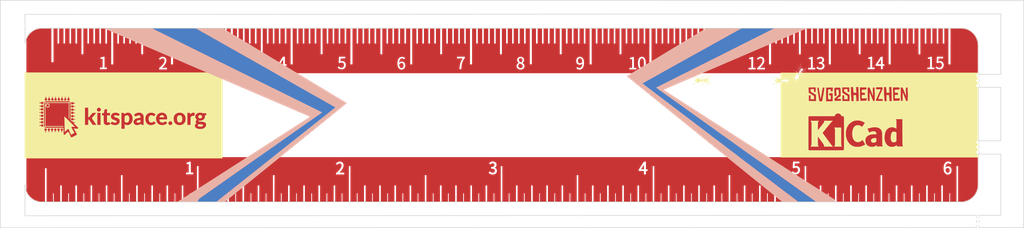
<source format=kicad_pcb>
(kicad_pcb (version 4) (host pcbnew 4.0.7)
  (layers (0 F.Cu signal) (31 B.Cu signal) (34 B.Paste user) (35 F.Paste user) (36 B.SilkS user) (37 F.SilkS user) (38 B.Mask user) (39 F.Mask user) (44 Edge.Cuts user))
  (net 0 "")
  (module LOGO (layer F.Cu) (at 0 0)
    (fp_text reference "G***" hide)
    (fp_text value "LOGO" hide)
  )
  (module LOGO (layer F.Cu) (at 0 0)
    (fp_text reference "G***" hide)
    (fp_text value "LOGO" hide)
  )
  (module LOGO (layer F.Cu) (at 0 0)
    (fp_text reference "G***" hide)
    (fp_text value "LOGO" hide)
    (fp_poly (pts (xy -54.401495 -14.378168) (xy -54.309570 -14.325887) (xy -54.205559 -14.266795) (xy -54.098397 -14.205964) (xy -53.997014 -14.148464) (xy -53.924200 -14.107211) (xy -53.745936 -14.006256) (xy -53.559154 -13.900433) (xy -53.369777 -13.793099) (xy -53.183725 -13.687611) (xy -53.006919 -13.587325) (xy -52.845282 -13.495599) (xy -52.819300 -13.480849) (xy -52.725146 -13.427414) (xy -52.621168 -13.368432) (xy -52.514971 -13.308215) (xy -52.414160 -13.251075) (xy -52.326339 -13.201325) (xy -52.311300 -13.192810) (xy -52.133230 -13.091965) (xy -51.946513 -12.986179) (xy -51.757098 -12.878825) (xy -51.570934 -12.773273) (xy -51.393969 -12.672897) (xy -51.232151 -12.581068) (xy -51.206400 -12.566449) (xy -51.112246 -12.513014) (xy -51.008268 -12.454032) (xy -50.902071 -12.393815) (xy -50.801260 -12.336675) (xy -50.713439 -12.286925) (xy -50.698400 -12.278410) (xy -50.520330 -12.177565) (xy -50.333613 -12.071779) (xy -50.144198 -11.964425) (xy -49.958034 -11.858873) (xy -49.781069 -11.758497) (xy -49.619251 -11.666668) (xy -49.593500 -11.652049) (xy -49.499346 -11.598614) (xy -49.395368 -11.539632) (xy -49.289171 -11.479415) (xy -49.188360 -11.422275) (xy -49.100539 -11.372525) (xy -49.085500 -11.364010) (xy -48.907430 -11.263165) (xy -48.720713 -11.157379) (xy -48.531298 -11.050025) (xy -48.345134 -10.944473) (xy -48.168169 -10.844097) (xy -48.006351 -10.752268) (xy -47.980600 -10.737649) (xy -47.886446 -10.684214) (xy -47.782468 -10.625232) (xy -47.676271 -10.565015) (xy -47.575460 -10.507875) (xy -47.487639 -10.458125) (xy -47.472600 -10.449610) (xy -47.294530 -10.348765) (xy -47.107813 -10.242979) (xy -46.918398 -10.135625) (xy -46.732234 -10.030073) (xy -46.555269 -9.929697) (xy -46.393451 -9.837868) (xy -46.367700 -9.823249) (xy -46.273546 -9.769814) (xy -46.169568 -9.710832) (xy -46.063371 -9.650615) (xy -45.962560 -9.593475) (xy -45.874739 -9.543725) (xy -45.859700 -9.535210) (xy -45.681630 -9.434365) (xy -45.494913 -9.328579) (xy -45.305498 -9.221225) (xy -45.119334 -9.115673) (xy -44.942369 -9.015297) (xy -44.780551 -8.923468) (xy -44.754800 -8.908849) (xy -44.660646 -8.855414) (xy -44.556668 -8.796432) (xy -44.450471 -8.736215) (xy -44.349660 -8.679075) (xy -44.261839 -8.629325) (xy -44.246800 -8.620810) (xy -44.068730 -8.519965) (xy -43.882013 -8.414179) (xy -43.692598 -8.306825) (xy -43.506434 -8.201273) (xy -43.329469 -8.100897) (xy -43.167651 -8.009068) (xy -43.141900 -7.994449) (xy -43.047746 -7.941014) (xy -42.943768 -7.882032) (xy -42.837571 -7.821815) (xy -42.736760 -7.764675) (xy -42.648939 -7.714925) (xy -42.633900 -7.706410) (xy -42.455830 -7.605565) (xy -42.269113 -7.499779) (xy -42.079698 -7.392425) (xy -41.893534 -7.286873) (xy -41.716569 -7.186497) (xy -41.554751 -7.094668) (xy -41.529000 -7.080049) (xy -41.434846 -7.026614) (xy -41.330868 -6.967632) (xy -41.224671 -6.907415) (xy -41.123860 -6.850275) (xy -41.036039 -6.800525) (xy -41.021000 -6.792010) (xy -40.842930 -6.691165) (xy -40.656213 -6.585379) (xy -40.466798 -6.478025) (xy -40.280634 -6.372473) (xy -40.103669 -6.272097) (xy -39.941851 -6.180268) (xy -39.916100 -6.165649) (xy -39.821946 -6.112214) (xy -39.717968 -6.053232) (xy -39.611771 -5.993015) (xy -39.510960 -5.935875) (xy -39.423139 -5.886125) (xy -39.408100 -5.877610) (xy -39.230030 -5.776765) (xy -39.043313 -5.670979) (xy -38.853898 -5.563625) (xy -38.667734 -5.458073) (xy -38.490769 -5.357697) (xy -38.328951 -5.265868) (xy -38.303200 -5.251249) (xy -38.209046 -5.197814) (xy -38.105068 -5.138832) (xy -37.998871 -5.078615) (xy -37.898060 -5.021475) (xy -37.810239 -4.971725) (xy -37.795200 -4.963210) (xy -37.617130 -4.862365) (xy -37.430413 -4.756579) (xy -37.240998 -4.649225) (xy -37.054834 -4.543673) (xy -36.877869 -4.443297) (xy -36.716051 -4.351468) (xy -36.690300 -4.336849) (xy -36.596146 -4.283414) (xy -36.492168 -4.224432) (xy -36.385971 -4.164215) (xy -36.285160 -4.107075) (xy -36.197339 -4.057325) (xy -36.182300 -4.048810) (xy -36.004230 -3.947965) (xy -35.817513 -3.842179) (xy -35.628098 -3.734825) (xy -35.441934 -3.629273) (xy -35.264969 -3.528897) (xy -35.103151 -3.437068) (xy -35.077400 -3.422449) (xy -34.983246 -3.369014) (xy -34.879268 -3.310032) (xy -34.773071 -3.249815) (xy -34.672260 -3.192675) (xy -34.584439 -3.142925) (xy -34.569400 -3.134410) (xy -34.391330 -3.033565) (xy -34.204613 -2.927779) (xy -34.015198 -2.820425) (xy -33.829034 -2.714873) (xy -33.652069 -2.614497) (xy -33.490251 -2.522668) (xy -33.464500 -2.508049) (xy -33.370346 -2.454614) (xy -33.266368 -2.395632) (xy -33.160171 -2.335415) (xy -33.059360 -2.278275) (xy -32.971539 -2.228525) (xy -32.956500 -2.220010) (xy -32.768441 -2.113502) (xy -32.564175 -1.997757) (xy -32.349572 -1.876103) (xy -32.130501 -1.751866) (xy -31.912829 -1.628375) (xy -31.813500 -1.572005) (xy -31.726110 -1.522445) (xy -31.641509 -1.474542) (xy -31.563478 -1.430430) (xy -31.495795 -1.392244) (xy -31.442239 -1.362118) (xy -31.406590 -1.342185) (xy -31.404039 -1.340769) (xy -31.362293 -1.316750) (xy -31.329805 -1.296390) (xy -31.312594 -1.283500) (xy -31.311569 -1.282245) (xy -31.313186 -1.277623) (xy -31.321746 -1.267907) (xy -31.338387 -1.252169) (xy -31.364247 -1.229477) (xy -31.400465 -1.198903) (xy -31.448178 -1.159516) (xy -31.508526 -1.110386) (xy -31.582647 -1.050583) (xy -31.671679 -0.979179) (xy -31.776761 -0.895241) (xy -31.899031 -0.797842) (xy -32.039627 -0.686050) (xy -32.105600 -0.633642) (xy -32.162289 -0.588612) (xy -32.234645 -0.531127) (xy -32.318455 -0.464534) (xy -32.409503 -0.392183) (xy -32.503575 -0.317424) (xy -32.596454 -0.243605) (xy -32.632650 -0.214836) (xy -32.727313 -0.139605) (xy -32.827940 -0.059655) (xy -32.929641 0.021131) (xy -33.027522 0.098865) (xy -33.116691 0.169663) (xy -33.192256 0.229638) (xy -33.210500 0.244114) (xy -33.272439 0.293267) (xy -33.350657 0.355364) (xy -33.441549 0.427540) (xy -33.541512 0.506932) (xy -33.646941 0.590679) (xy -33.754232 0.675918) (xy -33.859779 0.759785) (xy -33.897713 0.789930) (xy -34.010784 0.879783) (xy -34.138449 0.981221) (xy -34.275406 1.090034) (xy -34.416357 1.202011) (xy -34.556002 1.312942) (xy -34.689041 1.418618) (xy -34.810176 1.514828) (xy -34.829720 1.530350) (xy -34.947935 1.624238) (xy -35.078730 1.728127) (xy -35.216854 1.837845) (xy -35.357057 1.949222) (xy -35.494088 2.058087) (xy -35.622699 2.160269) (xy -35.737637 2.251598) (xy -35.756956 2.266950) (xy -35.977375 2.442106) (xy -36.178907 2.602250) (xy -36.362546 2.748175) (xy -36.529291 2.880671) (xy -36.680137 3.000532) (xy -36.816081 3.108548) (xy -36.938120 3.205511) (xy -37.047250 3.292215) (xy -37.122100 3.351680) (xy -37.206002 3.418342) (xy -37.302996 3.495422) (xy -37.406297 3.577523) (xy -37.509119 3.659254) (xy -37.604675 3.735221) (xy -37.642800 3.765534) (xy -37.727949 3.833227) (xy -37.818735 3.905378) (xy -37.909607 3.977580) (xy -37.995018 4.045424) (xy -38.069417 4.104500) (xy -38.106350 4.133815) (xy -38.171513 4.185542) (xy -38.251004 4.248674) (xy -38.339275 4.318801) (xy -38.430778 4.391515) (xy -38.519963 4.462408) (xy -38.569900 4.502115) (xy -38.655048 4.569811) (xy -38.745831 4.641966) (xy -38.836702 4.714171) (xy -38.922111 4.782016) (xy -38.996510 4.841095) (xy -39.033450 4.870415) (xy -39.098613 4.922142) (xy -39.178104 4.985274) (xy -39.266375 5.055401) (xy -39.357878 5.128115) (xy -39.447063 5.199008) (xy -39.497000 5.238715) (xy -39.582148 5.306411) (xy -39.672931 5.378566) (xy -39.763802 5.450771) (xy -39.849211 5.518616) (xy -39.923610 5.577695) (xy -39.960550 5.607015) (xy -40.025713 5.658742) (xy -40.105204 5.721874) (xy -40.193475 5.792001) (xy -40.284978 5.864715) (xy -40.374163 5.935608) (xy -40.424100 5.975315) (xy -40.509247 6.043011) (xy -40.600031 6.115165) (xy -40.690901 6.187367) (xy -40.776310 6.255211) (xy -40.850710 6.314287) (xy -40.887650 6.343606) (xy -40.956974 6.398634) (xy -41.039721 6.464349) (xy -41.129438 6.535623) (xy -41.219670 6.607330) (xy -41.303965 6.674343) (xy -41.319450 6.686657) (xy -41.395013 6.746735) (xy -41.484994 6.818256) (xy -41.583919 6.896869) (xy -41.686311 6.978224) (xy -41.786697 7.057970) (xy -41.878250 7.130684) (xy -41.968447 7.202315) (xy -42.063467 7.277784) (xy -42.158445 7.353225) (xy -42.248516 7.424774) (xy -42.328814 7.488566) (xy -42.394475 7.540738) (xy -42.398950 7.544294) (xy -42.581884 7.689657) (xy -42.758640 7.830096) (xy -42.933956 7.969374) (xy -43.112570 8.111256) (xy -43.299219 8.259503) (xy -43.498642 8.417881) (xy -43.605387 8.502650) (xy -43.723605 8.596535) (xy -43.854399 8.700420) (xy -43.992521 8.810134) (xy -44.132721 8.921508) (xy -44.269748 9.030370) (xy -44.398353 9.132551) (xy -44.513286 9.223879) (xy -44.532627 9.239250) (xy -44.644466 9.328124) (xy -44.770945 9.428625) (xy -44.906811 9.536579) (xy -45.046815 9.647815) (xy -45.185706 9.758162) (xy -45.318232 9.863447) (xy -45.439145 9.959499) (xy -45.459728 9.975850) (xy -45.570809 10.064090) (xy -45.688457 10.157557) (xy -45.808562 10.252983) (xy -45.927014 10.347102) (xy -46.039701 10.436647) (xy -46.142513 10.518353) (xy -46.231339 10.588953) (xy -46.264659 10.615440) (xy -46.355991 10.688040) (xy -46.452292 10.764582) (xy -46.548737 10.841234) (xy -46.640504 10.914161) (xy -46.722770 10.979531) (xy -46.790712 11.033511) (xy -46.799500 11.040492) (xy -46.866963 11.094088) (xy -46.949107 11.159357) (xy -47.040731 11.232165) (xy -47.136632 11.308378) (xy -47.231611 11.383863) (xy -47.313850 11.449230) (xy -47.401924 11.519228) (xy -47.494409 11.592717) (xy -47.586418 11.665815) (xy -47.673062 11.734638) (xy -47.749456 11.795305) (xy -47.809150 11.842694) (xy -47.874313 11.894427) (xy -47.953805 11.957565) (xy -48.042077 12.027697) (xy -48.133580 12.100415) (xy -48.222765 12.171310) (xy -48.272700 12.211015) (xy -48.357848 12.278711) (xy -48.448631 12.350866) (xy -48.539502 12.423071) (xy -48.624911 12.490916) (xy -48.699310 12.549995) (xy -48.736250 12.579315) (xy -48.801413 12.631042) (xy -48.880904 12.694174) (xy -48.969175 12.764301) (xy -49.060678 12.837015) (xy -49.149863 12.907908) (xy -49.199800 12.947615) (xy -49.284947 13.015311) (xy -49.375731 13.087465) (xy -49.466601 13.159667) (xy -49.552010 13.227511) (xy -49.626410 13.286587) (xy -49.663350 13.315906) (xy -49.732673 13.370933) (xy -49.815418 13.436649) (xy -49.905133 13.507925) (xy -49.995364 13.579635) (xy -50.079658 13.646652) (xy -50.095150 13.658972) (xy -50.180227 13.726618) (xy -50.277864 13.804225) (xy -50.380726 13.885964) (xy -50.481479 13.966007) (xy -50.572787 14.038526) (xy -50.590450 14.052551) (xy -50.673009 14.118129) (xy -50.761239 14.188262) (xy -50.849316 14.258315) (xy -50.931410 14.323651) (xy -51.001696 14.379637) (xy -51.024555 14.397861) (xy -51.204660 14.541500) (xy -52.806480 14.541500) (xy -53.049076 14.541455) (xy -53.267380 14.541314) (xy -53.462500 14.541066) (xy -53.635543 14.540700) (xy -53.787618 14.540204) (xy -53.919831 14.539568) (xy -54.033292 14.538780) (xy -54.129108 14.537830) (xy -54.208385 14.536706) (xy -54.272234 14.535398) (xy -54.321760 14.533893) (xy -54.358072 14.532183) (xy -54.382278 14.530254) (xy -54.395485 14.528097) (xy -54.398802 14.525699) (xy -54.398761 14.525625) (xy -54.389130 14.509917) (xy -54.368569 14.476585) (xy -54.339528 14.429595) (xy -54.304457 14.372911) (xy -54.277645 14.329609) (xy -54.218032 14.233439) (xy -54.169725 14.156133) (xy -54.130620 14.094988) (xy -54.098614 14.047298) (xy -54.071600 14.010356) (xy -54.047476 13.981459) (xy -54.024136 13.957900) (xy -53.999476 13.936975) (xy -53.971392 13.915977) (xy -53.937779 13.892201) (xy -53.936946 13.891615) (xy -53.884445 13.854671) (xy -53.818466 13.808194) (xy -53.746275 13.757306) (xy -53.675142 13.707130) (xy -53.651720 13.690600) (xy -53.575332 13.636728) (xy -53.488076 13.575274) (xy -53.399887 13.513227) (xy -53.320699 13.457582) (xy -53.308901 13.449300) (xy -53.232209 13.395426) (xy -53.144824 13.333968) (xy -53.056685 13.271919) (xy -52.977729 13.216273) (xy -52.966001 13.208000) (xy -52.889579 13.154126) (xy -52.802294 13.092668) (xy -52.714083 13.030619) (xy -52.634886 12.974973) (xy -52.623101 12.966700) (xy -52.546414 12.912827) (xy -52.459041 12.851371) (xy -52.370917 12.789324) (xy -52.291978 12.733678) (xy -52.280246 12.725400) (xy -52.159024 12.639870) (xy -52.056355 12.567482) (xy -51.970063 12.506701) (xy -51.897969 12.455995) (xy -51.837895 12.413829) (xy -51.791482 12.381341) (xy -51.741201 12.346136) (xy -51.670303 12.296394) (xy -51.578929 12.232214) (xy -51.467221 12.153695) (xy -51.335320 12.060937) (xy -51.183369 11.954039) (xy -51.011508 11.833102) (xy -50.844450 11.715520) (xy -50.770581 11.663526) (xy -50.685579 11.603700) (xy -50.599087 11.542827) (xy -50.520745 11.487694) (xy -50.507900 11.478656) (xy -50.431228 11.424701) (xy -50.343762 11.363151) (xy -50.255482 11.301028) (xy -50.176365 11.245353) (xy -50.165000 11.237356) (xy -50.119756 11.205518) (xy -50.076314 11.174948) (xy -50.032229 11.143926) (xy -49.985057 11.110734) (xy -49.932356 11.073651) (xy -49.871680 11.030958) (xy -49.800587 10.980935) (xy -49.716631 10.921862) (xy -49.617370 10.852021) (xy -49.500359 10.769691) (xy -49.469729 10.748140) (xy -49.393732 10.694664) (xy -49.308117 10.634415) (xy -49.222280 10.574005) (xy -49.145615 10.520046) (xy -49.129950 10.509020) (xy -49.056780 10.457519) (xy -48.972238 10.398019) (xy -48.885727 10.337139) (xy -48.806650 10.281494) (xy -48.790279 10.269976) (xy -48.713412 10.215889) (xy -48.626078 10.154438) (xy -48.538006 10.092464) (xy -48.458922 10.036814) (xy -48.444258 10.026495) (xy -48.368348 9.973078) (xy -48.281383 9.911884) (xy -48.193081 9.849750) (xy -48.113162 9.793517) (xy -48.098129 9.782940) (xy -48.021255 9.728849) (xy -47.933925 9.667400) (xy -47.845860 9.605432) (xy -47.766777 9.549782) (xy -47.752000 9.539384) (xy -47.675328 9.485429) (xy -47.587862 9.423879) (xy -47.499582 9.361756) (xy -47.420465 9.306082) (xy -47.409100 9.298084) (xy -47.332428 9.244129) (xy -47.244962 9.182579) (xy -47.156682 9.120456) (xy -47.077565 9.064782) (xy -47.066200 9.056784) (xy -46.989528 9.002829) (xy -46.902062 8.941279) (xy -46.813782 8.879156) (xy -46.734665 8.823482) (xy -46.723300 8.815484) (xy -46.646628 8.761529) (xy -46.559162 8.699979) (xy -46.470882 8.637856) (xy -46.391765 8.582182) (xy -46.380400 8.574184) (xy -46.304626 8.520859) (xy -46.218915 8.460537) (xy -46.132910 8.400006) (xy -46.056251 8.346049) (xy -46.043850 8.337320) (xy -45.847294 8.198977) (xy -45.639771 8.052938) (xy -45.431099 7.906113) (xy -45.358050 7.854720) (xy -45.151350 7.709290) (xy -44.942289 7.562177) (xy -44.740682 7.420287) (xy -44.672250 7.372120) (xy -44.599779 7.321112) (xy -44.515701 7.261942) (xy -44.429186 7.201063) (xy -44.349402 7.144927) (xy -44.329350 7.130820) (xy -44.252271 7.076591) (xy -44.165051 7.015223) (xy -44.077170 6.953389) (xy -43.998110 6.897757) (xy -43.980100 6.885084) (xy -43.903428 6.831129) (xy -43.815962 6.769579) (xy -43.727682 6.707456) (xy -43.648565 6.651782) (xy -43.637200 6.643784) (xy -43.560528 6.589829) (xy -43.473062 6.528279) (xy -43.384782 6.466156) (xy -43.305665 6.410482) (xy -43.294300 6.402484) (xy -43.218526 6.349159) (xy -43.132815 6.288837) (xy -43.046810 6.228306) (xy -42.970151 6.174349) (xy -42.957750 6.165620) (xy -42.785909 6.044680) (xy -42.605019 5.917406) (xy -42.425269 5.790967) (xy -42.268775 5.680917) (xy -42.192739 5.627454) (xy -42.106002 5.566468) (xy -42.018640 5.505042) (xy -41.940730 5.450262) (xy -41.932225 5.444282) (xy -41.800136 5.351394) (xy -41.651311 5.246714) (xy -41.489778 5.133076) (xy -41.319569 5.013315) (xy -41.144711 4.890267) (xy -40.969234 4.766765) (xy -40.900350 4.718279) (xy -40.827879 4.667271) (xy -40.743801 4.608101) (xy -40.657286 4.547222) (xy -40.577502 4.491086) (xy -40.557450 4.476979) (xy -40.350750 4.331549) (xy -40.141689 4.184436) (xy -39.940082 4.042546) (xy -39.871650 3.994379) (xy -39.797781 3.942385) (xy -39.712779 3.882559) (xy -39.626287 3.821686) (xy -39.547945 3.766553) (xy -39.535100 3.757515) (xy -39.458428 3.703560) (xy -39.370962 3.642010) (xy -39.282682 3.579887) (xy -39.203565 3.524212) (xy -39.192200 3.516215) (xy -39.115528 3.462260) (xy -39.028062 3.400710) (xy -38.939782 3.338587) (xy -38.860665 3.282912) (xy -38.849300 3.274915) (xy -38.772628 3.220960) (xy -38.685162 3.159410) (xy -38.596882 3.097287) (xy -38.517765 3.041612) (xy -38.506400 3.033615) (xy -38.431203 2.980700) (xy -38.344710 2.919841) (xy -38.256403 2.857709) (xy -38.175762 2.800973) (xy -38.157150 2.787879) (xy -38.080928 2.734251) (xy -37.995385 2.674058) (xy -37.909690 2.613751) (xy -37.833011 2.559784) (xy -37.814250 2.546579) (xy -37.741779 2.495571) (xy -37.657701 2.436401) (xy -37.571186 2.375522) (xy -37.491402 2.319386) (xy -37.471350 2.305279) (xy -37.394271 2.251050) (xy -37.307051 2.189682) (xy -37.219170 2.127848) (xy -37.140110 2.072216) (xy -37.122100 2.059543) (xy -37.045428 2.005588) (xy -36.957962 1.944038) (xy -36.869682 1.881915) (xy -36.790565 1.826241) (xy -36.779200 1.818243) (xy -36.703426 1.764918) (xy -36.617715 1.704596) (xy -36.531710 1.644065) (xy -36.455051 1.590108) (xy -36.442650 1.581379) (xy -36.370179 1.530371) (xy -36.286101 1.471201) (xy -36.199586 1.410322) (xy -36.119802 1.354186) (xy -36.099750 1.340079) (xy -36.023528 1.286451) (xy -35.937985 1.226258) (xy -35.852290 1.165951) (xy -35.775611 1.111984) (xy -35.756850 1.098779) (xy -35.560294 0.960436) (xy -35.352771 0.814397) (xy -35.144099 0.667572) (xy -35.071050 0.616179) (xy -34.994828 0.562551) (xy -34.909285 0.502358) (xy -34.823590 0.442051) (xy -34.746911 0.388084) (xy -34.728150 0.374879) (xy -34.654281 0.322885) (xy -34.569279 0.263059) (xy -34.482787 0.202186) (xy -34.404445 0.147053) (xy -34.391600 0.138015) (xy -34.316419 0.085103) (xy -34.229945 0.024235) (xy -34.141654 -0.037919) (xy -34.061020 -0.094691) (xy -34.042350 -0.107837) (xy -33.969850 -0.158834) (xy -33.891552 -0.213816) (xy -33.815312 -0.267271) (xy -33.748986 -0.313689) (xy -33.728025 -0.328330) (xy -33.677289 -0.364329) (xy -33.635096 -0.395379) (xy -33.605334 -0.418539) (xy -33.591890 -0.430862) (xy -33.591500 -0.431749) (xy -33.602489 -0.439026) (xy -33.633755 -0.456135) (xy -33.682747 -0.481768) (xy -33.746914 -0.514619) (xy -33.823705 -0.553382) (xy -33.910569 -0.596750) (xy -34.001075 -0.641508) (xy -34.076302 -0.678586) (xy -34.171693 -0.725676) (xy -34.284660 -0.781496) (xy -34.412615 -0.844766) (xy -34.552969 -0.914205) (xy -34.703136 -0.988532) (xy -34.860526 -1.066466) (xy -35.022552 -1.146726) (xy -35.186627 -1.228032) (xy -35.350161 -1.309103) (xy -35.433000 -1.350183) (xy -35.594361 -1.430193) (xy -35.756942 -1.510777) (xy -35.918235 -1.590690) (xy -36.075728 -1.668691) (xy -36.226910 -1.743537) (xy -36.369271 -1.813986) (xy -36.500301 -1.878794) (xy -36.617488 -1.936720) (xy -36.718322 -1.986521) (xy -36.800292 -2.026955) (xy -36.836350 -2.044713) (xy -36.912618 -2.082293) (xy -37.008694 -2.129715) (xy -37.121639 -2.185524) (xy -37.248513 -2.248263) (xy -37.386374 -2.316479) (xy -37.532282 -2.388716) (xy -37.683297 -2.463518) (xy -37.836479 -2.539430) (xy -37.988887 -2.614998) (xy -38.080950 -2.660666) (xy -38.236133 -2.737642) (xy -38.397470 -2.817641) (xy -38.561536 -2.898965) (xy -38.724906 -2.979919) (xy -38.884154 -3.058806) (xy -39.035855 -3.133929) (xy -39.176585 -3.203591) (xy -39.302918 -3.266097) (xy -39.411429 -3.319749) (xy -39.452550 -3.340066) (xy -39.558778 -3.392562) (xy -39.683815 -3.454391) (xy -39.823715 -3.523601) (xy -39.974534 -3.598238) (xy -40.132325 -3.676350) (xy -40.293143 -3.755984) (xy -40.453043 -3.835185) (xy -40.608079 -3.912002) (xy -40.722550 -3.968739) (xy -40.873890 -4.043749) (xy -41.035360 -4.123761) (xy -41.202677 -4.206652) (xy -41.371561 -4.290304) (xy -41.537729 -4.372594) (xy -41.696900 -4.451403) (xy -41.844791 -4.524610) (xy -41.977122 -4.590094) (xy -42.056050 -4.629139) (xy -42.179919 -4.690415) (xy -42.321876 -4.760661) (xy -42.477255 -4.837563) (xy -42.641388 -4.918813) (xy -42.809605 -5.002097) (xy -42.977238 -5.085106) (xy -43.139620 -5.165528) (xy -43.292082 -5.241052) (xy -43.338750 -5.264173) (xy -43.487596 -5.337911) (xy -43.648375 -5.417544) (xy -43.816338 -5.500722) (xy -43.986736 -5.585092) (xy -44.154820 -5.668303) (xy -44.315842 -5.748006) (xy -44.465053 -5.821848) (xy -44.597703 -5.887478) (xy -44.634150 -5.905507) (xy -44.762075 -5.968793) (xy -44.907898 -6.040951) (xy -45.066757 -6.119574) (xy -45.233793 -6.202257) (xy -45.404143 -6.286592) (xy -45.572947 -6.370175) (xy -45.735344 -6.450597) (xy -45.886473 -6.525453) (xy -45.916850 -6.540501) (xy -46.067511 -6.615133) (xy -46.232553 -6.696882) (xy -46.406770 -6.783170) (xy -46.584954 -6.871416) (xy -46.761896 -6.959043) (xy -46.932388 -7.043470) (xy -47.091222 -7.122118) (xy -47.233191 -7.192409) (xy -47.250350 -7.200904) (xy -47.392712 -7.271386) (xy -47.552356 -7.350426) (xy -47.723801 -7.435313) (xy -47.901569 -7.523332) (xy -48.080179 -7.611771) (xy -48.254152 -7.697916) (xy -48.418007 -7.779054) (xy -48.558450 -7.848600) (xy -48.707730 -7.922523) (xy -48.872298 -8.004014) (xy -49.046677 -8.090360) (xy -49.225385 -8.178847) (xy -49.402943 -8.266763) (xy -49.573871 -8.351394) (xy -49.732690 -8.430027) (xy -49.866550 -8.496300) (xy -50.008912 -8.566783) (xy -50.168556 -8.645824) (xy -50.340002 -8.730712) (xy -50.517769 -8.818732) (xy -50.696380 -8.907171) (xy -50.870352 -8.993316) (xy -51.034208 -9.074454) (xy -51.174650 -9.144000) (xy -51.402256 -9.256708) (xy -51.649993 -9.379378) (xy -51.918113 -9.512133) (xy -52.206869 -9.655099) (xy -52.516513 -9.808401) (xy -52.847296 -9.972163) (xy -53.199469 -10.146510) (xy -53.573286 -10.331567) (xy -53.968997 -10.527458) (xy -54.386855 -10.734307) (xy -54.827112 -10.952241) (xy -55.035450 -11.055370) (xy -55.167904 -11.120944) (xy -55.318344 -11.195435) (xy -55.481998 -11.276481) (xy -55.654095 -11.361717) (xy -55.829863 -11.448782) (xy -56.004531 -11.535311) (xy -56.173328 -11.618941) (xy -56.331482 -11.697308) (xy -56.394350 -11.728463) (xy -56.542376 -11.801810) (xy -56.699766 -11.879773) (xy -56.862275 -11.960251) (xy -57.025655 -12.041141) (xy -57.185660 -12.120342) (xy -57.338042 -12.195750) (xy -57.478555 -12.265263) (xy -57.602952 -12.326780) (xy -57.664350 -12.357130) (xy -57.770353 -12.409542) (xy -57.895457 -12.471438) (xy -58.036015 -12.541013) (xy -58.188376 -12.616456) (xy -58.348890 -12.695962) (xy -58.513910 -12.777722) (xy -58.679784 -12.859928) (xy -58.842864 -12.940773) (xy -58.999501 -13.018450) (xy -59.035950 -13.036530) (xy -59.185107 -13.110500) (xy -59.337473 -13.186028) (xy -59.489973 -13.261591) (xy -59.639531 -13.335667) (xy -59.783069 -13.406732) (xy -59.917512 -13.473264) (xy -60.039782 -13.533739) (xy -60.146805 -13.586634) (xy -60.235503 -13.630427) (xy -60.267850 -13.646380) (xy -60.356082 -13.689915) (xy -60.463235 -13.742859) (xy -60.585481 -13.803316) (xy -60.718996 -13.869393) (xy -60.859952 -13.939194) (xy -61.004524 -14.010826) (xy -61.148886 -14.082393) (xy -61.289210 -14.152002) (xy -61.341000 -14.177706) (xy -62.020450 -14.514967) (xy -58.332145 -14.515534) (xy -54.643840 -14.516100) (xy -54.401495 -14.378168)) (layer B.Cu) (width 0.010000))
    (fp_poly (pts (xy 39.212317 -14.515726) (xy 41.979850 -14.515351) (xy 41.649650 -14.349810) (xy 41.573693 -14.311710) (xy 41.476763 -14.263056) (xy 41.360575 -14.204711) (xy 41.226844 -14.137538) (xy 41.077287 -14.062400) (xy 40.913619 -13.980159) (xy 40.737556 -13.891677) (xy 40.550814 -13.797818) (xy 40.355109 -13.699444) (xy 40.152156 -13.597419) (xy 39.943672 -13.492604) (xy 39.731372 -13.385862) (xy 39.516972 -13.278056) (xy 39.302188 -13.170050) (xy 39.088735 -13.062705) (xy 38.878330 -12.956884) (xy 38.672688 -12.853450) (xy 38.473525 -12.753266) (xy 38.282557 -12.657194) (xy 38.101500 -12.566097) (xy 37.932069 -12.480839) (xy 37.775981 -12.402280) (xy 37.634950 -12.331285) (xy 37.534850 -12.280882) (xy 37.391413 -12.208656) (xy 37.228793 -12.126790) (xy 37.050502 -12.037047) (xy 36.860049 -11.941197) (xy 36.660947 -11.841004) (xy 36.456707 -11.738236) (xy 36.250838 -11.634660) (xy 36.046853 -11.532042) (xy 35.848262 -11.432148) (xy 35.658577 -11.336746) (xy 35.553650 -11.283979) (xy 35.364489 -11.188854) (xy 35.159841 -11.085937) (xy 34.943786 -10.977279) (xy 34.720403 -10.864933) (xy 34.493772 -10.750950) (xy 34.267974 -10.637383) (xy 34.047089 -10.526284) (xy 33.835196 -10.419705) (xy 33.636377 -10.319697) (xy 33.454710 -10.228314) (xy 33.394650 -10.198101) (xy 33.213439 -10.106944) (xy 33.013992 -10.006614) (xy 32.800765 -9.899353) (xy 32.578212 -9.787402) (xy 32.350788 -9.673001) (xy 32.122948 -9.558393) (xy 31.899149 -9.445817) (xy 31.683844 -9.337516) (xy 31.481489 -9.235729) (xy 31.305500 -9.147206) (xy 30.970745 -8.978824) (xy 30.657535 -8.821279) (xy 30.364720 -8.673992) (xy 30.091154 -8.536386) (xy 29.835687 -8.407884) (xy 29.597173 -8.287908) (xy 29.374464 -8.175881) (xy 29.166411 -8.071226) (xy 28.971867 -7.973365) (xy 28.789685 -7.881721) (xy 28.618716 -7.795716) (xy 28.457813 -7.714773) (xy 28.305828 -7.638315) (xy 28.161613 -7.565764) (xy 28.024021 -7.496543) (xy 27.891903 -7.430074) (xy 27.764112 -7.365781) (xy 27.639500 -7.303085) (xy 27.516919 -7.241409) (xy 27.395222 -7.180177) (xy 27.273260 -7.118810) (xy 27.149886 -7.056731) (xy 27.133550 -7.048510) (xy 26.976823 -6.969655) (xy 26.800856 -6.881131) (xy 26.609102 -6.784676) (xy 26.405017 -6.682028) (xy 26.192054 -6.574923) (xy 25.973668 -6.465098) (xy 25.753313 -6.354291) (xy 25.534445 -6.244239) (xy 25.320517 -6.136679) (xy 25.114983 -6.033349) (xy 24.921299 -5.935985) (xy 24.911050 -5.930833) (xy 24.673273 -5.811297) (xy 24.440343 -5.694167) (xy 24.213307 -5.579971) (xy 23.993215 -5.469239) (xy 23.781112 -5.362498) (xy 23.578048 -5.260275) (xy 23.385069 -5.163100) (xy 23.203223 -5.071500) (xy 23.033559 -4.986003) (xy 22.877124 -4.907138) (xy 22.734965 -4.835432) (xy 22.608130 -4.771413) (xy 22.497667 -4.715610) (xy 22.404624 -4.668551) (xy 22.330048 -4.630764) (xy 22.274988 -4.602776) (xy 22.240490 -4.585116) (xy 22.227603 -4.578313) (xy 22.227555 -4.578277) (xy 22.236885 -4.570511) (xy 22.265089 -4.549317) (xy 22.310356 -4.516008) (xy 22.370875 -4.471897) (xy 22.444834 -4.418298) (xy 22.530423 -4.356522) (xy 22.625830 -4.287885) (xy 22.729245 -4.213697) (xy 22.818105 -4.150105) (xy 22.900837 -4.090954) (xy 23.002413 -4.018321) (xy 23.121020 -3.933501) (xy 23.254846 -3.837791) (xy 23.402078 -3.732488) (xy 23.560903 -3.618888) (xy 23.729509 -3.498288) (xy 23.906081 -3.371985) (xy 24.088809 -3.241275) (xy 24.275878 -3.107455) (xy 24.465476 -2.971823) (xy 24.655791 -2.835673) (xy 24.845009 -2.700304) (xy 24.936450 -2.634884) (xy 25.121045 -2.502822) (xy 25.305462 -2.370897) (xy 25.488083 -2.240267) (xy 25.667291 -2.112087) (xy 25.841466 -1.987516) (xy 26.008991 -1.867709) (xy 26.168247 -1.753826) (xy 26.317617 -1.647022) (xy 26.455482 -1.548454) (xy 26.580223 -1.459280) (xy 26.690224 -1.380657) (xy 26.783865 -1.313742) (xy 26.859529 -1.259692) (xy 26.898600 -1.231796) (xy 26.961599 -1.186808) (xy 27.043636 -1.128196) (xy 27.143093 -1.057116) (xy 27.258352 -0.974727) (xy 27.387794 -0.882185) (xy 27.529802 -0.780647) (xy 27.682757 -0.671271) (xy 27.845042 -0.555213) (xy 28.015037 -0.433631) (xy 28.191126 -0.307681) (xy 28.371689 -0.178521) (xy 28.555110 -0.047309) (xy 28.739769 0.084800) (xy 28.860750 0.171357) (xy 29.193790 0.409641) (xy 29.506896 0.633659) (xy 29.800786 0.843927) (xy 30.076183 1.040960) (xy 30.333806 1.225274) (xy 30.574377 1.397384) (xy 30.798616 1.557807) (xy 31.007245 1.707056) (xy 31.200982 1.845649) (xy 31.380550 1.974100) (xy 31.546670 2.092925) (xy 31.700061 2.202639) (xy 31.841445 2.303759) (xy 31.971542 2.396798) (xy 32.091073 2.482274) (xy 32.200759 2.560701) (xy 32.301320 2.632595) (xy 32.393478 2.698472) (xy 32.477952 2.758846) (xy 32.555464 2.814235) (xy 32.626735 2.865152) (xy 32.692485 2.912113) (xy 32.740600 2.946471) (xy 32.803597 2.991469) (xy 32.885631 3.050092) (xy 32.985083 3.121184) (xy 33.100337 3.203587) (xy 33.229774 3.296145) (xy 33.371776 3.397699) (xy 33.524724 3.507093) (xy 33.687002 3.623169) (xy 33.856991 3.744770) (xy 34.033073 3.870739) (xy 34.213630 3.999919) (xy 34.397044 4.131152) (xy 34.581698 4.263280) (xy 34.702750 4.349904) (xy 34.886387 4.481313) (xy 35.069251 4.612158) (xy 35.249777 4.741321) (xy 35.426398 4.867683) (xy 35.597551 4.990122) (xy 35.761670 5.107522) (xy 35.917190 5.218761) (xy 36.062546 5.322720) (xy 36.196173 5.418281) (xy 36.316506 5.504324) (xy 36.421980 5.579729) (xy 36.511030 5.643377) (xy 36.582091 5.694149) (xy 36.620450 5.721541) (xy 36.677921 5.762586) (xy 36.754483 5.817294) (xy 36.848570 5.884547) (xy 36.958617 5.963223) (xy 37.083059 6.052206) (xy 37.220330 6.150373) (xy 37.368866 6.256608) (xy 37.527102 6.369789) (xy 37.693472 6.488798) (xy 37.866412 6.612516) (xy 38.044356 6.739822) (xy 38.225740 6.869598) (xy 38.408998 7.000723) (xy 38.538150 7.093140) (xy 38.722737 7.225223) (xy 38.907148 7.357169) (xy 39.089762 7.487819) (xy 39.268964 7.616016) (xy 39.443133 7.740604) (xy 39.610653 7.860426) (xy 39.769906 7.974323) (xy 39.919273 8.081140) (xy 40.057136 8.179719) (xy 40.181878 8.268902) (xy 40.291881 8.347534) (xy 40.385526 8.414455) (xy 40.461196 8.468510) (xy 40.500300 8.496429) (xy 40.563296 8.541414) (xy 40.645329 8.600025) (xy 40.744781 8.671105) (xy 40.860033 8.753497) (xy 40.989469 8.846044) (xy 41.131469 8.947589) (xy 41.284416 9.056974) (xy 41.446692 9.173043) (xy 41.616679 9.294638) (xy 41.792759 9.420603) (xy 41.973314 9.549779) (xy 42.156727 9.681010) (xy 42.341379 9.813139) (xy 42.462450 9.899778) (xy 42.646087 10.031189) (xy 42.828950 10.162036) (xy 43.009475 10.291202) (xy 43.186096 10.417565) (xy 43.357248 10.540007) (xy 43.521366 10.657408) (xy 43.676886 10.768649) (xy 43.822242 10.872610) (xy 43.955869 10.968172) (xy 44.076202 11.054217) (xy 44.181676 11.129623) (xy 44.270726 11.193272) (xy 44.341788 11.244045) (xy 44.380150 11.271439) (xy 44.437623 11.312484) (xy 44.514187 11.367192) (xy 44.608277 11.434442) (xy 44.718327 11.513116) (xy 44.842772 11.602094) (xy 44.980048 11.700257) (xy 45.128589 11.806485) (xy 45.286829 11.919659) (xy 45.453204 12.038659) (xy 45.626149 12.162367) (xy 45.804098 12.289664) (xy 45.985486 12.419428) (xy 46.168749 12.550542) (xy 46.297850 12.642913) (xy 46.484512 12.776463) (xy 46.672301 12.910804) (xy 46.859482 13.044697) (xy 47.044320 13.176900) (xy 47.225080 13.306174) (xy 47.400026 13.431276) (xy 47.567424 13.550968) (xy 47.725539 13.664008) (xy 47.872635 13.769156) (xy 48.006978 13.865171) (xy 48.126832 13.950813) (xy 48.230463 14.024842) (xy 48.316135 14.086016) (xy 48.355250 14.113932) (xy 48.459317 14.188221) (xy 48.557841 14.258623) (xy 48.648747 14.323649) (xy 48.729958 14.381809) (xy 48.799396 14.431616) (xy 48.854985 14.471580) (xy 48.894649 14.500214) (xy 48.916310 14.516028) (xy 48.918937 14.518011) (xy 48.922922 14.521539) (xy 48.924406 14.524695) (xy 48.922078 14.527500) (xy 48.914624 14.529974) (xy 48.900734 14.532139) (xy 48.879095 14.534014) (xy 48.848396 14.535620) (xy 48.807323 14.536979) (xy 48.754567 14.538111) (xy 48.688813 14.539037) (xy 48.608751 14.539777) (xy 48.513069 14.540352) (xy 48.400454 14.540782) (xy 48.269595 14.541090) (xy 48.119180 14.541294) (xy 47.947896 14.541417) (xy 47.754432 14.541478) (xy 47.537476 14.541498) (xy 47.430837 14.541500) (xy 45.912448 14.541500) (xy 45.876549 14.511941) (xy 45.855062 14.494904) (xy 45.817272 14.465607) (xy 45.767144 14.427098) (xy 45.708644 14.382423) (xy 45.650150 14.337975) (xy 45.578051 14.283298) (xy 45.501679 14.225338) (xy 45.427765 14.169208) (xy 45.363044 14.120021) (xy 45.329475 14.094484) (xy 45.179331 13.980205) (xy 45.044047 13.877250) (xy 44.918279 13.781549) (xy 44.796681 13.689035) (xy 44.777025 13.674082) (xy 44.703416 13.618085) (xy 44.619450 13.554209) (xy 44.534985 13.489954) (xy 44.459878 13.432817) (xy 44.453175 13.427717) (xy 44.383988 13.375082) (xy 44.308678 13.317784) (xy 44.235439 13.262056) (xy 44.172463 13.214134) (xy 44.161075 13.205467) (xy 44.094396 13.154722) (xy 44.018497 13.096960) (xy 43.944370 13.040547) (xy 43.900725 13.007332) (xy 43.840433 12.961452) (xy 43.768330 12.906590) (xy 43.692819 12.849140) (xy 43.622303 12.795496) (xy 43.611800 12.787506) (xy 43.462733 12.674110) (xy 43.324848 12.569212) (xy 43.200371 12.474507) (xy 43.091529 12.391689) (xy 43.000550 12.322453) (xy 42.995850 12.318875) (xy 42.938038 12.274879) (xy 42.867858 12.221478) (xy 42.793158 12.164643) (xy 42.721786 12.110346) (xy 42.703750 12.096625) (xy 42.634674 12.044076) (xy 42.560107 11.987344) (xy 42.487899 11.932401) (xy 42.425896 11.885217) (xy 42.411650 11.874375) (xy 42.353838 11.830379) (xy 42.283658 11.776978) (xy 42.208958 11.720143) (xy 42.137586 11.665846) (xy 42.119550 11.652125) (xy 42.050474 11.599576) (xy 41.975907 11.542844) (xy 41.903699 11.487901) (xy 41.841696 11.440717) (xy 41.827450 11.429875) (xy 41.769638 11.385879) (xy 41.699458 11.332478) (xy 41.624758 11.275643) (xy 41.553386 11.221346) (xy 41.535350 11.207625) (xy 41.466274 11.155076) (xy 41.391707 11.098344) (xy 41.319499 11.043401) (xy 41.257496 10.996217) (xy 41.243250 10.985375) (xy 41.185438 10.941379) (xy 41.115258 10.887978) (xy 41.040558 10.831143) (xy 40.969186 10.776846) (xy 40.951150 10.763125) (xy 40.882074 10.710576) (xy 40.807507 10.653844) (xy 40.735299 10.598901) (xy 40.673296 10.551717) (xy 40.659050 10.540875) (xy 40.601238 10.496879) (xy 40.531058 10.443478) (xy 40.456358 10.386643) (xy 40.384986 10.332346) (xy 40.366950 10.318625) (xy 40.297463 10.265765) (xy 40.222093 10.208423) (xy 40.148834 10.152682) (xy 40.085681 10.104627) (xy 40.071675 10.093967) (xy 40.004996 10.043222) (xy 39.929097 9.985460) (xy 39.854970 9.929047) (xy 39.811325 9.895832) (xy 39.751619 9.850397) (xy 39.679891 9.795819) (xy 39.604335 9.738332) (xy 39.533144 9.684171) (xy 39.519225 9.673582) (xy 39.445616 9.617585) (xy 39.361650 9.553709) (xy 39.277185 9.489454) (xy 39.202078 9.432317) (xy 39.195375 9.427217) (xy 39.126188 9.374582) (xy 39.050878 9.317284) (xy 38.977639 9.261556) (xy 38.914663 9.213634) (xy 38.903275 9.204967) (xy 38.836596 9.154222) (xy 38.760697 9.096460) (xy 38.686570 9.040047) (xy 38.642925 9.006832) (xy 38.582633 8.960952) (xy 38.510530 8.906090) (xy 38.435019 8.848640) (xy 38.364503 8.794996) (xy 38.354000 8.787006) (xy 38.204933 8.673610) (xy 38.067048 8.568712) (xy 37.942571 8.474007) (xy 37.833729 8.391189) (xy 37.742750 8.321953) (xy 37.738050 8.318375) (xy 37.680238 8.274379) (xy 37.610058 8.220978) (xy 37.535358 8.164143) (xy 37.463986 8.109846) (xy 37.445950 8.096125) (xy 37.376874 8.043576) (xy 37.302307 7.986844) (xy 37.230099 7.931901) (xy 37.168096 7.884717) (xy 37.153850 7.873875) (xy 37.096038 7.829879) (xy 37.025858 7.776478) (xy 36.951158 7.719643) (xy 36.879786 7.665346) (xy 36.861750 7.651625) (xy 36.792674 7.599076) (xy 36.718107 7.542344) (xy 36.645899 7.487401) (xy 36.583896 7.440217) (xy 36.569650 7.429375) (xy 36.511838 7.385379) (xy 36.441658 7.331978) (xy 36.366958 7.275143) (xy 36.295586 7.220846) (xy 36.277550 7.207125) (xy 36.208474 7.154576) (xy 36.133907 7.097844) (xy 36.061699 7.042901) (xy 35.999696 6.995717) (xy 35.985450 6.984875) (xy 35.927638 6.940879) (xy 35.857458 6.887478) (xy 35.782758 6.830643) (xy 35.711386 6.776346) (xy 35.693350 6.762625) (xy 35.624274 6.710076) (xy 35.549707 6.653344) (xy 35.477499 6.598401) (xy 35.415496 6.551217) (xy 35.401250 6.540375) (xy 35.343438 6.496379) (xy 35.273258 6.442978) (xy 35.198558 6.386143) (xy 35.127186 6.331846) (xy 35.109150 6.318125) (xy 35.040074 6.265576) (xy 34.965507 6.208844) (xy 34.893299 6.153901) (xy 34.831296 6.106717) (xy 34.817050 6.095875) (xy 34.759238 6.051879) (xy 34.689058 5.998478) (xy 34.614358 5.941643) (xy 34.542986 5.887346) (xy 34.524950 5.873625) (xy 34.455874 5.821076) (xy 34.381307 5.764344) (xy 34.309099 5.709401) (xy 34.247096 5.662217) (xy 34.232850 5.651375) (xy 34.175038 5.607379) (xy 34.104858 5.553978) (xy 34.030158 5.497143) (xy 33.958786 5.442846) (xy 33.940750 5.429125) (xy 33.871674 5.376576) (xy 33.797107 5.319844) (xy 33.724899 5.264901) (xy 33.662896 5.217717) (xy 33.648650 5.206875) (xy 33.590838 5.162879) (xy 33.520658 5.109478) (xy 33.445958 5.052643) (xy 33.374586 4.998346) (xy 33.356550 4.984625) (xy 33.287474 4.932076) (xy 33.212907 4.875344) (xy 33.140699 4.820401) (xy 33.078696 4.773217) (xy 33.064450 4.762375) (xy 33.006638 4.718379) (xy 32.936458 4.664978) (xy 32.861758 4.608143) (xy 32.790386 4.553846) (xy 32.772350 4.540125) (xy 32.703274 4.487576) (xy 32.628707 4.430844) (xy 32.556499 4.375901) (xy 32.494496 4.328717) (xy 32.480250 4.317875) (xy 32.422438 4.273879) (xy 32.352258 4.220478) (xy 32.277558 4.163643) (xy 32.206186 4.109346) (xy 32.188150 4.095625) (xy 32.119074 4.043077) (xy 32.044508 3.986346) (xy 31.972299 3.931405) (xy 31.910296 3.884223) (xy 31.896050 3.873381) (xy 31.838211 3.829383) (xy 31.767997 3.776003) (xy 31.693266 3.719213) (xy 31.621875 3.664985) (xy 31.603950 3.651374) (xy 31.534836 3.598867) (xy 31.460231 3.542133) (xy 31.387994 3.487152) (xy 31.325985 3.439906) (xy 31.311850 3.429124) (xy 31.254005 3.385033) (xy 31.183783 3.331572) (xy 31.109045 3.274724) (xy 31.037649 3.220467) (xy 31.019750 3.206874) (xy 30.949803 3.153716) (xy 30.873573 3.095698) (xy 30.799219 3.039036) (xy 30.734900 2.989943) (xy 30.721300 2.979547) (xy 30.659558 2.932415) (xy 30.586150 2.876503) (xy 30.509670 2.818352) (xy 30.438713 2.764501) (xy 30.429200 2.757291) (xy 30.359790 2.704633) (xy 30.283586 2.646707) (xy 30.209182 2.590053) (xy 30.145171 2.541211) (xy 30.137100 2.535041) (xy 30.075360 2.487912) (xy 30.001955 2.432001) (xy 29.925478 2.373848) (xy 29.854521 2.319992) (xy 29.845000 2.312775) (xy 29.772082 2.257475) (xy 29.688909 2.194328) (xy 29.605425 2.130888) (xy 29.531574 2.074708) (xy 29.527500 2.071606) (xy 29.458620 2.019165) (xy 29.383368 1.961878) (xy 29.310142 1.906138) (xy 29.247341 1.858339) (xy 29.238575 1.851667) (xy 29.171896 1.800922) (xy 29.095997 1.743160) (xy 29.021870 1.686747) (xy 28.978225 1.653532) (xy 28.918519 1.608097) (xy 28.846791 1.553519) (xy 28.771235 1.496032) (xy 28.700044 1.441871) (xy 28.686125 1.431282) (xy 28.612516 1.375285) (xy 28.528550 1.311409) (xy 28.444085 1.247154) (xy 28.368978 1.190017) (xy 28.362275 1.184917) (xy 28.293508 1.132601) (xy 28.219020 1.075926) (xy 28.146852 1.021012) (xy 28.085044 0.973975) (xy 28.073350 0.965075) (xy 28.015538 0.921079) (xy 27.945358 0.867678) (xy 27.870658 0.810843) (xy 27.799286 0.756546) (xy 27.781250 0.742825) (xy 27.712174 0.690276) (xy 27.637607 0.633544) (xy 27.565399 0.578601) (xy 27.503396 0.531417) (xy 27.489150 0.520575) (xy 27.431338 0.476579) (xy 27.361158 0.423178) (xy 27.286458 0.366343) (xy 27.215086 0.312046) (xy 27.197050 0.298325) (xy 27.127974 0.245776) (xy 27.053407 0.189044) (xy 26.981199 0.134101) (xy 26.919196 0.086917) (xy 26.904950 0.076075) (xy 26.847138 0.032079) (xy 26.776958 -0.021322) (xy 26.702258 -0.078157) (xy 26.630886 -0.132454) (xy 26.612850 -0.146175) (xy 26.543774 -0.198724) (xy 26.469207 -0.255456) (xy 26.396999 -0.310399) (xy 26.334996 -0.357583) (xy 26.320750 -0.368425) (xy 26.262938 -0.412421) (xy 26.192758 -0.465822) (xy 26.118058 -0.522657) (xy 26.046686 -0.576954) (xy 26.028650 -0.590675) (xy 25.959574 -0.643224) (xy 25.885007 -0.699956) (xy 25.812799 -0.754899) (xy 25.750796 -0.802083) (xy 25.736550 -0.812925) (xy 25.678738 -0.856921) (xy 25.608558 -0.910322) (xy 25.533858 -0.967157) (xy 25.462486 -1.021454) (xy 25.444450 -1.035175) (xy 25.375374 -1.087724) (xy 25.300807 -1.144456) (xy 25.228599 -1.199399) (xy 25.166596 -1.246583) (xy 25.152350 -1.257425) (xy 25.094538 -1.301421) (xy 25.024358 -1.354822) (xy 24.949658 -1.411657) (xy 24.878286 -1.465954) (xy 24.860250 -1.479675) (xy 24.791174 -1.532224) (xy 24.716607 -1.588956) (xy 24.644399 -1.643899) (xy 24.582396 -1.691083) (xy 24.568150 -1.701925) (xy 24.510338 -1.745921) (xy 24.440158 -1.799322) (xy 24.365458 -1.856157) (xy 24.294086 -1.910454) (xy 24.276050 -1.924175) (xy 24.206974 -1.976724) (xy 24.132407 -2.033456) (xy 24.060199 -2.088399) (xy 23.998196 -2.135583) (xy 23.983950 -2.146425) (xy 23.926138 -2.190421) (xy 23.855958 -2.243822) (xy 23.781258 -2.300657) (xy 23.709886 -2.354954) (xy 23.691850 -2.368675) (xy 23.622774 -2.421224) (xy 23.548207 -2.477956) (xy 23.475999 -2.532899) (xy 23.413996 -2.580083) (xy 23.399750 -2.590925) (xy 23.341938 -2.634921) (xy 23.271758 -2.688322) (xy 23.197058 -2.745157) (xy 23.125686 -2.799454) (xy 23.107650 -2.813175) (xy 23.038574 -2.865724) (xy 22.964007 -2.922456) (xy 22.891799 -2.977399) (xy 22.829796 -3.024583) (xy 22.815550 -3.035425) (xy 22.757738 -3.079421) (xy 22.687558 -3.132822) (xy 22.612858 -3.189657) (xy 22.541486 -3.243954) (xy 22.523450 -3.257675) (xy 22.454374 -3.310224) (xy 22.379807 -3.366956) (xy 22.307599 -3.421899) (xy 22.245596 -3.469083) (xy 22.231350 -3.479925) (xy 22.173538 -3.523921) (xy 22.103358 -3.577322) (xy 22.028658 -3.634157) (xy 21.957286 -3.688454) (xy 21.939250 -3.702175) (xy 21.870174 -3.754724) (xy 21.795607 -3.811456) (xy 21.723399 -3.866399) (xy 21.661396 -3.913583) (xy 21.647150 -3.924425) (xy 21.589338 -3.968421) (xy 21.519158 -4.021822) (xy 21.444458 -4.078657) (xy 21.373086 -4.132954) (xy 21.355050 -4.146675) (xy 21.285563 -4.199535) (xy 21.210193 -4.256877) (xy 21.136934 -4.312618) (xy 21.073781 -4.360673) (xy 21.059775 -4.371333) (xy 20.993096 -4.422078) (xy 20.917197 -4.479840) (xy 20.843070 -4.536253) (xy 20.799425 -4.569468) (xy 20.740283 -4.614474) (xy 20.668919 -4.668773) (xy 20.593330 -4.726282) (xy 20.521509 -4.780920) (xy 20.504150 -4.794126) (xy 20.435072 -4.846681) (xy 20.360503 -4.903428) (xy 20.288293 -4.958393) (xy 20.226290 -5.005602) (xy 20.212050 -5.016447) (xy 20.149879 -5.063790) (xy 20.082229 -5.115290) (xy 20.018531 -5.163767) (xy 19.980275 -5.192872) (xy 19.936879 -5.226674) (xy 19.902326 -5.255102) (xy 19.880855 -5.274573) (xy 19.875877 -5.281058) (xy 19.886568 -5.289686) (xy 19.915934 -5.308218) (xy 19.960309 -5.334474) (xy 20.016029 -5.366272) (xy 20.063202 -5.392525) (xy 20.110899 -5.418877) (xy 20.177864 -5.455994) (xy 20.261190 -5.502258) (xy 20.357968 -5.556051) (xy 20.465290 -5.615755) (xy 20.580247 -5.679753) (xy 20.699930 -5.746428) (xy 20.821431 -5.814161) (xy 20.859750 -5.835532) (xy 20.987949 -5.907028) (xy 21.120705 -5.981042) (xy 21.254235 -6.055465) (xy 21.384758 -6.128192) (xy 21.508490 -6.197115) (xy 21.621650 -6.260126) (xy 21.720454 -6.315118) (xy 21.801121 -6.359984) (xy 21.805900 -6.362641) (xy 21.885185 -6.406734) (xy 21.982868 -6.461096) (xy 22.095167 -6.523619) (xy 22.218300 -6.592196) (xy 22.348482 -6.664719) (xy 22.481932 -6.739083) (xy 22.614866 -6.813179) (xy 22.743501 -6.884900) (xy 22.752050 -6.889667) (xy 22.880253 -6.961150) (xy 23.013014 -7.035152) (xy 23.146549 -7.109567) (xy 23.277076 -7.182287) (xy 23.400811 -7.251204) (xy 23.513972 -7.314212) (xy 23.612776 -7.369204) (xy 23.693440 -7.414072) (xy 23.698200 -7.416717) (xy 23.777485 -7.460816) (xy 23.875169 -7.515182) (xy 23.987468 -7.577709) (xy 24.110601 -7.646289) (xy 24.240783 -7.718816) (xy 24.374233 -7.793182) (xy 24.507168 -7.867279) (xy 24.635803 -7.939002) (xy 24.644350 -7.943767) (xy 24.772553 -8.015250) (xy 24.905314 -8.089252) (xy 25.038849 -8.163667) (xy 25.169376 -8.236387) (xy 25.293111 -8.305304) (xy 25.406272 -8.368312) (xy 25.505076 -8.423304) (xy 25.585740 -8.468172) (xy 25.590500 -8.470817) (xy 25.669785 -8.514916) (xy 25.767469 -8.569282) (xy 25.879768 -8.631809) (xy 26.002901 -8.700389) (xy 26.133083 -8.772916) (xy 26.266533 -8.847282) (xy 26.399468 -8.921379) (xy 26.528103 -8.993102) (xy 26.536650 -8.997867) (xy 26.664853 -9.069350) (xy 26.797614 -9.143352) (xy 26.931149 -9.217767) (xy 27.061676 -9.290487) (xy 27.185411 -9.359404) (xy 27.298572 -9.422412) (xy 27.397376 -9.477404) (xy 27.478040 -9.522272) (xy 27.482800 -9.524917) (xy 27.562085 -9.569016) (xy 27.659769 -9.623382) (xy 27.772068 -9.685909) (xy 27.895201 -9.754489) (xy 28.025383 -9.827016) (xy 28.158833 -9.901382) (xy 28.291768 -9.975479) (xy 28.420403 -10.047202) (xy 28.428950 -10.051967) (xy 28.557153 -10.123450) (xy 28.689914 -10.197452) (xy 28.823449 -10.271867) (xy 28.953976 -10.344587) (xy 29.077711 -10.413504) (xy 29.190872 -10.476512) (xy 29.289676 -10.531504) (xy 29.370340 -10.576372) (xy 29.375100 -10.579017) (xy 29.454385 -10.623116) (xy 29.552069 -10.677482) (xy 29.664368 -10.740009) (xy 29.787501 -10.808589) (xy 29.917683 -10.881116) (xy 30.051133 -10.955482) (xy 30.184068 -11.029579) (xy 30.312703 -11.101302) (xy 30.321250 -11.106067) (xy 30.449453 -11.177550) (xy 30.582214 -11.251552) (xy 30.715749 -11.325967) (xy 30.846276 -11.398687) (xy 30.970011 -11.467604) (xy 31.083172 -11.530612) (xy 31.181976 -11.585604) (xy 31.262640 -11.630472) (xy 31.267400 -11.633117) (xy 31.346685 -11.677216) (xy 31.444369 -11.731582) (xy 31.556668 -11.794109) (xy 31.679801 -11.862689) (xy 31.809983 -11.935216) (xy 31.943433 -12.009582) (xy 32.076368 -12.083679) (xy 32.205003 -12.155402) (xy 32.213550 -12.160167) (xy 32.341754 -12.231652) (xy 32.474515 -12.305657) (xy 32.608051 -12.380076) (xy 32.738578 -12.452802) (xy 32.862314 -12.521727) (xy 32.975475 -12.584744) (xy 33.074279 -12.639744) (xy 33.154943 -12.684622) (xy 33.159700 -12.687267) (xy 33.267790 -12.747387) (xy 33.385595 -12.812937) (xy 33.514409 -12.884637) (xy 33.655529 -12.963211) (xy 33.810249 -13.049378) (xy 33.979866 -13.143862) (xy 34.165675 -13.247383) (xy 34.368972 -13.360664) (xy 34.591052 -13.484426) (xy 34.833210 -13.619391) (xy 34.994850 -13.709485) (xy 35.127136 -13.783203) (xy 35.267314 -13.861291) (xy 35.411042 -13.941330) (xy 35.553979 -14.020904) (xy 35.691782 -14.097596) (xy 35.820109 -14.168990) (xy 35.934619 -14.232668) (xy 36.024617 -14.282685) (xy 36.444784 -14.516100) (xy 39.212317 -14.515726)) (layer B.Cu) (width 0.010000))
  )
  (module LOGO (layer F.Cu) (at 0 0)
    (fp_text reference "G***" hide)
    (fp_text value "LOGO" hide)
  )
  (module LOGO (layer F.Cu) (at 0 0)
    (fp_text reference "G***" hide)
    (fp_text value "LOGO" hide)
    (fp_poly (pts (xy 75.916902 9.528175) (xy 75.916386 9.823161) (xy 75.915897 10.093857) (xy 75.915423 10.341372) (xy 75.914951 10.566815) (xy 75.914467 10.771297) (xy 75.913960 10.955927) (xy 75.913414 11.121813) (xy 75.912819 11.270067) (xy 75.912160 11.401797) (xy 75.911425 11.518112) (xy 75.910600 11.620123) (xy 75.909673 11.708939) (xy 75.908630 11.785669) (xy 75.907459 11.851423) (xy 75.906147 11.907311) (xy 75.904680 11.954441) (xy 75.903046 11.993924) (xy 75.901231 12.026869) (xy 75.899222 12.054386) (xy 75.897007 12.077584) (xy 75.894572 12.097572) (xy 75.891905 12.115461) (xy 75.888991 12.132359) (xy 75.886166 12.147550) (xy 75.823100 12.423467) (xy 75.741187 12.682832) (xy 75.639885 12.926701) (xy 75.518649 13.156131) (xy 75.376939 13.372178) (xy 75.214211 13.575899) (xy 75.078308 13.720975) (xy 74.879713 13.903274) (xy 74.671573 14.062182) (xy 74.453115 14.198148) (xy 74.223565 14.311617) (xy 73.982147 14.403038) (xy 73.812400 14.452429) (xy 73.748795 14.468450) (xy 73.692010 14.481536) (xy 73.638490 14.491982) (xy 73.584683 14.500084) (xy 73.527034 14.506138) (xy 73.461991 14.510437) (xy 73.386001 14.513278) (xy 73.295510 14.514955) (xy 73.186965 14.515765) (xy 73.056812 14.516001) (xy 73.047225 14.516004) (xy 72.593200 14.516100) (xy 72.593200 8.534400) (xy 72.313800 8.534400) (xy 72.313800 14.516100) (xy 71.253350 14.516102) (xy 71.253350 13.100050) (xy 71.186675 13.096211) (xy 71.119999 13.092372) (xy 71.120000 13.804236) (xy 71.120000 14.516100) (xy 70.053200 14.516100) (xy 70.053200 11.785600) (xy 69.773573 11.785600) (xy 69.776861 13.150850) (xy 69.780150 14.516101) (xy 69.249925 14.516100) (xy 68.719700 14.516100) (xy 68.719700 13.093700) (xy 68.580000 13.093700) (xy 68.580000 14.516100) (xy 67.525900 14.516100) (xy 67.525900 11.785600) (xy 67.246500 11.785600) (xy 67.246500 14.516100) (xy 66.179700 14.516100) (xy 66.179700 13.804236) (xy 66.179699 13.092372) (xy 66.113025 13.096211) (xy 66.046350 13.100050) (xy 66.046350 14.516102) (xy 64.985900 14.516100) (xy 64.985900 11.785600) (xy 64.706500 11.785600) (xy 64.706500 14.516100) (xy 63.652613 14.516100) (xy 63.649331 13.808075) (xy 63.646050 13.100050) (xy 63.579374 13.096211) (xy 63.512699 13.092372) (xy 63.512699 13.804236) (xy 63.512700 14.516100) (xy 62.982475 14.516100) (xy 62.452250 14.516101) (xy 62.455538 13.150850) (xy 62.458826 11.785600) (xy 62.166273 11.785600) (xy 62.169561 13.150850) (xy 62.172850 14.516101) (xy 61.642625 14.516100) (xy 61.112400 14.516100) (xy 61.112400 13.093700) (xy 60.972700 13.093700) (xy 60.972700 14.516100) (xy 59.918600 14.516100) (xy 59.918600 10.045700) (xy 59.639200 10.045700) (xy 59.639200 14.516100) (xy 58.578750 14.516102) (xy 58.578750 13.100050) (xy 58.439050 13.100050) (xy 58.439050 14.516102) (xy 57.378600 14.516100) (xy 57.378600 11.785600) (xy 57.099200 11.785600) (xy 57.099200 14.516100) (xy 56.045100 14.516100) (xy 56.045100 13.093700) (xy 55.905400 13.093700) (xy 55.905400 14.516100) (xy 55.375175 14.516100) (xy 54.844950 14.516101) (xy 54.848238 13.150850) (xy 54.851526 11.785600) (xy 54.558973 11.785600) (xy 54.562261 13.150850) (xy 54.565550 14.516101) (xy 54.035325 14.516100) (xy 53.505100 14.516100) (xy 53.505100 13.804236) (xy 53.505099 13.092372) (xy 53.438425 13.096211) (xy 53.371750 13.100050) (xy 53.365186 14.516100) (xy 52.311300 14.516100) (xy 52.311300 11.785600) (xy 52.031900 11.785600) (xy 52.031900 14.516100) (xy 50.971450 14.516102) (xy 50.971450 13.100050) (xy 50.838100 13.092372) (xy 50.838100 14.516100) (xy 49.771300 14.516100) (xy 49.771300 11.785600) (xy 49.491900 11.785600) (xy 49.491900 14.516100) (xy 48.437800 14.516100) (xy 48.437800 13.093700) (xy 48.298100 13.093700) (xy 48.298100 14.516100) (xy 47.244000 14.516100) (xy 47.244000 8.921750) (xy 70.152907 8.921750) (xy 70.156604 9.063769) (xy 70.167267 9.187565) (xy 70.185825 9.299588) (xy 70.213205 9.406285) (xy 70.230084 9.458467) (xy 70.286290 9.590029) (xy 70.357392 9.703729) (xy 70.441734 9.798531) (xy 70.537660 9.873402) (xy 70.643515 9.927309) (xy 70.757643 9.959218) (xy 70.878388 9.968095) (xy 71.004095 9.952907) (xy 71.017299 9.949925) (xy 71.129459 9.910715) (xy 71.231375 9.849313) (xy 71.320551 9.767718) (xy 71.394491 9.667928) (xy 71.414987 9.631602) (xy 71.456012 9.540511) (xy 71.482807 9.447688) (xy 71.497074 9.345453) (xy 71.500624 9.245600) (xy 71.492867 9.106558) (xy 71.469074 8.985578) (xy 71.428466 8.880412) (xy 71.370263 8.788812) (xy 71.324051 8.736899) (xy 71.281157 8.698067) (xy 71.235720 8.663153) (xy 71.197331 8.639507) (xy 71.196200 8.638957) (xy 71.080507 8.596337) (xy 70.961078 8.576197) (xy 70.841826 8.578325) (xy 70.726667 8.602510) (xy 70.619517 8.648538) (xy 70.580880 8.672273) (xy 70.537530 8.701439) (xy 70.511808 8.716328) (xy 70.499773 8.716079) (xy 70.497487 8.699833) (xy 70.501007 8.666728) (xy 70.502402 8.655131) (xy 70.524596 8.526904) (xy 70.559087 8.408767) (xy 70.604195 8.305230) (xy 70.658243 8.220806) (xy 70.668654 8.208149) (xy 70.736083 8.147796) (xy 70.814953 8.107311) (xy 70.900841 8.086720) (xy 70.989325 8.086051) (xy 71.075984 8.105335) (xy 71.156396 8.144598) (xy 71.226138 8.203868) (xy 71.226780 8.204578) (xy 71.253879 8.232597) (xy 71.274632 8.250496) (xy 71.281891 8.254088) (xy 71.293432 8.244654) (xy 71.317836 8.219627) (xy 71.351548 8.182793) (xy 71.391012 8.137938) (xy 71.391794 8.137033) (xy 71.492139 8.020890) (xy 71.414367 7.949359) (xy 71.327387 7.881434) (xy 71.230650 7.826520) (xy 71.132887 7.789404) (xy 71.113642 7.784459) (xy 71.070878 7.777627) (xy 71.013304 7.772602) (xy 70.951492 7.770228) (xy 70.934239 7.770156) (xy 70.801187 7.782605) (xy 70.677870 7.818071) (xy 70.565217 7.875748) (xy 70.464158 7.954827) (xy 70.375623 8.054501) (xy 70.300542 8.173962) (xy 70.239846 8.312402) (xy 70.212857 8.396607) (xy 70.188052 8.495759) (xy 70.170440 8.595202) (xy 70.159264 8.701561) (xy 70.153767 8.821461) (xy 70.152907 8.921750) (xy 47.244000 8.921750) (xy 47.244000 8.534400) (xy 46.964600 8.534400) (xy 46.964600 14.516100) (xy 45.897800 14.516100) (xy 45.897800 13.092372) (xy 45.764450 13.100050) (xy 45.764450 14.516102) (xy 44.704000 14.516100) (xy 44.704000 11.785600) (xy 44.424600 11.785600) (xy 44.424600 14.516100) (xy 43.370713 14.516100) (xy 43.367431 13.808075) (xy 43.364150 13.100050) (xy 43.230800 13.092372) (xy 43.230800 14.516100) (xy 42.700575 14.516100) (xy 42.170350 14.516101) (xy 42.173638 13.150850) (xy 42.176926 11.785600) (xy 41.884373 11.785600) (xy 41.887661 13.150850) (xy 41.890950 14.516101) (xy 41.360725 14.516100) (xy 40.830500 14.516100) (xy 40.830500 13.093700) (xy 40.690800 13.093700) (xy 40.690800 14.516100) (xy 39.636700 14.516100) (xy 39.636700 11.785600) (xy 39.357300 11.785600) (xy 39.357300 14.516100) (xy 38.296850 14.516102) (xy 38.296850 13.100050) (xy 38.157150 13.100050) (xy 38.157150 14.516102) (xy 37.096700 14.516100) (xy 37.096700 11.785600) (xy 36.817300 11.785600) (xy 36.817300 14.516100) (xy 35.763200 14.516100) (xy 35.763200 13.093700) (xy 35.623500 13.093700) (xy 35.623500 14.516100) (xy 34.563050 14.516100) (xy 34.569540 10.045700) (xy 34.277159 10.045700) (xy 34.280404 12.280900) (xy 34.283650 14.516100) (xy 33.223200 14.516100) (xy 33.223200 13.092372) (xy 33.089850 13.100050) (xy 33.083286 14.516100) (xy 32.029400 14.516100) (xy 32.029400 11.785600) (xy 31.750000 11.785600) (xy 31.750000 14.516100) (xy 30.689550 14.516102) (xy 30.689550 13.100050) (xy 30.556200 13.092372) (xy 30.556200 14.516100) (xy 29.489400 14.516100) (xy 29.489400 11.785600) (xy 29.210000 11.785600) (xy 29.210000 14.516100) (xy 28.155900 14.516100) (xy 28.155900 13.093700) (xy 28.016200 13.093700) (xy 28.016200 14.516100) (xy 27.485975 14.516100) (xy 26.955750 14.516101) (xy 26.959038 13.150850) (xy 26.962326 11.785600) (xy 26.682700 11.785600) (xy 26.682700 14.516100) (xy 25.615900 14.516100) (xy 25.615900 13.092372) (xy 25.482550 13.100050) (xy 25.482550 14.516102) (xy 24.422100 14.516100) (xy 24.422100 11.785600) (xy 24.142700 11.785600) (xy 24.142700 14.516100) (xy 23.082250 14.516102) (xy 23.082250 13.100050) (xy 22.948900 13.092372) (xy 22.948900 14.516100) (xy 21.888450 14.516100) (xy 21.888450 9.631764) (xy 44.792680 9.631764) (xy 44.846765 9.687221) (xy 44.897799 9.733248) (xy 44.961879 9.782033) (xy 45.030077 9.827401) (xy 45.093468 9.863179) (xy 45.116750 9.873961) (xy 45.210879 9.905904) (xy 45.316636 9.928817) (xy 45.426869 9.942087) (xy 45.534427 9.945100) (xy 45.632159 9.937243) (xy 45.695469 9.923622) (xy 45.821290 9.873648) (xy 45.932487 9.803574) (xy 46.027564 9.715042) (xy 46.105024 9.609696) (xy 46.163369 9.489182) (xy 46.197655 9.372153) (xy 46.208894 9.290482) (xy 46.212110 9.196161) (xy 46.207657 9.099129) (xy 46.195890 9.009325) (xy 46.182721 8.953500) (xy 46.135012 8.835867) (xy 46.068303 8.733520) (xy 45.984468 8.648210) (xy 45.885377 8.581690) (xy 45.772906 8.535711) (xy 45.722549 8.523034) (xy 45.648051 8.512843) (xy 45.563125 8.509588) (xy 45.478523 8.513140) (xy 45.404995 8.523372) (xy 45.389409 8.527008) (xy 45.351253 8.536333) (xy 45.324864 8.541699) (xy 45.317167 8.542200) (xy 45.317291 8.529274) (xy 45.319426 8.495297) (xy 45.323257 8.444509) (xy 45.328470 8.381153) (xy 45.332868 8.330516) (xy 45.339067 8.260144) (xy 45.344404 8.198710) (xy 45.348500 8.150640) (xy 45.350976 8.120359) (xy 45.351543 8.112125) (xy 45.363765 8.109738) (xy 45.398282 8.107571) (xy 45.451986 8.105700) (xy 45.521772 8.104203) (xy 45.604534 8.103157) (xy 45.697167 8.102641) (xy 45.732700 8.102600) (xy 46.113700 8.102600) (xy 46.113700 7.785100) (xy 45.573950 7.785100) (xy 45.459629 7.785172) (xy 45.353558 7.785378) (xy 45.258346 7.785703) (xy 45.176601 7.786131) (xy 45.110932 7.786648) (xy 45.063947 7.787237) (xy 45.038255 7.787883) (xy 45.034137 7.788275) (xy 45.033290 7.801219) (xy 45.030903 7.836675) (xy 45.027170 7.891811) (xy 45.022283 7.963797) (xy 45.016433 8.049804) (xy 45.009814 8.147001) (xy 45.002616 8.252557) (xy 45.002450 8.255000) (xy 44.995173 8.363175) (xy 44.988508 8.465197) (xy 44.982651 8.557837) (xy 44.977797 8.637867) (xy 44.974144 8.702057) (xy 44.971886 8.747179) (xy 44.971212 8.769350) (xy 44.972459 8.794768) (xy 44.978665 8.813470) (xy 44.994226 8.830514) (xy 45.023537 8.850956) (xy 45.063185 8.875164) (xy 45.108208 8.901733) (xy 45.137473 8.916616) (xy 45.156855 8.921440) (xy 45.172226 8.917832) (xy 45.186559 8.909327) (xy 45.290515 8.851860) (xy 45.392369 8.816331) (xy 45.490080 8.802769) (xy 45.581603 8.811206) (xy 45.664895 8.841671) (xy 45.737913 8.894195) (xy 45.744923 8.901014) (xy 45.793028 8.958447) (xy 45.825675 9.021499) (xy 45.844767 9.095700) (xy 45.852202 9.186576) (xy 45.852460 9.213850) (xy 45.851095 9.274843) (xy 45.846160 9.320065) (xy 45.835880 9.359081) (xy 45.818483 9.401456) (xy 45.817158 9.404350) (xy 45.767225 9.490539) (xy 45.705405 9.555287) (xy 45.628969 9.600844) (xy 45.547203 9.626901) (xy 45.461563 9.634275) (xy 45.367357 9.621778) (xy 45.269464 9.591093) (xy 45.172763 9.543899) (xy 45.082133 9.481875) (xy 45.052181 9.456463) (xy 44.974913 9.387024) (xy 44.883796 9.509394) (xy 44.792680 9.631764) (xy 21.888450 9.631764) (xy 21.888450 8.540750) (xy 21.745522 8.537158) (xy 21.602594 8.533567) (xy 21.605822 11.524833) (xy 21.609050 14.516100) (xy 20.548600 14.516100) (xy 20.548600 13.093700) (xy 20.408900 13.093700) (xy 20.408900 14.516100) (xy 19.354800 14.516100) (xy 19.354800 11.785600) (xy 19.075400 11.785600) (xy 19.075400 14.516100) (xy 18.014950 14.516102) (xy 18.014950 13.100050) (xy 17.875250 13.100050) (xy 17.875250 14.516102) (xy 16.814800 14.516100) (xy 16.814800 11.785600) (xy 16.535400 11.785600) (xy 16.535400 14.516100) (xy 15.481300 14.516100) (xy 15.481300 13.093700) (xy 15.341600 13.093700) (xy 15.341600 14.516100) (xy 14.811375 14.516100) (xy 14.281150 14.516101) (xy 14.284438 13.150850) (xy 14.287726 11.785600) (xy 13.995173 11.785600) (xy 13.998461 13.150850) (xy 14.001750 14.516101) (xy 13.471525 14.516100) (xy 12.941300 14.516100) (xy 12.941300 13.093700) (xy 12.801600 13.093700) (xy 12.801600 14.516100) (xy 11.747500 14.516100) (xy 11.747500 11.785600) (xy 11.468100 11.785600) (xy 11.468100 14.516100) (xy 10.407650 14.516102) (xy 10.407650 13.100050) (xy 10.274300 13.092372) (xy 10.274300 14.516100) (xy 9.207500 14.516100) (xy 9.207500 10.045700) (xy 8.928100 10.045700) (xy 8.928100 14.516100) (xy 7.874000 14.516100) (xy 7.874000 13.093700) (xy 7.734300 13.093700) (xy 7.734300 14.516100) (xy 7.204075 14.516100) (xy 6.673850 14.516101) (xy 6.677138 13.150850) (xy 6.680426 11.785600) (xy 6.400800 11.785600) (xy 6.400800 14.516100) (xy 5.334000 14.516100) (xy 5.334000 13.092372) (xy 5.200650 13.100050) (xy 5.200650 14.516102) (xy 4.140200 14.516100) (xy 4.140200 11.785600) (xy 3.860800 11.785600) (xy 3.860800 14.516100) (xy 2.800350 14.516102) (xy 2.800350 13.100050) (xy 2.733674 13.096211) (xy 2.666999 13.092372) (xy 2.666999 13.804236) (xy 2.667000 14.516100) (xy 1.600200 14.516100) (xy 1.600200 11.785600) (xy 1.320573 11.785600) (xy 1.323861 13.150850) (xy 1.327150 14.516101) (xy 0.796925 14.516100) (xy 0.266700 14.516100) (xy 0.266700 13.093700) (xy 0.127000 13.093700) (xy 0.127000 14.516100) (xy -0.927100 14.516100) (xy -0.927100 11.785600) (xy -1.206500 11.785600) (xy -1.206500 14.516100) (xy -2.273300 14.516100) (xy -2.273300 13.092372) (xy -2.406650 13.100050) (xy -2.406650 14.516102) (xy -3.467100 14.516100) (xy -3.467100 9.372600) (xy 19.278600 9.372600) (xy 20.154900 9.372600) (xy 20.154900 9.931400) (xy 20.497800 9.931400) (xy 20.497800 9.372600) (xy 20.764500 9.372600) (xy 20.764500 9.067800) (xy 20.497800 9.067800) (xy 20.497800 7.797102) (xy 20.317285 7.800626) (xy 20.136771 7.804150) (xy 19.708648 8.464550) (xy 19.280526 9.124950) (xy 19.278600 9.372600) (xy -3.467100 9.372600) (xy -3.467100 8.534400) (xy -3.746500 8.534400) (xy -3.746500 14.516100) (xy -4.800387 14.516100) (xy -4.803669 13.808075) (xy -4.806950 13.100050) (xy -4.940300 13.092372) (xy -4.940300 14.516100) (xy -5.470525 14.516100) (xy -6.000750 14.516101) (xy -5.997462 13.150850) (xy -5.994174 11.785600) (xy -6.286727 11.785600) (xy -6.283439 13.150850) (xy -6.280150 14.516101) (xy -6.810375 14.516100) (xy -7.340600 14.516100) (xy -7.340600 13.093700) (xy -7.480300 13.093700) (xy -7.480300 14.516100) (xy -8.534400 14.516100) (xy -8.534400 11.785600) (xy -8.813800 11.785600) (xy -8.813800 14.516100) (xy -9.874250 14.516102) (xy -9.874250 13.100050) (xy -10.013950 13.100050) (xy -10.013950 14.516102) (xy -11.074400 14.516100) (xy -11.074400 11.785600) (xy -11.353800 11.785600) (xy -11.353800 14.516100) (xy -12.407900 14.516100) (xy -12.407900 13.093700) (xy -12.547600 13.093700) (xy -12.547600 14.516100) (xy -13.077825 14.516100) (xy -13.608050 14.516101) (xy -13.604762 13.150850) (xy -13.601474 11.785600) (xy -13.894027 11.785600) (xy -13.890739 13.150850) (xy -13.887450 14.516101) (xy -14.417675 14.516100) (xy -14.947900 14.516100) (xy -14.947900 13.092372) (xy -15.081250 13.100050) (xy -15.081250 14.516102) (xy -16.141700 14.516100) (xy -16.141700 10.045700) (xy -16.421100 10.045700) (xy -16.421100 14.516100) (xy -17.481550 14.516102) (xy -17.481550 13.100050) (xy -17.548225 13.096211) (xy -17.614901 13.092372) (xy -17.614900 13.804236) (xy -17.614900 14.516100) (xy -18.681700 14.516100) (xy -18.681700 11.785600) (xy -18.961327 11.785600) (xy -18.958039 13.150850) (xy -18.954750 14.516101) (xy -19.484975 14.516100) (xy -20.015200 14.516100) (xy -20.015200 13.093700) (xy -20.154900 13.093700) (xy -20.154900 14.516100) (xy -21.209000 14.516100) (xy -21.209000 11.785600) (xy -21.488400 11.785600) (xy -21.488400 14.516100) (xy -22.555200 14.516100) (xy -22.555200 13.804236) (xy -22.555201 13.092372) (xy -22.621875 13.096211) (xy -22.688550 13.100050) (xy -22.688550 14.516102) (xy -23.749000 14.516100) (xy -23.749000 11.785600) (xy -24.028400 11.785600) (xy -24.028400 14.516100) (xy -25.082287 14.516100) (xy -25.085569 13.808075) (xy -25.088850 13.100050) (xy -25.155525 13.096211) (xy -25.222201 13.092372) (xy -25.222200 13.804236) (xy -25.222200 14.516100) (xy -25.752425 14.516100) (xy -26.282650 14.516101) (xy -26.279362 13.150850) (xy -26.276074 11.785600) (xy -26.568627 11.785600) (xy -26.565339 13.150850) (xy -26.562050 14.516101) (xy -27.092275 14.516100) (xy -27.622500 14.516100) (xy -27.622500 13.093700) (xy -27.762200 13.093700) (xy -27.762200 14.516100) (xy -28.816300 14.516100) (xy -28.816300 9.644312) (xy -5.782057 9.644312) (xy -5.694554 9.727685) (xy -5.582709 9.817084) (xy -5.455423 9.888037) (xy -5.316465 9.938713) (xy -5.213350 9.961291) (xy -5.167166 9.965042) (xy -5.104209 9.965287) (xy -5.032290 9.962513) (xy -4.959222 9.957208) (xy -4.892815 9.949860) (xy -4.840879 9.940956) (xy -4.826000 9.937097) (xy -4.703564 9.888207) (xy -4.597847 9.821488) (xy -4.510132 9.738167) (xy -4.441701 9.639468) (xy -4.393835 9.526618) (xy -4.392616 9.522651) (xy -4.371845 9.419813) (xy -4.368455 9.311659) (xy -4.381999 9.206280) (xy -4.412030 9.111767) (xy -4.415738 9.103618) (xy -4.477896 9.000272) (xy -4.559621 8.912991) (xy -4.637272 8.856129) (xy -4.711067 8.810580) (xy -4.663759 8.776171) (xy -4.576544 8.697890) (xy -4.509256 8.606233) (xy -4.462654 8.504495) (xy -4.437497 8.395966) (xy -4.434547 8.283939) (xy -4.454561 8.171706) (xy -4.498300 8.062559) (xy -4.498862 8.061490) (xy -4.561275 7.969536) (xy -4.642241 7.894028) (xy -4.740376 7.835679) (xy -4.854295 7.795200) (xy -4.982612 7.773303) (xy -5.067300 7.769375) (xy -5.183877 7.775481) (xy -5.288375 7.796285) (xy -5.390982 7.834259) (xy -5.446565 7.861400) (xy -5.491919 7.887624) (xy -5.542543 7.920858) (xy -5.593406 7.957297) (xy -5.639475 7.993135) (xy -5.675720 8.024566) (xy -5.697110 8.047785) (xy -5.700128 8.053195) (xy -5.693903 8.065979) (xy -5.674718 8.093071) (xy -5.646453 8.129761) (xy -5.612983 8.171339) (xy -5.578189 8.213093) (xy -5.545945 8.250314) (xy -5.520131 8.278292) (xy -5.504624 8.292315) (xy -5.502641 8.293100) (xy -5.490460 8.284992) (xy -5.465198 8.263600) (xy -5.432011 8.233317) (xy -5.427411 8.228983) (xy -5.378400 8.188819) (xy -5.319771 8.149446) (xy -5.273784 8.124208) (xy -5.226335 8.103268) (xy -5.186766 8.090998) (xy -5.144464 8.085173) (xy -5.088817 8.083565) (xy -5.080000 8.083550) (xy -5.006518 8.086998) (xy -4.950672 8.099345) (xy -4.905396 8.123597) (xy -4.863619 8.162757) (xy -4.846772 8.182690) (xy -4.824894 8.213349) (xy -4.812120 8.243788) (xy -4.805358 8.283625) (xy -4.802679 8.319882) (xy -4.807006 8.412092) (xy -4.831446 8.489977) (xy -4.876324 8.553814) (xy -4.941967 8.603878) (xy -5.028703 8.640445) (xy -5.136858 8.663790) (xy -5.219700 8.672063) (xy -5.353050 8.680450) (xy -5.356612 8.827711) (xy -5.360173 8.974973) (xy -5.216912 8.982831) (xy -5.083212 8.996601) (xy -4.971659 9.022172) (xy -4.881781 9.059784) (xy -4.813107 9.109679) (xy -4.765167 9.172097) (xy -4.743129 9.225245) (xy -4.727811 9.292920) (xy -4.726736 9.353504) (xy -4.739943 9.419889) (xy -4.743764 9.433192) (xy -4.779020 9.510795) (xy -4.833273 9.572090) (xy -4.905418 9.616295) (xy -4.994349 9.642629) (xy -5.049208 9.649160) (xy -5.165729 9.646281) (xy -5.273952 9.621078) (xy -5.376321 9.572614) (xy -5.475286 9.499950) (xy -5.502495 9.475350) (xy -5.541449 9.440790) (xy -5.573443 9.416311) (xy -5.594145 9.405047) (xy -5.599052 9.405500) (xy -5.610432 9.419800) (xy -5.633611 9.449727) (xy -5.665037 9.490673) (xy -5.695565 9.530681) (xy -5.782057 9.644312) (xy -28.816300 9.644312) (xy -28.816300 8.534400) (xy -29.095700 8.534400) (xy -29.095700 14.516100) (xy -30.156150 14.516102) (xy -30.156150 13.100050) (xy -30.295850 13.100050) (xy -30.295850 14.516102) (xy -31.356300 14.516100) (xy -31.356300 11.785600) (xy -31.635700 11.785600) (xy -31.635700 14.516100) (xy -32.689800 14.516100) (xy -32.689800 13.093700) (xy -32.829500 13.093700) (xy -32.829500 14.516100) (xy -33.359725 14.516100) (xy -33.889950 14.516101) (xy -33.886662 13.150850) (xy -33.883374 11.785600) (xy -34.175927 11.785600) (xy -34.172639 13.150850) (xy -34.169350 14.516101) (xy -34.699575 14.516100) (xy -35.229800 14.516100) (xy -35.229800 13.092372) (xy -35.363150 13.100050) (xy -35.369714 14.516100) (xy -36.423600 14.516100) (xy -36.423600 11.785600) (xy -36.703000 11.785600) (xy -36.703000 14.516100) (xy -37.763450 14.516102) (xy -37.763450 13.100050) (xy -37.896800 13.092372) (xy -37.896800 14.516100) (xy -38.963600 14.516100) (xy -38.963600 11.785600) (xy -39.243000 11.785600) (xy -39.243000 14.516100) (xy -40.297100 14.516100) (xy -40.297100 13.093700) (xy -40.436800 13.093700) (xy -40.436800 14.516100) (xy -41.497250 14.516100) (xy -41.490760 10.045700) (xy -41.770300 10.045700) (xy -41.770300 14.516100) (xy -42.837100 14.516100) (xy -42.837100 13.092372) (xy -42.970450 13.100050) (xy -42.970450 14.516102) (xy -44.030900 14.516100) (xy -44.030900 11.785600) (xy -44.310300 11.785600) (xy -44.310300 14.516100) (xy -45.370750 14.516102) (xy -45.370750 13.100050) (xy -45.504100 13.092372) (xy -45.504100 14.516100) (xy -46.034325 14.516100) (xy -46.564550 14.516101) (xy -46.561262 13.150850) (xy -46.557974 11.785600) (xy -46.850527 11.785600) (xy -46.847239 13.150850) (xy -46.843950 14.516101) (xy -47.374175 14.516100) (xy -47.904400 14.516100) (xy -47.904400 13.093700) (xy -48.044100 13.093700) (xy -48.044100 14.516100) (xy -49.098200 14.516100) (xy -49.098200 11.785600) (xy -49.377600 11.785600) (xy -49.377600 14.516100) (xy -50.438050 14.516102) (xy -50.438050 13.100050) (xy -50.577750 13.100050) (xy -50.577750 14.516102) (xy -51.638200 14.516100) (xy -51.638200 11.785600) (xy -51.917600 11.785600) (xy -51.917600 14.516100) (xy -52.971700 14.516100) (xy -52.971700 13.093700) (xy -53.111400 13.093700) (xy -53.111400 14.516100) (xy -54.171850 14.516100) (xy -54.168623 11.524833) (xy -54.165395 8.533567) (xy -54.308323 8.537158) (xy -54.451250 8.540750) (xy -54.451250 14.516100) (xy -55.511700 14.516100) (xy -55.511700 13.093700) (xy -55.651400 13.093700) (xy -55.651400 14.516100) (xy -56.705500 14.516100) (xy -56.705500 11.785600) (xy -56.984900 11.785600) (xy -56.984900 14.516100) (xy -58.045350 14.516102) (xy -58.045350 13.100050) (xy -58.178700 13.092372) (xy -58.178700 14.516100) (xy -59.245500 14.516100) (xy -59.245500 11.785600) (xy -59.524900 11.785600) (xy -59.524900 14.516100) (xy -60.579000 14.516100) (xy -60.579000 13.093700) (xy -60.718700 13.093700) (xy -60.718700 14.516100) (xy -61.248925 14.516100) (xy -61.779150 14.516101) (xy -61.775862 13.150850) (xy -61.772574 11.785600) (xy -62.052200 11.785600) (xy -62.052200 14.516100) (xy -63.119000 14.516100) (xy -63.119000 13.092372) (xy -63.252350 13.100050) (xy -63.252350 14.516102) (xy -64.312800 14.516100) (xy -64.312800 11.785600) (xy -64.592200 11.785600) (xy -64.592200 14.516100) (xy -65.652650 14.516102) (xy -65.652650 13.100050) (xy -65.786000 13.092372) (xy -65.786000 14.516100) (xy -66.852800 14.516100) (xy -66.852800 10.045700) (xy -67.132341 10.045700) (xy -67.129096 12.280900) (xy -67.125850 14.516100) (xy -68.186300 14.516100) (xy -68.186300 13.093700) (xy -68.326000 13.093700) (xy -68.326000 14.516100) (xy -69.380100 14.516100) (xy -69.380100 11.785600) (xy -69.659500 11.785600) (xy -69.659500 14.516100) (xy -70.726300 14.516100) (xy -70.726300 13.092372) (xy -70.859650 13.100050) (xy -70.859650 14.516102) (xy -71.920100 14.516100) (xy -71.920100 11.785600) (xy -72.199500 11.785600) (xy -72.199500 14.516100) (xy -73.253600 14.516100) (xy -73.253600 13.093700) (xy -73.393300 13.093700) (xy -73.393300 14.516100) (xy -73.923525 14.516100) (xy -74.453750 14.516101) (xy -74.450462 13.150850) (xy -74.447174 11.785600) (xy -74.739727 11.785600) (xy -74.736439 13.150850) (xy -74.733150 14.516101) (xy -75.263375 14.516100) (xy -75.793600 14.516100) (xy -75.793600 13.093700) (xy -75.933300 13.093700) (xy -75.933300 14.516100) (xy -76.987400 14.516100) (xy -76.987400 11.785600) (xy -77.266800 11.785600) (xy -77.266800 14.516100) (xy -78.327250 14.516102) (xy -78.327250 13.100050) (xy -78.466950 13.100050) (xy -78.466950 14.516102) (xy -79.527400 14.516100) (xy -79.527400 9.613900) (xy -56.261000 9.613900) (xy -56.261000 9.931400) (xy -55.054500 9.931400) (xy -55.054500 9.613900) (xy -55.448031 9.613900) (xy -55.451291 8.709025) (xy -55.453368 8.132060) (xy -31.269179 8.132060) (xy -31.158684 8.243069) (xy -31.048190 8.354078) (xy -30.957770 8.263264) (xy -30.887733 8.198531) (xy -30.823911 8.153180) (xy -30.760474 8.124230) (xy -30.691590 8.108702) (xy -30.647495 8.104706) (xy -30.551305 8.109217) (xy -30.470855 8.133550) (xy -30.406591 8.177250) (xy -30.358960 8.239861) (xy -30.328405 8.320926) (xy -30.315373 8.419990) (xy -30.314900 8.445136) (xy -30.326518 8.559932) (xy -30.361441 8.681861) (xy -30.419773 8.811081) (xy -30.501619 8.947749) (xy -30.607083 9.092022) (xy -30.736268 9.244058) (xy -30.889281 9.404012) (xy -31.058507 9.565002) (xy -31.242000 9.732705) (xy -31.242000 9.836285) (xy -31.241014 9.885359) (xy -31.238392 9.924199) (xy -31.234642 9.946178) (xy -31.233425 9.948442) (xy -31.219452 9.950008) (xy -31.182443 9.951362) (xy -31.124759 9.952485) (xy -31.048761 9.953359) (xy -30.956813 9.953966) (xy -30.851275 9.954289) (xy -30.734510 9.954308) (xy -30.608881 9.954006) (xy -30.544450 9.953734) (xy -29.864050 9.950450) (xy -29.856932 9.625258) (xy -30.255490 9.629104) (xy -30.654049 9.632950) (xy -30.540441 9.512300) (xy -30.387099 9.340564) (xy -30.257659 9.176215) (xy -30.151899 9.018686) (xy -30.069597 8.867410) (xy -30.010533 8.721822) (xy -29.974485 8.581355) (xy -29.961231 8.445443) (xy -29.970551 8.313519) (xy -30.002222 8.185016) (xy -30.011433 8.159103) (xy -30.062533 8.057761) (xy -30.134218 7.967910) (xy -30.223018 7.892886) (xy -30.325463 7.836026) (xy -30.362542 7.821510) (xy -30.438204 7.802235) (xy -30.528252 7.790597) (xy -30.622710 7.787057) (xy -30.711597 7.792076) (xy -30.772100 7.802591) (xy -30.885670 7.840478) (xy -30.992587 7.896509) (xy -31.097450 7.973346) (xy -31.154437 8.024047) (xy -31.269179 8.132060) (xy -55.453368 8.132060) (xy -55.454550 7.804150) (xy -55.577901 7.800520) (xy -55.637416 7.799433) (xy -55.679378 7.801172) (xy -55.711587 7.806982) (xy -55.741839 7.818108) (xy -55.768401 7.830925) (xy -55.868507 7.874645) (xy -55.981417 7.912240) (xy -56.086375 7.937903) (xy -56.172100 7.954859) (xy -56.172100 8.216900) (xy -55.816500 8.216900) (xy -55.816500 9.613900) (xy -56.261000 9.613900) (xy -79.527400 9.613900) (xy -79.527400 8.890000) (xy -79.806800 8.890000) (xy -79.806800 14.516100) (xy -80.273525 14.514726) (xy -80.422164 14.513871) (xy -80.546708 14.512230) (xy -80.648453 14.509760) (xy -80.728692 14.506419) (xy -80.788721 14.502165) (xy -80.829834 14.496956) (xy -80.831124 14.496724) (xy -81.076814 14.439091) (xy -81.318026 14.357579) (xy -81.552226 14.253632) (xy -81.776878 14.128696) (xy -81.989448 13.984217) (xy -82.187401 13.821640) (xy -82.368203 13.642411) (xy -82.408876 13.596947) (xy -82.518039 13.464115) (xy -82.621198 13.323391) (xy -82.714534 13.180573) (xy -82.794228 13.041461) (xy -82.849744 12.927390) (xy -82.892900 12.829235) (xy -82.892900 7.048500) (xy 75.921215 7.048500) (xy 75.916902 9.528175)) (layer F.Cu) (width 0.010000))
    (fp_poly (pts (xy 52.674817 -0.265108) (xy 52.778858 -0.233222) (xy 52.875726 -0.183208) (xy 52.962384 -0.115843) (xy 53.035793 -0.031902) (xy 53.092916 0.067841) (xy 53.113135 0.119545) (xy 53.134966 0.184150) (xy 53.291458 0.190500) (xy 53.366544 0.194457) (xy 53.421029 0.200380) (xy 53.459711 0.209939) (xy 53.487385 0.224801) (xy 53.508848 0.246634) (xy 53.525845 0.272006) (xy 53.528530 0.277039) (xy 53.531004 0.283589) (xy 53.533276 0.292667) (xy 53.535354 0.305281) (xy 53.537248 0.322442) (xy 53.538966 0.345160) (xy 53.540516 0.374443) (xy 53.541907 0.411303) (xy 53.543148 0.456749) (xy 53.544247 0.511791) (xy 53.545213 0.577438) (xy 53.546054 0.654701) (xy 53.546779 0.744590) (xy 53.547396 0.848114) (xy 53.547915 0.966283) (xy 53.548343 1.100106) (xy 53.548690 1.250595) (xy 53.548963 1.418758) (xy 53.549172 1.605606) (xy 53.549325 1.812148) (xy 53.549430 2.039394) (xy 53.549497 2.288354) (xy 53.549533 2.560038) (xy 53.549548 2.855456) (xy 53.549550 3.060700) (xy 53.549543 3.372211) (xy 53.549519 3.659329) (xy 53.549469 3.923061) (xy 53.549385 4.164414) (xy 53.549257 4.384395) (xy 53.549078 4.584010) (xy 53.548840 4.764267) (xy 53.548533 4.926173) (xy 53.548151 5.070734) (xy 53.547683 5.198958) (xy 53.547123 5.311850) (xy 53.546461 5.410419) (xy 53.545689 5.495672) (xy 53.544800 5.568614) (xy 53.543783 5.630254) (xy 53.542632 5.681598) (xy 53.541338 5.723652) (xy 53.539892 5.757425) (xy 53.538286 5.783922) (xy 53.536512 5.804151) (xy 53.534562 5.819119) (xy 53.532426 5.829833) (xy 53.530097 5.837299) (xy 53.527566 5.842524) (xy 53.526442 5.844292) (xy 53.497913 5.877309) (xy 53.469292 5.901442) (xy 53.464765 5.904021) (xy 53.458420 5.906401) (xy 53.449268 5.908592) (xy 53.436317 5.910602) (xy 53.418577 5.912440) (xy 53.395058 5.914113) (xy 53.364768 5.915631) (xy 53.326717 5.917001) (xy 53.279914 5.918232) (xy 53.223369 5.919333) (xy 53.156092 5.920311) (xy 53.077091 5.921176) (xy 52.985376 5.921936) (xy 52.879956 5.922600) (xy 52.759842 5.923174) (xy 52.624041 5.923669) (xy 52.471564 5.924093) (xy 52.301420 5.924453) (xy 52.112618 5.924759) (xy 51.904168 5.925019) (xy 51.675079 5.925241) (xy 51.424360 5.925434) (xy 51.151021 5.925606) (xy 50.854072 5.925765) (xy 50.596800 5.925890) (xy 50.329665 5.925993) (xy 50.069029 5.926045) (xy 49.816048 5.926050) (xy 49.571878 5.926009) (xy 49.337677 5.925923) (xy 49.114599 5.925794) (xy 48.903802 5.925623) (xy 48.706442 5.925413) (xy 48.523674 5.925165) (xy 48.356656 5.924880) (xy 48.206543 5.924560) (xy 48.074493 5.924208) (xy 47.961660 5.923823) (xy 47.869202 5.923409) (xy 47.798275 5.922967) (xy 47.750035 5.922498) (xy 47.725638 5.922004) (xy 47.722959 5.921827) (xy 47.680055 5.904052) (xy 47.639823 5.868431) (xy 47.608708 5.822237) (xy 47.593540 5.775742) (xy 47.592812 5.757943) (xy 47.592136 5.715939) (xy 47.591516 5.650925) (xy 47.590952 5.564096) (xy 47.590446 5.456647) (xy 47.590000 5.329773) (xy 47.589616 5.184669) (xy 47.589295 5.022529) (xy 47.589039 4.844550) (xy 47.588850 4.651925) (xy 47.588730 4.445850) (xy 47.588680 4.227520) (xy 47.588702 3.998130) (xy 47.588798 3.758874) (xy 47.588970 3.510948) (xy 47.589218 3.255547) (xy 47.589524 3.009900) (xy 47.589959 2.699992) (xy 47.590385 2.414478) (xy 47.590810 2.152350) (xy 47.591244 1.912600) (xy 47.591697 1.694223) (xy 47.592177 1.496211) (xy 47.592694 1.317556) (xy 47.593257 1.157253) (xy 47.593876 1.014293) (xy 47.594140 0.965200) (xy 47.977585 0.965200) (xy 48.011629 1.009834) (xy 48.058555 1.082930) (xy 48.091385 1.163062) (xy 48.112385 1.256756) (xy 48.120313 1.322905) (xy 48.121965 1.354318) (xy 48.123490 1.409246) (xy 48.124889 1.485804) (xy 48.126161 1.582107) (xy 48.127305 1.696271) (xy 48.128323 1.826412) (xy 48.129214 1.970645) (xy 48.129978 2.127086) (xy 48.130615 2.293850) (xy 48.131125 2.469053) (xy 48.131508 2.650810) (xy 48.131764 2.837238) (xy 48.131893 3.026452) (xy 48.131894 3.216567) (xy 48.131768 3.405699) (xy 48.131515 3.591964) (xy 48.131135 3.773477) (xy 48.130627 3.948353) (xy 48.129992 4.114709) (xy 48.129229 4.270660) (xy 48.128339 4.414321) (xy 48.127321 4.543808) (xy 48.126176 4.657238) (xy 48.124903 4.752724) (xy 48.123502 4.828384) (xy 48.121974 4.882332) (xy 48.120391 4.911893) (xy 48.107513 5.008809) (xy 48.086935 5.087314) (xy 48.056464 5.153794) (xy 48.018120 5.209430) (xy 47.996002 5.238438) (xy 47.982524 5.258762) (xy 47.980600 5.263405) (xy 47.992909 5.264760) (xy 48.028273 5.266030) (xy 48.084349 5.267191) (xy 48.158792 5.268216) (xy 48.249257 5.269083) (xy 48.353399 5.269765) (xy 48.468875 5.270237) (xy 48.593340 5.270475) (xy 48.648597 5.270500) (xy 49.316594 5.270500) (xy 49.289040 5.229225) (xy 49.232624 5.123834) (xy 49.192284 5.000246) (xy 49.190774 4.993978) (xy 49.186144 4.970920) (xy 49.182172 4.942299) (xy 49.178787 4.905946) (xy 49.175915 4.859691) (xy 49.173484 4.801364) (xy 49.171423 4.728796) (xy 49.169657 4.639817) (xy 49.168116 4.532257) (xy 49.166726 4.403946) (xy 49.165415 4.252715) (xy 49.165230 4.229100) (xy 49.164306 4.083164) (xy 49.163896 3.952120) (xy 49.163987 3.837463) (xy 49.164565 3.740686) (xy 49.165614 3.663285) (xy 49.167121 3.606753) (xy 49.169073 3.572586) (xy 49.171454 3.562277) (xy 49.171529 3.562350) (xy 49.183836 3.577906) (xy 49.209391 3.611800) (xy 49.246558 3.661788) (xy 49.293703 3.725625) (xy 49.349188 3.801065) (xy 49.411380 3.885865) (xy 49.478641 3.977780) (xy 49.549337 4.074565) (xy 49.621833 4.173976) (xy 49.694491 4.273769) (xy 49.765678 4.371697) (xy 49.833757 4.465518) (xy 49.897093 4.552987) (xy 49.954049 4.631858) (xy 50.002992 4.699887) (xy 50.042285 4.754830) (xy 50.070292 4.794442) (xy 50.085347 4.816432) (xy 50.149446 4.925713) (xy 50.192554 5.023556) (xy 50.215299 5.111858) (xy 50.218306 5.192520) (xy 50.215967 5.212246) (xy 50.207126 5.270500) (xy 51.693168 5.270500) (xy 51.913172 5.270500) (xy 53.192027 5.270500) (xy 53.166758 5.241925) (xy 53.125819 5.187162) (xy 53.095807 5.124837) (xy 53.080792 5.079885) (xy 53.077658 5.067275) (xy 53.074862 5.050788) (xy 53.072383 5.029012) (xy 53.070205 5.000539) (xy 53.068306 4.963960) (xy 53.066670 4.917865) (xy 53.065277 4.860845) (xy 53.064109 4.791490) (xy 53.063147 4.708392) (xy 53.062372 4.610140) (xy 53.061765 4.495326) (xy 53.061308 4.362540) (xy 53.060981 4.210373) (xy 53.060767 4.037415) (xy 53.060647 3.842258) (xy 53.060601 3.623491) (xy 53.060600 3.560044) (xy 53.060600 2.108200) (xy 51.927378 2.108200) (xy 51.947889 2.139950) (xy 51.970073 2.174514) (xy 51.986456 2.200275) (xy 52.000066 2.228483) (xy 52.015604 2.270195) (xy 52.024783 2.299557) (xy 52.028038 2.312915) (xy 52.030915 2.329914) (xy 52.033434 2.352031) (xy 52.035611 2.380743) (xy 52.037464 2.417526) (xy 52.039011 2.463857) (xy 52.040269 2.521212) (xy 52.041255 2.591069) (xy 52.041988 2.674903) (xy 52.042485 2.774192) (xy 52.042763 2.890411) (xy 52.042841 3.025039) (xy 52.042735 3.179551) (xy 52.042464 3.355424) (xy 52.042044 3.554135) (xy 52.041652 3.715607) (xy 52.038250 5.060950) (xy 52.002591 5.137112) (xy 51.979653 5.181723) (xy 51.956103 5.220638) (xy 51.940052 5.241887) (xy 51.913172 5.270500) (xy 51.693168 5.270500) (xy 51.635333 5.225440) (xy 51.609239 5.203422) (xy 51.579485 5.174883) (xy 51.545217 5.138724) (xy 51.505584 5.093845) (xy 51.459731 5.039146) (xy 51.406804 4.973526) (xy 51.345952 4.895885) (xy 51.276321 4.805124) (xy 51.197057 4.700142) (xy 51.107308 4.579838) (xy 51.006220 4.443114) (xy 50.892940 4.288868) (xy 50.766615 4.116001) (xy 50.638810 3.940490) (xy 49.950570 2.994080) (xy 50.466642 2.351115) (xy 50.561497 2.232973) (xy 50.656071 2.115249) (xy 50.748419 2.000359) (xy 50.836596 1.890721) (xy 50.918656 1.788752) (xy 50.992656 1.696868) (xy 51.056648 1.617487) (xy 51.108690 1.553025) (xy 51.146834 1.505900) (xy 51.147605 1.504950) (xy 51.216294 1.422364) (xy 51.288553 1.339154) (xy 51.361572 1.258256) (xy 51.432542 1.182607) (xy 51.498651 1.115144) (xy 51.557091 1.058804) (xy 51.605052 1.016525) (xy 51.638200 0.992149) (xy 51.682650 0.965294) (xy 50.247550 0.965200) (xy 50.247328 1.044575) (xy 50.238675 1.117683) (xy 50.212377 1.197692) (xy 50.167336 1.287294) (xy 50.112921 1.373855) (xy 50.097189 1.395482) (xy 50.067508 1.434697) (xy 50.025701 1.489177) (xy 49.973588 1.556598) (xy 49.912992 1.634637) (xy 49.845735 1.720971) (xy 49.773638 1.813276) (xy 49.698524 1.909230) (xy 49.622213 2.006508) (xy 49.546527 2.102789) (xy 49.473290 2.195747) (xy 49.404321 2.283061) (xy 49.341444 2.362407) (xy 49.286479 2.431461) (xy 49.241249 2.487900) (xy 49.207575 2.529402) (xy 49.193521 2.546350) (xy 49.161419 2.584450) (xy 49.165928 1.955800) (xy 49.167107 1.807406) (xy 49.168392 1.682115) (xy 49.169864 1.577627) (xy 49.171604 1.491645) (xy 49.173691 1.421870) (xy 49.176208 1.366003) (xy 49.179234 1.321748) (xy 49.182850 1.286805) (xy 49.187137 1.258876) (xy 49.191030 1.240348) (xy 49.213701 1.163695) (xy 49.243977 1.087652) (xy 49.277736 1.021889) (xy 49.296168 0.993775) (xy 49.317198 0.965200) (xy 47.977585 0.965200) (xy 47.594140 0.965200) (xy 47.594559 0.887671) (xy 47.595316 0.776378) (xy 47.596156 0.679408) (xy 47.597089 0.595754) (xy 47.598124 0.524409) (xy 47.599269 0.464366) (xy 47.600535 0.414618) (xy 47.601930 0.374158) (xy 47.603465 0.341979) (xy 47.605147 0.317074) (xy 47.606987 0.298435) (xy 47.608993 0.285056) (xy 47.611175 0.275931) (xy 47.613543 0.270051) (xy 47.614775 0.268047) (xy 47.641552 0.238635) (xy 47.671925 0.214156) (xy 47.677185 0.211148) (xy 47.684191 0.208409) (xy 47.694091 0.205924) (xy 47.708037 0.203683) (xy 47.727178 0.201671) (xy 47.752664 0.199878) (xy 47.785646 0.198290) (xy 47.827274 0.196894) (xy 47.878696 0.195679) (xy 47.941064 0.194631) (xy 48.015528 0.193739) (xy 48.103237 0.192989) (xy 48.205342 0.192369) (xy 48.322993 0.191867) (xy 48.457339 0.191470) (xy 48.609531 0.191165) (xy 48.780718 0.190941) (xy 48.972052 0.190783) (xy 49.184681 0.190681) (xy 49.419756 0.190621) (xy 49.678427 0.190592) (xy 49.836513 0.190583) (xy 51.965476 0.190500) (xy 51.987028 0.123825) (xy 52.034053 0.019493) (xy 52.104891 -0.076745) (xy 52.153314 -0.125489) (xy 52.247663 -0.195871) (xy 52.350025 -0.244248) (xy 52.457362 -0.271396) (xy 52.566639 -0.278091) (xy 52.674817 -0.265108)) (layer F.Cu) (width 0.010000))
    (fp_poly (pts (xy 55.791100 0.895970) (xy 55.885344 0.896625) (xy 55.959933 0.898463) (xy 56.020600 0.901918) (xy 56.073079 0.907429) (xy 56.123102 0.915430) (xy 56.168912 0.924718) (xy 56.279471 0.951220) (xy 56.383944 0.982032) (xy 56.488763 1.019498) (xy 56.600362 1.065960) (xy 56.725174 1.123764) (xy 56.755026 1.138226) (xy 56.826152 1.172383) (xy 56.891675 1.202860) (xy 56.947345 1.227758) (xy 56.988909 1.245177) (xy 57.012115 1.253215) (xy 57.012465 1.253288) (xy 57.040917 1.261915) (xy 57.055580 1.271343) (xy 57.049713 1.282943) (xy 57.031419 1.312611) (xy 57.002632 1.357467) (xy 56.965287 1.414629) (xy 56.921318 1.481216) (xy 56.872661 1.554346) (xy 56.821249 1.631139) (xy 56.769017 1.708712) (xy 56.717900 1.784186) (xy 56.669832 1.854679) (xy 56.626749 1.917309) (xy 56.590585 1.969196) (xy 56.563274 2.007458) (xy 56.546751 2.029214) (xy 56.546455 2.029567) (xy 56.536668 2.022930) (xy 56.512925 2.001905) (xy 56.479192 1.970100) (xy 56.452878 1.944459) (xy 56.350870 1.860229) (xy 56.233160 1.791261) (xy 56.106790 1.741515) (xy 56.076850 1.733107) (xy 56.011796 1.721563) (xy 55.931062 1.715056) (xy 55.843446 1.713580) (xy 55.757750 1.717128) (xy 55.682773 1.725695) (xy 55.645976 1.733405) (xy 55.516064 1.780823) (xy 55.397857 1.850491) (xy 55.291941 1.941820) (xy 55.198902 2.054225) (xy 55.119326 2.187118) (xy 55.061341 2.319374) (xy 55.008302 2.486020) (xy 54.968954 2.664510) (xy 54.943146 2.851076) (xy 54.930726 3.041953) (xy 54.931542 3.233373) (xy 54.945443 3.421570) (xy 54.972278 3.602776) (xy 55.011895 3.773226) (xy 55.064144 3.929152) (xy 55.128872 4.066787) (xy 55.131773 4.071954) (xy 55.207093 4.183239) (xy 55.299835 4.284341) (xy 55.405543 4.371723) (xy 55.519766 4.441850) (xy 55.638049 4.491188) (xy 55.672283 4.501053) (xy 55.762445 4.516326) (xy 55.865479 4.520730) (xy 55.971367 4.514400) (xy 56.070091 4.497473) (xy 56.077993 4.495509) (xy 56.208260 4.454000) (xy 56.325420 4.398165) (xy 56.435653 4.324491) (xy 56.543899 4.230657) (xy 56.585064 4.192124) (xy 56.612552 4.169499) (xy 56.630260 4.160349) (xy 56.642081 4.162242) (xy 56.646827 4.166378) (xy 56.656749 4.180641) (xy 56.677702 4.213220) (xy 56.707857 4.261125) (xy 56.745385 4.321368) (xy 56.788457 4.390960) (xy 56.835244 4.466914) (xy 56.883917 4.546241) (xy 56.932646 4.625952) (xy 56.979603 4.703058) (xy 57.022959 4.774573) (xy 57.060884 4.837506) (xy 57.091550 4.888870) (xy 57.113127 4.925677) (xy 57.123787 4.944937) (xy 57.124600 4.946983) (xy 57.114252 4.952353) (xy 57.105804 4.953000) (xy 57.089235 4.958598) (xy 57.053849 4.974226) (xy 57.003330 4.998130) (xy 56.941363 5.028558) (xy 56.871633 5.063758) (xy 56.854979 5.072296) (xy 56.723834 5.137761) (xy 56.608198 5.190699) (xy 56.502638 5.232962) (xy 56.401723 5.266400) (xy 56.300021 5.292863) (xy 56.192101 5.314202) (xy 56.105062 5.327780) (xy 56.018793 5.336814) (xy 55.916415 5.342413) (xy 55.805562 5.344590) (xy 55.693871 5.343362) (xy 55.588977 5.338743) (xy 55.498516 5.330749) (xy 55.467578 5.326530) (xy 55.255904 5.282507) (xy 55.058784 5.218213) (xy 54.875408 5.133121) (xy 54.704964 5.026707) (xy 54.546642 4.898444) (xy 54.399630 4.747806) (xy 54.263117 4.574268) (xy 54.227376 4.522561) (xy 54.110006 4.325463) (xy 54.013259 4.114133) (xy 53.937367 3.889487) (xy 53.882565 3.652444) (xy 53.849087 3.403920) (xy 53.837167 3.144832) (xy 53.839670 3.003550) (xy 53.859233 2.747644) (xy 53.897460 2.508479) (xy 53.954694 2.285206) (xy 54.031274 2.076978) (xy 54.127542 1.882945) (xy 54.243838 1.702260) (xy 54.380504 1.534072) (xy 54.465824 1.445265) (xy 54.531461 1.381722) (xy 54.586198 1.331521) (xy 54.636447 1.289419) (xy 54.688621 1.250172) (xy 54.749132 1.208537) (xy 54.781450 1.187193) (xy 54.940560 1.093252) (xy 55.104110 1.018002) (xy 55.278934 0.958596) (xy 55.411617 0.924932) (xy 55.462899 0.914212) (xy 55.510139 0.906425) (xy 55.559014 0.901138) (xy 55.615196 0.897917) (xy 55.684360 0.896330) (xy 55.772182 0.895944) (xy 55.791100 0.895970)) (layer F.Cu) (width 0.010000))
    (fp_poly (pts (xy 58.824627 2.043688) (xy 58.980469 2.057433) (xy 59.119791 2.081306) (xy 59.246258 2.116003) (xy 59.363534 2.162222) (xy 59.407829 2.183651) (xy 59.530316 2.256943) (xy 59.634412 2.343423) (xy 59.721309 2.444827) (xy 59.792199 2.562892) (xy 59.848274 2.699354) (xy 59.890725 2.855949) (xy 59.899685 2.900212) (xy 59.908091 2.949402) (xy 59.915421 3.003782) (xy 59.921740 3.065239) (xy 59.927114 3.135659) (xy 59.931606 3.216927) (xy 59.935281 3.310930) (xy 59.938204 3.419552) (xy 59.940441 3.544681) (xy 59.942055 3.688201) (xy 59.943111 3.851998) (xy 59.943675 4.037959) (xy 59.943811 4.185519) (xy 59.943856 4.358011) (xy 59.944015 4.507075) (xy 59.944447 4.634687) (xy 59.945312 4.742819) (xy 59.946772 4.833446) (xy 59.948985 4.908539) (xy 59.952113 4.970074) (xy 59.956314 5.020023) (xy 59.961751 5.060360) (xy 59.968582 5.093058) (xy 59.976968 5.120091) (xy 59.987069 5.143432) (xy 59.999045 5.165055) (xy 60.013057 5.186934) (xy 60.026752 5.207300) (xy 60.049816 5.242322) (xy 60.065822 5.268058) (xy 60.071000 5.278126) (xy 60.058732 5.279194) (xy 60.023657 5.280186) (xy 59.968368 5.281078) (xy 59.895458 5.281844) (xy 59.807519 5.282462) (xy 59.707145 5.282907) (xy 59.596929 5.283155) (xy 59.524900 5.283200) (xy 58.978800 5.283200) (xy 58.978800 5.053894) (xy 58.894725 5.118333) (xy 58.756628 5.208492) (xy 58.607614 5.275892) (xy 58.448403 5.320352) (xy 58.279714 5.341692) (xy 58.102264 5.339729) (xy 58.039000 5.333597) (xy 57.886758 5.305133) (xy 57.739273 5.255383) (xy 57.685387 5.231633) (xy 57.541370 5.152479) (xy 57.418090 5.058898) (xy 57.314791 4.949997) (xy 57.230717 4.824886) (xy 57.165112 4.682674) (xy 57.131380 4.578350) (xy 57.117365 4.508841) (xy 57.107622 4.422150) (xy 57.102359 4.326166) (xy 57.101973 4.260520) (xy 58.070241 4.260520) (xy 58.073099 4.331901) (xy 58.086117 4.395815) (xy 58.098506 4.425950) (xy 58.150616 4.498040) (xy 58.221226 4.558204) (xy 58.304501 4.601799) (xy 58.331017 4.610933) (xy 58.374094 4.618402) (xy 58.433384 4.621470) (xy 58.500126 4.620373) (xy 58.565561 4.615350) (xy 58.620929 4.606639) (xy 58.636769 4.602629) (xy 58.727761 4.565474) (xy 58.808700 4.511939) (xy 58.871691 4.447659) (xy 58.915300 4.390547) (xy 58.915300 3.889375) (xy 58.875612 3.881437) (xy 58.827450 3.875768) (xy 58.761815 3.873350) (xy 58.686393 3.873951) (xy 58.608871 3.877337) (xy 58.536935 3.883274) (xy 58.478271 3.891529) (xy 58.466957 3.893844) (xy 58.358225 3.926393) (xy 58.262120 3.971860) (xy 58.182045 4.028031) (xy 58.121406 4.092694) (xy 58.095429 4.135335) (xy 58.077650 4.191667) (xy 58.070241 4.260520) (xy 57.101973 4.260520) (xy 57.101786 4.228778) (xy 57.106115 4.137877) (xy 57.115555 4.061353) (xy 57.117369 4.051878) (xy 57.159203 3.906091) (xy 57.223083 3.772882) (xy 57.309021 3.652237) (xy 57.417031 3.544141) (xy 57.547123 3.448579) (xy 57.699312 3.365537) (xy 57.701387 3.364563) (xy 57.823773 3.314910) (xy 57.958565 3.275327) (xy 58.108135 3.245426) (xy 58.274857 3.224819) (xy 58.461101 3.213120) (xy 58.649198 3.209889) (xy 58.935546 3.210160) (xy 58.925358 3.113205) (xy 58.910129 3.031306) (xy 58.883572 2.953514) (xy 58.848600 2.886310) (xy 58.808126 2.836172) (xy 58.796360 2.826194) (xy 58.738800 2.787177) (xy 58.682308 2.761039) (xy 58.619675 2.745719) (xy 58.543691 2.739155) (xy 58.489850 2.738554) (xy 58.333117 2.748933) (xy 58.175958 2.778458) (xy 58.014352 2.828127) (xy 57.845408 2.898414) (xy 57.797462 2.920028) (xy 57.758991 2.936120) (xy 57.735139 2.944606) (xy 57.729963 2.945154) (xy 57.724313 2.932562) (xy 57.710227 2.899456) (xy 57.688946 2.848805) (xy 57.661712 2.783577) (xy 57.629768 2.706741) (xy 57.594355 2.621267) (xy 57.584573 2.597607) (xy 57.541320 2.491572) (xy 57.506363 2.402946) (xy 57.480154 2.332964) (xy 57.463143 2.282859) (xy 57.455781 2.253867) (xy 57.456472 2.246866) (xy 57.475805 2.241039) (xy 57.511453 2.234783) (xy 57.541725 2.230999) (xy 57.574342 2.225798) (xy 57.627134 2.215284) (xy 57.695669 2.200434) (xy 57.775511 2.182227) (xy 57.862230 2.161641) (xy 57.918350 2.147902) (xy 58.039557 2.118195) (xy 58.140628 2.094424) (xy 58.225957 2.075935) (xy 58.299940 2.062076) (xy 58.366969 2.052194) (xy 58.431440 2.045636) (xy 58.497746 2.041748) (xy 58.570284 2.039878) (xy 58.648600 2.039375) (xy 58.824627 2.043688)) (layer F.Cu) (width 0.010000))
    (fp_poly (pts (xy 63.300067 2.835275) (xy 63.300567 3.109829) (xy 63.301054 3.360148) (xy 63.301542 3.587394) (xy 63.302043 3.792733) (xy 63.302572 3.977327) (xy 63.303144 4.142340) (xy 63.303771 4.288938) (xy 63.304469 4.418283) (xy 63.305250 4.531539) (xy 63.306129 4.629871) (xy 63.307119 4.714443) (xy 63.308235 4.786417) (xy 63.309491 4.846959) (xy 63.310900 4.897232) (xy 63.312476 4.938400) (xy 63.314233 4.971628) (xy 63.316186 4.998078) (xy 63.318347 5.018915) (xy 63.320732 5.035303) (xy 63.323353 5.048406) (xy 63.326226 5.059387) (xy 63.326687 5.060950) (xy 63.346452 5.116584) (xy 63.371891 5.174918) (xy 63.386636 5.203632) (xy 63.406388 5.239975) (xy 63.419866 5.266701) (xy 63.423800 5.276657) (xy 63.411532 5.278035) (xy 63.376457 5.279314) (xy 63.321168 5.280464) (xy 63.248258 5.281452) (xy 63.160319 5.282249) (xy 63.059946 5.282823) (xy 62.949729 5.283142) (xy 62.877700 5.283200) (xy 62.331600 5.283200) (xy 62.331600 5.053894) (xy 62.248275 5.117759) (xy 62.117589 5.202342) (xy 61.972466 5.268010) (xy 61.816311 5.313922) (xy 61.652529 5.339241) (xy 61.484525 5.343127) (xy 61.372394 5.333467) (xy 61.209516 5.300961) (xy 61.059357 5.247212) (xy 60.919904 5.171218) (xy 60.789142 5.071977) (xy 60.724129 5.011070) (xy 60.613482 4.884603) (xy 60.519373 4.742527) (xy 60.441031 4.583316) (xy 60.377685 4.405442) (xy 60.335782 4.241800) (xy 60.326641 4.197336) (xy 60.319624 4.155906) (xy 60.314454 4.113153) (xy 60.310852 4.064721) (xy 60.308539 4.006253) (xy 60.307237 3.933391) (xy 60.306667 3.841780) (xy 60.306568 3.784600) (xy 60.306756 3.755429) (xy 61.355626 3.755429) (xy 61.358485 3.891849) (xy 61.368258 4.017454) (xy 61.385126 4.125550) (xy 61.385539 4.127500) (xy 61.402378 4.189547) (xy 61.426570 4.257407) (xy 61.454927 4.323708) (xy 61.484258 4.381084) (xy 61.511373 4.422165) (xy 61.514876 4.426270) (xy 61.589469 4.491847) (xy 61.675882 4.535091) (xy 61.773593 4.555867) (xy 61.882082 4.554044) (xy 61.960368 4.540152) (xy 62.070980 4.503288) (xy 62.180595 4.446465) (xy 62.226928 4.415700) (xy 62.281007 4.377044) (xy 62.277728 3.659017) (xy 62.274450 2.940989) (xy 62.206463 2.893493) (xy 62.116515 2.842488) (xy 62.018334 2.807360) (xy 61.917341 2.788837) (xy 61.818960 2.787648) (xy 61.728610 2.804522) (xy 61.681861 2.822953) (xy 61.603864 2.873537) (xy 61.537326 2.943603) (xy 61.481447 3.034362) (xy 61.435429 3.147024) (xy 61.409702 3.235416) (xy 61.386719 3.348185) (xy 61.369924 3.476905) (xy 61.359499 3.614884) (xy 61.355626 3.755429) (xy 60.306756 3.755429) (xy 60.307464 3.646063) (xy 60.310795 3.527397) (xy 60.317153 3.423140) (xy 60.327130 3.327829) (xy 60.341318 3.236004) (xy 60.360309 3.142201) (xy 60.384694 3.040958) (xy 60.388954 3.024406) (xy 60.448114 2.836791) (xy 60.523319 2.667247) (xy 60.613897 2.516391) (xy 60.719179 2.384842) (xy 60.838493 2.273216) (xy 60.971171 2.182133) (xy 61.116541 2.112211) (xy 61.273933 2.064067) (xy 61.442677 2.038319) (xy 61.459894 2.037018) (xy 61.564216 2.035350) (xy 61.680248 2.042653) (xy 61.796375 2.057833) (xy 61.893450 2.077848) (xy 61.963833 2.100364) (xy 62.041370 2.132710) (xy 62.117778 2.170809) (xy 62.184777 2.210584) (xy 62.228052 2.242588) (xy 62.283255 2.290081) (xy 62.277704 1.618115) (xy 62.276366 1.461964) (xy 62.274992 1.329015) (xy 62.273368 1.217070) (xy 62.271278 1.123932) (xy 62.268508 1.047404) (xy 62.264842 0.985288) (xy 62.260066 0.935387) (xy 62.253965 0.895502) (xy 62.246325 0.863438) (xy 62.236929 0.836995) (xy 62.225564 0.813978) (xy 62.212015 0.792188) (xy 62.196066 0.769427) (xy 62.194503 0.767253) (xy 62.171263 0.734430) (xy 62.153658 0.708665) (xy 62.149178 0.701675) (xy 62.151565 0.697806) (xy 62.164999 0.694581) (xy 62.191276 0.691949) (xy 62.232192 0.689859) (xy 62.289542 0.688262) (xy 62.365123 0.687108) (xy 62.460730 0.686346) (xy 62.578159 0.685927) (xy 62.717916 0.685800) (xy 63.296232 0.685800) (xy 63.300067 2.835275)) (layer F.Cu) (width 0.010000))
    (fp_poly (pts (xy -75.539703 -0.698160) (xy -75.539806 0.831850) (xy -75.417078 0.949325) (xy -75.294351 1.066800) (xy -75.194148 1.066800) (xy -75.142078 1.067643) (xy -75.108277 1.071300) (xy -75.085636 1.079454) (xy -75.067050 1.093794) (xy -75.062773 1.097972) (xy -75.046866 1.116575) (xy -75.037492 1.137641) (xy -75.032973 1.168257) (xy -75.031635 1.215503) (xy -75.031600 1.229745) (xy -75.031600 1.330344) (xy -74.632922 1.726640) (xy -74.234243 2.122936) (xy -74.278080 2.220411) (xy -74.321917 2.317885) (xy -74.610084 2.296321) (xy -74.694950 2.290047) (xy -74.772949 2.284426) (xy -74.839953 2.279744) (xy -74.891832 2.276287) (xy -74.924455 2.274340) (xy -74.931963 2.274028) (xy -74.939812 2.274718) (xy -74.944440 2.278506) (xy -74.944876 2.287376) (xy -74.940153 2.303315) (xy -74.929300 2.328306) (xy -74.911350 2.364335) (xy -74.885332 2.413387) (xy -74.850278 2.477447) (xy -74.805219 2.558499) (xy -74.749185 2.658529) (xy -74.711434 2.725742) (xy -74.457193 3.178185) (xy -74.478981 3.258678) (xy -74.500770 3.339170) (xy -74.912648 3.555535) (xy -75.006486 3.604760) (xy -75.092966 3.649993) (xy -75.169582 3.689933) (xy -75.233826 3.723278) (xy -75.283192 3.748727) (xy -75.315172 3.764980) (xy -75.327259 3.770735) (xy -75.327288 3.770732) (xy -75.339768 3.766393) (xy -75.369601 3.756228) (xy -75.406250 3.743816) (xy -75.482450 3.718068) (xy -75.647550 3.343638) (xy -75.688743 3.249901) (xy -75.727427 3.161272) (xy -75.762184 3.081049) (xy -75.791593 3.012530) (xy -75.814236 2.959015) (xy -75.828692 2.923801) (xy -75.832358 2.914223) (xy -75.846616 2.880637) (xy -75.859098 2.868093) (xy -75.870458 2.870875) (xy -75.906538 2.881995) (xy -75.948246 2.879463) (xy -75.982933 2.864572) (xy -75.989357 2.858708) (xy -75.999386 2.849293) (xy -76.009830 2.846952) (xy -76.024216 2.854093) (xy -76.046065 2.873121) (xy -76.078905 2.906443) (xy -76.114913 2.944433) (xy -76.162317 2.994322) (xy -76.221038 3.055557) (xy -76.284573 3.121388) (xy -76.346420 3.185062) (xy -76.364894 3.203984) (xy -76.511210 3.353618) (xy -76.607728 3.314308) (xy -76.704245 3.274998) (xy -76.712352 2.999574) (xy -76.715342 2.897399) (xy -76.718767 2.779484) (xy -76.722346 2.655481) (xy -76.725802 2.535041) (xy -76.728825 2.428875) (xy -76.737192 2.133600) (xy -78.325971 2.133386) (xy -79.914750 2.133173) (xy -79.824179 2.044486) (xy -79.733607 1.955800) (xy -76.733400 1.955800) (xy -76.733400 1.866900) (xy -79.717900 1.866900) (xy -79.717900 0.322704) (xy -76.553180 0.322704) (xy -76.552693 0.365425) (xy -76.551564 0.429794) (xy -76.549838 0.513942) (xy -76.547559 0.615999) (xy -76.544772 0.734093) (xy -76.541519 0.866356) (xy -76.537846 1.010917) (xy -76.533797 1.165906) (xy -76.529416 1.329451) (xy -76.524748 1.499684) (xy -76.524407 1.511969) (xy -76.519663 1.683412) (xy -76.515122 1.848872) (xy -76.510836 2.006413) (xy -76.506855 2.154104) (xy -76.503230 2.290012) (xy -76.500012 2.412204) (xy -76.497252 2.518746) (xy -76.495001 2.607705) (xy -76.493309 2.677149) (xy -76.492228 2.725145) (xy -76.491808 2.749759) (xy -76.491806 2.750219) (xy -76.491512 2.825750) (xy -76.431827 2.762250) (xy -76.404200 2.733019) (xy -76.362900 2.689530) (xy -76.311818 2.635871) (xy -76.254846 2.576131) (xy -76.195878 2.514398) (xy -76.192823 2.511202) (xy -76.013503 2.323654) (xy -75.852053 2.355850) (xy -75.649483 2.816225) (xy -75.604970 2.917152) (xy -75.563629 3.010434) (xy -75.526573 3.093594) (xy -75.494914 3.164157) (xy -75.469764 3.219645) (xy -75.452236 3.257585) (xy -75.443441 3.275499) (xy -75.442662 3.276600) (xy -75.430722 3.270930) (xy -75.399481 3.255012) (xy -75.352085 3.230479) (xy -75.291684 3.198965) (xy -75.221423 3.162104) (xy -75.171506 3.135814) (xy -75.096668 3.096041) (xy -75.029932 3.060003) (xy -74.974396 3.029420) (xy -74.933155 3.006011) (xy -74.909308 2.991495) (xy -74.904600 2.987629) (xy -74.910624 2.975305) (xy -74.927813 2.943256) (xy -74.954843 2.893873) (xy -74.990392 2.829548) (xy -75.033135 2.752674) (xy -75.081748 2.665643) (xy -75.134910 2.570846) (xy -75.153725 2.537378) (xy -75.402850 2.094526) (xy -75.308248 1.952044) (xy -75.160399 1.960079) (xy -75.088423 1.964203) (xy -75.013285 1.968857) (xy -74.945746 1.973359) (xy -74.910950 1.975887) (xy -74.809350 1.983659) (xy -76.549250 0.257757) (xy -76.552982 0.303503) (xy -76.553180 0.322704) (xy -79.717900 0.322704) (xy -79.717900 -1.587500) (xy -79.666543 -1.587500) (xy -79.655012 -1.503931) (xy -79.622711 -1.424848) (xy -79.580627 -1.366819) (xy -79.517787 -1.317236) (xy -79.441969 -1.285093) (xy -79.359810 -1.271695) (xy -79.277948 -1.278347) (xy -79.222600 -1.296428) (xy -79.149384 -1.340120) (xy -79.094380 -1.398532) (xy -79.062368 -1.454150) (xy -79.036431 -1.535917) (xy -79.033431 -1.617444) (xy -79.051121 -1.695204) (xy -79.087253 -1.765671) (xy -79.139578 -1.825316) (xy -79.205848 -1.870614) (xy -79.283814 -1.898036) (xy -79.349600 -1.904752) (xy -79.436080 -1.892952) (xy -79.513297 -1.859659) (xy -79.578091 -1.808041) (xy -79.627297 -1.741262) (xy -79.657755 -1.662488) (xy -79.666543 -1.587500) (xy -79.717900 -1.587500) (xy -79.717900 -2.032000) (xy -75.806300 -2.032000) (xy -75.806300 0.566517) (xy -75.761850 0.609600) (xy -75.717400 0.652682) (xy -75.717400 -2.051732) (xy -75.628500 -2.139950) (xy -75.539600 -2.228169) (xy -75.539703 -0.698160)) (layer F.Cu) (width 0.010000))
    (fp_poly (pts (xy -79.603600 2.755900) (xy -79.605858 2.804695) (xy -79.613934 2.836212) (xy -79.629000 2.857500) (xy -79.666601 2.878666) (xy -79.711612 2.880326) (xy -79.753175 2.863129) (xy -79.768916 2.848472) (xy -79.777500 2.827652) (xy -79.780951 2.793383) (xy -79.781400 2.761529) (xy -79.781400 2.679700) (xy -79.603600 2.679700) (xy -79.603600 2.755900)) (layer F.Cu) (width 0.010000))
    (fp_poly (pts (xy -79.070200 2.761529) (xy -79.071453 2.808041) (xy -79.076561 2.836505) (xy -79.087548 2.854206) (xy -79.098426 2.863129) (xy -79.141738 2.880627) (xy -79.186636 2.878212) (xy -79.222600 2.857500) (xy -79.238113 2.835215) (xy -79.245927 2.803174) (xy -79.248000 2.755900) (xy -79.248000 2.679700) (xy -79.070200 2.679700) (xy -79.070200 2.761529)) (layer F.Cu) (width 0.010000))
    (fp_poly (pts (xy -78.526496 2.763785) (xy -78.531793 2.815003) (xy -78.540805 2.846770) (xy -78.555223 2.864954) (xy -78.555803 2.865385) (xy -78.592701 2.880252) (xy -78.635078 2.880875) (xy -78.671392 2.867781) (xy -78.680882 2.859674) (xy -78.694808 2.832221) (xy -78.701220 2.786648) (xy -78.701900 2.758074) (xy -78.701900 2.679700) (xy -78.521142 2.679700) (xy -78.526496 2.763785)) (layer F.Cu) (width 0.010000))
    (fp_poly (pts (xy -77.990700 2.761529) (xy -77.991953 2.808041) (xy -77.997061 2.836505) (xy -78.008048 2.854206) (xy -78.018926 2.863129) (xy -78.062238 2.880627) (xy -78.107136 2.878212) (xy -78.143100 2.857500) (xy -78.158613 2.835215) (xy -78.166427 2.803174) (xy -78.168500 2.755900) (xy -78.168500 2.679700) (xy -77.990700 2.679700) (xy -77.990700 2.761529)) (layer F.Cu) (width 0.010000))
    (fp_poly (pts (xy -77.457300 2.760281) (xy -77.459315 2.810196) (xy -77.466383 2.841676) (xy -77.480041 2.861438) (xy -77.480526 2.861881) (xy -77.515382 2.879202) (xy -77.556621 2.880956) (xy -77.592704 2.867353) (xy -77.601382 2.859674) (xy -77.615308 2.832221) (xy -77.621720 2.786648) (xy -77.622400 2.758074) (xy -77.622400 2.679700) (xy -77.457300 2.679700) (xy -77.457300 2.760281)) (layer F.Cu) (width 0.010000))
    (fp_poly (pts (xy -76.911200 2.755900) (xy -76.913458 2.804695) (xy -76.921534 2.836212) (xy -76.936600 2.857500) (xy -76.974201 2.878666) (xy -77.019212 2.880326) (xy -77.060775 2.863129) (xy -77.076516 2.848472) (xy -77.085100 2.827652) (xy -77.088551 2.793383) (xy -77.089000 2.761529) (xy -77.089000 2.679700) (xy -76.911200 2.679700) (xy -76.911200 2.755900)) (layer F.Cu) (width 0.010000))
    (fp_poly (pts (xy -79.502000 2.407484) (xy -79.502887 2.472867) (xy -79.505314 2.530479) (xy -79.508933 2.574839) (xy -79.513396 2.600464) (xy -79.514432 2.602999) (xy -79.534702 2.623287) (xy -79.566341 2.639986) (xy -79.567128 2.640264) (xy -79.600827 2.646950) (xy -79.650627 2.651141) (xy -79.707331 2.652653) (xy -79.761746 2.651303) (xy -79.804676 2.646909) (xy -79.813150 2.645165) (xy -79.839018 2.637092) (xy -79.857600 2.624856) (xy -79.870088 2.604572) (xy -79.877672 2.572355) (xy -79.881545 2.524322) (xy -79.882897 2.456587) (xy -79.883000 2.417381) (xy -79.883000 2.235200) (xy -79.502000 2.235200) (xy -79.502000 2.407484)) (layer F.Cu) (width 0.010000))
    (fp_poly (pts (xy -78.968600 2.417381) (xy -78.968979 2.498405) (xy -78.971827 2.557579) (xy -78.979715 2.598453) (xy -78.995212 2.624579) (xy -79.020890 2.639504) (xy -79.059319 2.646781) (xy -79.113067 2.649959) (xy -79.137595 2.650815) (xy -79.211949 2.651032) (xy -79.264670 2.645619) (xy -79.293725 2.636907) (xy -79.323248 2.618543) (xy -79.340943 2.598501) (xy -79.341350 2.597523) (xy -79.344414 2.577278) (xy -79.346963 2.537090) (xy -79.348762 2.482412) (xy -79.349576 2.418700) (xy -79.349600 2.405611) (xy -79.349600 2.235200) (xy -78.968600 2.235200) (xy -78.968600 2.417381)) (layer F.Cu) (width 0.010000))
    (fp_poly (pts (xy -78.422500 2.410786) (xy -78.422670 2.480808) (xy -78.423671 2.530087) (xy -78.426242 2.563280) (xy -78.431123 2.585043) (xy -78.439053 2.600033) (xy -78.450770 2.612906) (xy -78.455250 2.617161) (xy -78.473870 2.632108) (xy -78.495407 2.641649) (xy -78.526275 2.647261) (xy -78.572885 2.650422) (xy -78.604475 2.651557) (xy -78.680841 2.651378) (xy -78.732602 2.645352) (xy -78.752450 2.638607) (xy -78.776729 2.622139) (xy -78.794088 2.599538) (xy -78.805610 2.566696) (xy -78.812374 2.519507) (xy -78.815462 2.453862) (xy -78.816013 2.397125) (xy -78.816200 2.235200) (xy -78.422500 2.235200) (xy -78.422500 2.410786)) (layer F.Cu) (width 0.010000))
    (fp_poly (pts (xy -77.889100 2.602914) (xy -77.923434 2.625432) (xy -77.957894 2.638683) (xy -78.009216 2.647679) (xy -78.069166 2.652098) (xy -78.129512 2.651618) (xy -78.182022 2.645918) (xy -78.214225 2.636783) (xy -78.243761 2.618494) (xy -78.261451 2.598482) (xy -78.261850 2.597523) (xy -78.264914 2.577278) (xy -78.267463 2.537090) (xy -78.269262 2.482412) (xy -78.270076 2.418700) (xy -78.270100 2.405611) (xy -78.270100 2.235200) (xy -77.889100 2.235200) (xy -77.889100 2.602914)) (layer F.Cu) (width 0.010000))
    (fp_poly (pts (xy -77.343000 2.405941) (xy -77.343251 2.475300) (xy -77.344486 2.524158) (xy -77.347432 2.557411) (xy -77.352818 2.579959) (xy -77.361370 2.596697) (xy -77.373636 2.612316) (xy -77.389586 2.629104) (xy -77.406494 2.639772) (xy -77.430505 2.645910) (xy -77.467765 2.649106) (xy -77.522861 2.650913) (xy -77.578266 2.651020) (xy -77.626479 2.648805) (xy -77.660113 2.644704) (xy -77.668667 2.642300) (xy -77.694414 2.628197) (xy -77.712858 2.608527) (xy -77.725153 2.579244) (xy -77.732453 2.536298) (xy -77.735914 2.475642) (xy -77.736700 2.403824) (xy -77.736700 2.235200) (xy -77.343000 2.235200) (xy -77.343000 2.405941)) (layer F.Cu) (width 0.010000))
    (fp_poly (pts (xy -76.809600 2.407484) (xy -76.810487 2.472867) (xy -76.812914 2.530479) (xy -76.816533 2.574839) (xy -76.820996 2.600464) (xy -76.822032 2.602999) (xy -76.850081 2.628935) (xy -76.901282 2.645912) (xy -76.974949 2.653738) (xy -77.005171 2.654280) (xy -77.082764 2.648937) (xy -77.138183 2.632848) (xy -77.139800 2.632055) (xy -77.184250 2.609850) (xy -77.191280 2.235200) (xy -76.809600 2.235200) (xy -76.809600 2.407484)) (layer F.Cu) (width 0.010000))
    (fp_poly (pts (xy -53.460650 -0.313045) (xy -52.857400 -0.303921) (xy -52.857400 -0.171608) (xy -52.858893 -0.109014) (xy -52.862967 -0.055336) (xy -52.869020 -0.017158) (xy -52.872603 -0.005929) (xy -52.900969 0.028552) (xy -52.949395 0.057285) (xy -53.012735 0.077619) (xy -53.046580 0.083573) (xy -53.112445 0.092310) (xy -53.102398 0.150930) (xy -53.097680 0.193908) (xy -53.095000 0.250030) (xy -53.094931 0.306612) (xy -53.110284 0.430657) (xy -53.148789 0.545555) (xy -53.209333 0.649663) (xy -53.290801 0.741339) (xy -53.392080 0.818940) (xy -53.472276 0.863107) (xy -53.558712 0.900187) (xy -53.642302 0.926225) (xy -53.730027 0.942543) (xy -53.828867 0.950458) (xy -53.939352 0.951398) (xy -54.018702 0.950998) (xy -54.076068 0.953185) (xy -54.114806 0.958775) (xy -54.138270 0.968584) (xy -54.149816 0.983428) (xy -54.152800 1.003300) (xy -54.148079 1.024157) (xy -54.132376 1.041328) (xy -54.103386 1.055366) (xy -54.058802 1.066820) (xy -53.996318 1.076244) (xy -53.913629 1.084187) (xy -53.808426 1.091203) (xy -53.778150 1.092886) (xy -53.619539 1.103414) (xy -53.483740 1.117054) (xy -53.368276 1.134514) (xy -53.270674 1.156500) (xy -53.188460 1.183721) (xy -53.119157 1.216882) (xy -53.060292 1.256691) (xy -53.009391 1.303855) (xy -52.998780 1.315556) (xy -52.947007 1.387779) (xy -52.913647 1.467991) (xy -52.896986 1.561279) (xy -52.894292 1.625801) (xy -52.906155 1.750550) (xy -52.941446 1.867399) (xy -52.999103 1.975193) (xy -53.078066 2.072776) (xy -53.177273 2.158993) (xy -53.295664 2.232688) (xy -53.432178 2.292706) (xy -53.536850 2.325666) (xy -53.599294 2.338095) (xy -53.680597 2.347850) (xy -53.774341 2.354751) (xy -53.874109 2.358614) (xy -53.973481 2.359260) (xy -54.066040 2.356505) (xy -54.145368 2.350168) (xy -54.186704 2.344060) (xy -54.333555 2.307916) (xy -54.463591 2.258561) (xy -54.575357 2.196931) (xy -54.667399 2.123962) (xy -54.738261 2.040589) (xy -54.780791 1.962150) (xy -54.800523 1.893416) (xy -54.809950 1.813367) (xy -54.808294 1.740653) (xy -54.291456 1.740653) (xy -54.279714 1.791992) (xy -54.246585 1.836351) (xy -54.222611 1.854224) (xy -54.186553 1.872036) (xy -54.139429 1.889763) (xy -54.113667 1.897526) (xy -54.062505 1.906732) (xy -53.993564 1.912920) (xy -53.914290 1.916039) (xy -53.832131 1.916039) (xy -53.754534 1.912868) (xy -53.688945 1.906477) (xy -53.656568 1.900640) (xy -53.569613 1.872721) (xy -53.502938 1.835126) (xy -53.458314 1.788947) (xy -53.449270 1.773130) (xy -53.433272 1.723291) (xy -53.440016 1.682793) (xy -53.470473 1.648985) (xy -53.501662 1.630237) (xy -53.537070 1.616439) (xy -53.586549 1.604248) (xy -53.652329 1.593361) (xy -53.736639 1.583474) (xy -53.841708 1.574282) (xy -53.969765 1.565480) (xy -53.981350 1.564767) (xy -54.051787 1.560604) (xy -54.101725 1.558470) (xy -54.136015 1.558808) (xy -54.159510 1.562062) (xy -54.177062 1.568675) (xy -54.193522 1.579088) (xy -54.201507 1.584871) (xy -54.252038 1.633081) (xy -54.282126 1.686345) (xy -54.291456 1.740653) (xy -54.808294 1.740653) (xy -54.808149 1.734291) (xy -54.801075 1.691494) (xy -54.773239 1.619886) (xy -54.726574 1.547917) (xy -54.666595 1.482478) (xy -54.598815 1.430459) (xy -54.586343 1.423127) (xy -54.579148 1.412680) (xy -54.585745 1.393243) (xy -54.607792 1.359933) (xy -54.607860 1.359839) (xy -54.635426 1.310989) (xy -54.656842 1.253624) (xy -54.661546 1.234657) (xy -54.670590 1.133902) (xy -54.654918 1.038753) (xy -54.614709 0.949763) (xy -54.550141 0.867487) (xy -54.540737 0.858065) (xy -54.476650 0.795380) (xy -54.550171 0.725485) (xy -54.626297 0.636011) (xy -54.683146 0.532314) (xy -54.719587 0.417942) (xy -54.734492 0.296442) (xy -54.733821 0.285611) (xy -54.194863 0.285611) (xy -54.184035 0.370650) (xy -54.153441 0.439941) (xy -54.103293 0.493163) (xy -54.033804 0.529995) (xy -54.032150 0.530586) (xy -53.981118 0.541479) (xy -53.917505 0.545072) (xy -53.851556 0.541695) (xy -53.793516 0.531676) (xy -53.765450 0.522022) (xy -53.698500 0.478703) (xy -53.651895 0.420192) (xy -53.625676 0.346554) (xy -53.619400 0.278331) (xy -53.626331 0.207539) (xy -53.649031 0.150733) (xy -53.680533 0.109991) (xy -53.718759 0.074639) (xy -53.757978 0.051601) (xy -53.805085 0.038491) (xy -53.866976 0.032920) (xy -53.905150 0.032218) (xy -53.963814 0.032947) (xy -54.005176 0.036691) (xy -54.037288 0.044929) (xy -54.068202 0.059138) (xy -54.076441 0.063659) (xy -54.135808 0.110230) (xy -54.174827 0.171890) (xy -54.193293 0.248256) (xy -54.194863 0.285611) (xy -54.733821 0.285611) (xy -54.726732 0.171360) (xy -54.726674 0.170983) (xy -54.695415 0.048308) (xy -54.642090 -0.062458) (xy -54.567518 -0.160420) (xy -54.472522 -0.244682) (xy -54.357922 -0.314347) (xy -54.235350 -0.364957) (xy -54.196466 -0.377455) (xy -54.162182 -0.386481) (xy -54.127149 -0.392603) (xy -54.086015 -0.396391) (xy -54.033430 -0.398413) (xy -53.964043 -0.399238) (xy -53.911500 -0.399396) (xy -53.689250 -0.399729) (xy -53.460650 -0.313045)) (layer F.Cu) (width 0.010000))
    (fp_poly (pts (xy -65.812991 -0.402002) (xy -65.742990 -0.388392) (xy -65.741933 -0.388086) (xy -65.616072 -0.338884) (xy -65.505023 -0.269154) (xy -65.408957 -0.179126) (xy -65.328045 -0.069027) (xy -65.262458 0.060912) (xy -65.212368 0.210464) (xy -65.180702 0.361488) (xy -65.170474 0.451897) (xy -65.165531 0.555789) (xy -65.165643 0.666086) (xy -65.170576 0.775710) (xy -65.180098 0.877582) (xy -65.193978 0.964625) (xy -65.201551 0.996950) (xy -65.246779 1.131304) (xy -65.307797 1.258712) (xy -65.381626 1.374317) (xy -65.465288 1.473265) (xy -65.528930 1.530670) (xy -65.640486 1.606347) (xy -65.757182 1.659753) (xy -65.882999 1.692215) (xy -66.021919 1.705063) (xy -66.052700 1.705394) (xy -66.178758 1.698655) (xy -66.287144 1.678301) (xy -66.382209 1.643373) (xy -66.417732 1.624964) (xy -66.484500 1.587282) (xy -66.484500 2.311400) (xy -67.056000 2.311400) (xy -67.056000 0.266129) (xy -66.484500 0.266129) (xy -66.484500 1.102268) (xy -66.439879 1.141446) (xy -66.367219 1.194281) (xy -66.290780 1.226244) (xy -66.204421 1.239326) (xy -66.140128 1.238653) (xy -66.087208 1.232728) (xy -66.036570 1.222516) (xy -66.006778 1.213087) (xy -65.948628 1.178811) (xy -65.892428 1.128169) (xy -65.848420 1.071258) (xy -65.810076 0.990849) (xy -65.781476 0.892134) (xy -65.762956 0.780402) (xy -65.754853 0.660942) (xy -65.757503 0.539041) (xy -65.771243 0.419989) (xy -65.796410 0.309073) (xy -65.799297 0.299509) (xy -65.837536 0.212039) (xy -65.891282 0.144140) (xy -65.958876 0.096825) (xy -66.038662 0.071108) (xy -66.128985 0.068002) (xy -66.168754 0.073513) (xy -66.256344 0.096658) (xy -66.331019 0.133189) (xy -66.402167 0.187968) (xy -66.417825 0.202520) (xy -66.484500 0.266129) (xy -67.056000 0.266129) (xy -67.056000 -0.381000) (xy -66.881375 -0.380930) (xy -66.812834 -0.379955) (xy -66.749402 -0.377340) (xy -66.697463 -0.373463) (xy -66.663402 -0.368702) (xy -66.659703 -0.367792) (xy -66.607234 -0.340639) (xy -66.567964 -0.291915) (xy -66.545705 -0.236406) (xy -66.535741 -0.203256) (xy -66.528585 -0.182306) (xy -66.527212 -0.179411) (xy -66.516714 -0.184540) (xy -66.492928 -0.202643) (xy -66.466000 -0.225464) (xy -66.394077 -0.278877) (xy -66.307130 -0.328210) (xy -66.215500 -0.368089) (xy -66.154300 -0.387451) (xy -66.077921 -0.401410) (xy -65.989529 -0.408497) (xy -65.898195 -0.408699) (xy -65.812991 -0.402002)) (layer F.Cu) (width 0.010000))
    (fp_poly (pts (xy -79.895700 -2.152650) (xy -79.806800 -2.064432) (xy -79.806800 1.899331) (xy -79.895700 1.987550) (xy -79.984600 2.075768) (xy -79.984600 -2.240869) (xy -79.895700 -2.152650)) (layer F.Cu) (width 0.010000))
    (fp_poly (pts (xy -80.073500 1.943100) (xy -80.256729 1.943100) (xy -80.328331 1.942977) (xy -80.378951 1.942138) (xy -80.413006 1.939878) (xy -80.434914 1.935491) (xy -80.449091 1.928272) (xy -80.459957 1.917516) (xy -80.466279 1.909637) (xy -80.478833 1.890158) (xy -80.486699 1.866386) (xy -80.490904 1.832184) (xy -80.492477 1.781414) (xy -80.492600 1.752600) (xy -80.491851 1.692706) (xy -80.488918 1.652050) (xy -80.482771 1.624494) (xy -80.472383 1.603902) (xy -80.466279 1.595562) (xy -80.455334 1.582503) (xy -80.443565 1.573379) (xy -80.426553 1.567484) (xy -80.399882 1.564114) (xy -80.359133 1.562561) (xy -80.299890 1.562122) (xy -80.256729 1.562100) (xy -80.073500 1.562100) (xy -80.073500 1.943100)) (layer F.Cu) (width 0.010000))
    (fp_poly (pts (xy -80.518000 1.841500) (xy -80.599629 1.841500) (xy -80.645627 1.840367) (xy -80.674216 1.835327) (xy -80.693346 1.823914) (xy -80.707579 1.808037) (xy -80.725940 1.778428) (xy -80.733892 1.753185) (xy -80.733900 1.752600) (xy -80.726394 1.727728) (xy -80.708266 1.698044) (xy -80.707579 1.697162) (xy -80.690271 1.678671) (xy -80.670035 1.668576) (xy -80.638922 1.664414) (xy -80.599629 1.663700) (xy -80.518000 1.663700) (xy -80.518000 1.841500)) (layer F.Cu) (width 0.010000))
    (fp_poly (pts (xy -69.443600 -0.355600) (xy -68.922900 -0.355600) (xy -68.922900 0.088900) (xy -69.444650 0.088900) (xy -69.437250 1.153680) (xy -69.406462 1.186440) (xy -69.367276 1.212456) (xy -69.316615 1.218257) (xy -69.252970 1.203839) (xy -69.209240 1.186086) (xy -69.167975 1.168212) (xy -69.140246 1.160576) (xy -69.116902 1.161995) (xy -69.090295 1.170714) (xy -69.068714 1.181410) (xy -69.047807 1.198537) (xy -69.024349 1.225909) (xy -68.995119 1.267338) (xy -68.956893 1.326636) (xy -68.952258 1.334003) (xy -68.918635 1.388390) (xy -68.890528 1.435486) (xy -68.870458 1.470944) (xy -68.860945 1.490417) (xy -68.860512 1.492250) (xy -68.870779 1.509056) (xy -68.898910 1.533680) (xy -68.939989 1.562699) (xy -68.989101 1.592689) (xy -69.041334 1.620227) (xy -69.050353 1.624503) (xy -69.173544 1.670786) (xy -69.303831 1.699755) (xy -69.434531 1.710565) (xy -69.558958 1.702373) (xy -69.602350 1.694293) (xy -69.714774 1.657623) (xy -69.810533 1.601849) (xy -69.889111 1.527470) (xy -69.949993 1.434988) (xy -69.992663 1.324901) (xy -69.996111 1.312169) (xy -70.000806 1.289963) (xy -70.004695 1.261111) (xy -70.007847 1.223294) (xy -70.010330 1.174189) (xy -70.012213 1.111475) (xy -70.013563 1.032831) (xy -70.014448 0.935937) (xy -70.014938 0.818471) (xy -70.015100 0.678111) (xy -70.015100 0.092529) (xy -70.115085 0.085676) (xy -70.182880 0.078723) (xy -70.232741 0.066178) (xy -70.267353 0.044545) (xy -70.289401 0.010327) (xy -70.301571 -0.039973) (xy -70.306549 -0.109851) (xy -70.307200 -0.164470) (xy -70.306396 -0.220754) (xy -70.304215 -0.266290) (xy -70.301005 -0.295960) (xy -70.297675 -0.304885) (xy -70.277560 -0.307127) (xy -70.240274 -0.312947) (xy -70.191830 -0.321238) (xy -70.138246 -0.330892) (xy -70.085534 -0.340801) (xy -70.039709 -0.349859) (xy -70.006788 -0.356957) (xy -69.992783 -0.360989) (xy -69.992738 -0.361030) (xy -69.988623 -0.374874) (xy -69.980777 -0.409872) (xy -69.969987 -0.462185) (xy -69.957040 -0.527972) (xy -69.942723 -0.603392) (xy -69.939520 -0.620614) (xy -69.922495 -0.708143) (xy -69.906084 -0.784371) (xy -69.891151 -0.845718) (xy -69.878556 -0.888606) (xy -69.870304 -0.907920) (xy -69.847511 -0.934816) (xy -69.817094 -0.954191) (xy -69.775053 -0.967091) (xy -69.717384 -0.974564) (xy -69.640087 -0.977656) (xy -69.602758 -0.977900) (xy -69.443600 -0.977900) (xy -69.443600 -0.355600)) (layer F.Cu) (width 0.010000))
    (fp_poly (pts (xy -67.944478 -0.398637) (xy -67.874941 -0.396010) (xy -67.819834 -0.390796) (xy -67.773702 -0.382578) (xy -67.754500 -0.377812) (xy -67.675948 -0.351599) (xy -67.591007 -0.314852) (xy -67.507473 -0.271605) (xy -67.433141 -0.225895) (xy -67.375919 -0.181857) (xy -67.308488 -0.120650) (xy -67.386519 0.003404) (xy -67.427917 0.065413) (xy -67.464271 0.112388) (xy -67.492957 0.141052) (xy -67.500944 0.146279) (xy -67.561436 0.163401) (xy -67.631871 0.157291) (xy -67.710050 0.129048) (xy -67.832042 0.079623) (xy -67.943507 0.051511) (xy -68.043589 0.044849) (xy -68.131431 0.059773) (xy -68.136581 0.061454) (xy -68.188965 0.088551) (xy -68.229064 0.127655) (xy -68.251713 0.172875) (xy -68.254880 0.196389) (xy -68.249857 0.230344) (xy -68.233290 0.261163) (xy -68.202933 0.290258) (xy -68.156539 0.319041) (xy -68.091862 0.348924) (xy -68.006655 0.381321) (xy -67.907534 0.414775) (xy -67.778351 0.459527) (xy -67.671604 0.503029) (xy -67.584470 0.546699) (xy -67.514125 0.591953) (xy -67.457746 0.640207) (xy -67.457385 0.640568) (xy -67.390741 0.718777) (xy -67.346095 0.800509) (xy -67.320617 0.892172) (xy -67.312510 0.968779) (xy -67.316568 1.106846) (xy -67.342742 1.233134) (xy -67.390179 1.346713) (xy -67.458027 1.446651) (xy -67.545434 1.532016) (xy -67.651549 1.601877) (xy -67.775518 1.655304) (xy -67.916491 1.691364) (xy -67.982767 1.701378) (xy -68.123858 1.711976) (xy -68.245651 1.707065) (xy -68.256150 1.705796) (xy -68.415542 1.675841) (xy -68.564305 1.628977) (xy -68.697955 1.566774) (xy -68.757311 1.530675) (xy -68.812757 1.493683) (xy -68.849355 1.465765) (xy -68.868255 1.441373) (xy -68.870607 1.414957) (xy -68.857560 1.380966) (xy -68.830264 1.333850) (xy -68.806179 1.294783) (xy -68.760996 1.224993) (xy -68.722375 1.175500) (xy -68.686465 1.143432) (xy -68.649416 1.125919) (xy -68.607377 1.120088) (xy -68.573650 1.121358) (xy -68.518310 1.132695) (xy -68.456850 1.159338) (xy -68.424429 1.177550) (xy -68.336555 1.224190) (xy -68.257002 1.253260) (xy -68.178070 1.266898) (xy -68.100123 1.267694) (xy -68.011071 1.255805) (xy -67.941161 1.230567) (xy -67.891440 1.192710) (xy -67.862953 1.142966) (xy -67.856148 1.097087) (xy -67.860533 1.062676) (xy -67.875316 1.031786) (xy -67.902806 1.002943) (xy -67.945311 0.974673) (xy -68.005141 0.945501) (xy -68.084603 0.913952) (xy -68.186009 0.878552) (xy -68.211700 0.870033) (xy -68.338122 0.826021) (xy -68.442438 0.783958) (xy -68.527665 0.742051) (xy -68.596821 0.698504) (xy -68.652923 0.651525) (xy -68.698989 0.599320) (xy -68.721729 0.566820) (xy -68.762234 0.495590) (xy -68.788708 0.425744) (xy -68.803331 0.349102) (xy -68.808288 0.257482) (xy -68.808333 0.242169) (xy -68.797031 0.113533) (xy -68.763838 -0.002303) (xy -68.708923 -0.105118) (xy -68.632458 -0.194694) (xy -68.534616 -0.270812) (xy -68.415569 -0.333253) (xy -68.332350 -0.364618) (xy -68.290131 -0.377774) (xy -68.252415 -0.387028) (xy -68.213095 -0.393086) (xy -68.166066 -0.396653) (xy -68.105222 -0.398434) (xy -68.033900 -0.399092) (xy -67.944478 -0.398637)) (layer F.Cu) (width 0.010000))
    (fp_poly (pts (xy -63.998626 -0.405835) (xy -63.914849 -0.397859) (xy -63.861950 -0.387638) (xy -63.738064 -0.343521) (xy -63.625659 -0.279939) (xy -63.527856 -0.199368) (xy -63.447773 -0.104284) (xy -63.398844 -0.020025) (xy -63.380747 0.018399) (xy -63.365274 0.053561) (xy -63.352221 0.087743) (xy -63.341381 0.123228) (xy -63.332550 0.162299) (xy -63.325520 0.207237) (xy -63.320088 0.260326) (xy -63.316047 0.323847) (xy -63.313191 0.400083) (xy -63.311316 0.491316) (xy -63.310214 0.599829) (xy -63.309682 0.727903) (xy -63.309513 0.877822) (xy -63.309500 0.971797) (xy -63.309500 1.678229) (xy -63.499204 1.674139) (xy -63.688908 1.670050) (xy -63.728087 1.632477) (xy -63.757496 1.595720) (xy -63.779345 1.553712) (xy -63.781694 1.546752) (xy -63.793425 1.516281) (xy -63.804889 1.499644) (xy -63.807573 1.498600) (xy -63.823160 1.505780) (xy -63.851646 1.524355) (xy -63.878017 1.543644) (xy -63.962517 1.598109) (xy -64.061082 1.645375) (xy -64.162442 1.680097) (xy -64.169887 1.682058) (xy -64.236614 1.694888) (xy -64.317279 1.703917) (xy -64.402305 1.708624) (xy -64.482112 1.708487) (xy -64.547125 1.702985) (xy -64.548994 1.702692) (xy -64.673989 1.672072) (xy -64.781618 1.622958) (xy -64.871834 1.555383) (xy -64.944590 1.469381) (xy -64.987248 1.393711) (xy -65.005593 1.353321) (xy -65.017826 1.320561) (xy -65.025181 1.288414) (xy -65.028895 1.249869) (xy -65.030204 1.197911) (xy -65.030350 1.149126) (xy -65.030022 1.087230) (xy -64.476926 1.087230) (xy -64.476490 1.142357) (xy -64.462893 1.191243) (xy -64.449325 1.212661) (xy -64.402708 1.248233) (xy -64.339122 1.270340) (xy -64.263457 1.278452) (xy -64.180604 1.272038) (xy -64.096479 1.250921) (xy -64.058706 1.233682) (xy -64.010681 1.205846) (xy -63.961788 1.172927) (xy -63.954025 1.167192) (xy -63.868300 1.102877) (xy -63.868300 0.848406) (xy -63.947675 0.856733) (xy -64.086626 0.875124) (xy -64.206006 0.898903) (xy -64.304676 0.927675) (xy -64.381496 0.961043) (xy -64.435327 0.998610) (xy -64.463383 1.036132) (xy -64.476926 1.087230) (xy -65.030022 1.087230) (xy -65.030002 1.083464) (xy -65.028167 1.036417) (xy -65.023657 1.001201) (xy -65.015287 0.971035) (xy -65.001870 0.939133) (xy -64.988929 0.912320) (xy -64.928362 0.817689) (xy -64.845176 0.733070) (xy -64.740263 0.658866) (xy -64.614517 0.595479) (xy -64.468830 0.543312) (xy -64.304095 0.502766) (xy -64.121205 0.474246) (xy -63.990542 0.462175) (xy -63.865133 0.453487) (xy -63.873722 0.358714) (xy -63.886133 0.272701) (xy -63.906949 0.206464) (xy -63.938050 0.155233) (xy -63.964698 0.127696) (xy -64.030471 0.086463) (xy -64.108722 0.066593) (xy -64.198336 0.067989) (xy -64.298195 0.090559) (xy -64.407184 0.134209) (xy -64.477205 0.170880) (xy -64.564456 0.214143) (xy -64.639541 0.236526) (xy -64.705044 0.237249) (xy -64.763551 0.215538) (xy -64.817646 0.170615) (xy -64.869914 0.101704) (xy -64.904827 0.042407) (xy -64.963254 -0.064778) (xy -64.914252 -0.108681) (xy -64.787199 -0.206449) (xy -64.644123 -0.287857) (xy -64.490437 -0.350170) (xy -64.372216 -0.382565) (xy -64.288056 -0.396510) (xy -64.192734 -0.405086) (xy -64.093756 -0.408219) (xy -63.998626 -0.405835)) (layer F.Cu) (width 0.010000))
    (fp_poly (pts (xy -61.903078 -0.393927) (xy -61.813886 -0.379108) (xy -61.732576 -0.355922) (xy -61.650554 -0.322238) (xy -61.614050 -0.304560) (xy -61.563550 -0.276487) (xy -61.509742 -0.242060) (xy -61.456658 -0.204449) (xy -61.408332 -0.166823) (xy -61.368796 -0.132352) (xy -61.342082 -0.104206) (xy -61.332224 -0.085553) (xy -61.332593 -0.083332) (xy -61.345490 -0.059901) (xy -61.369986 -0.023088) (xy -61.401956 0.021635) (xy -61.437278 0.068796) (xy -61.471828 0.112923) (xy -61.501483 0.148542) (xy -61.522120 0.170182) (xy -61.525736 0.173001) (xy -61.561896 0.192330) (xy -61.598139 0.200414) (xy -61.639332 0.196589) (xy -61.690345 0.180189) (xy -61.756048 0.150550) (xy -61.780960 0.138167) (xy -61.840399 0.108710) (xy -61.884650 0.088995) (xy -61.920964 0.076868) (xy -61.956597 0.070178) (xy -61.998803 0.066772) (xy -62.025551 0.065593) (xy -62.089309 0.064803) (xy -62.138115 0.069102) (xy -62.182132 0.079767) (xy -62.206813 0.088370) (xy -62.290205 0.132762) (xy -62.359036 0.197633) (xy -62.413058 0.282476) (xy -62.452021 0.386787) (xy -62.475679 0.510059) (xy -62.483780 0.651542) (xy -62.475849 0.792271) (xy -62.451710 0.915237) (xy -62.411636 1.019840) (xy -62.355901 1.105480) (xy -62.284780 1.171557) (xy -62.232307 1.202815) (xy -62.192937 1.220522) (xy -62.157698 1.231116) (xy -62.117552 1.236287) (xy -62.063463 1.237726) (xy -62.045850 1.237697) (xy -61.988002 1.236542) (xy -61.946527 1.232451) (xy -61.912419 1.223482) (xy -61.876671 1.207694) (xy -61.855350 1.196627) (xy -61.805810 1.168442) (xy -61.756568 1.137493) (xy -61.726973 1.116838) (xy -61.667506 1.083843) (xy -61.604793 1.069193) (xy -61.546197 1.074318) (xy -61.532526 1.079075) (xy -61.511888 1.094037) (xy -61.481335 1.123813) (xy -61.444905 1.163547) (xy -61.406634 1.208385) (xy -61.370560 1.253471) (xy -61.340720 1.293951) (xy -61.321151 1.324969) (xy -61.315600 1.339938) (xy -61.324994 1.357582) (xy -61.350274 1.386630) (xy -61.387092 1.423131) (xy -61.431100 1.463138) (xy -61.477948 1.502702) (xy -61.523287 1.537874) (xy -61.562769 1.564707) (xy -61.563939 1.565415) (xy -61.672901 1.619642) (xy -61.798497 1.662494) (xy -61.933693 1.691820) (xy -62.008040 1.701258) (xy -62.066444 1.706489) (xy -62.116554 1.710408) (xy -62.152308 1.712575) (xy -62.166500 1.712751) (xy -62.188877 1.710401) (xy -62.227122 1.706102) (xy -62.261750 1.702093) (xy -62.405755 1.672819) (xy -62.540771 1.620695) (xy -62.664813 1.547288) (xy -62.775895 1.454165) (xy -62.872032 1.342891) (xy -62.951237 1.215032) (xy -62.991693 1.126313) (xy -63.025834 1.029545) (xy -63.049596 0.933781) (xy -63.064196 0.831739) (xy -63.070847 0.716137) (xy -63.071568 0.647700) (xy -63.065988 0.499316) (xy -63.048991 0.368429) (xy -63.019221 0.249212) (xy -62.975319 0.135839) (xy -62.932822 0.052074) (xy -62.892622 -0.008566) (xy -62.837423 -0.075866) (xy -62.773312 -0.143636) (xy -62.706378 -0.205686) (xy -62.642708 -0.255827) (xy -62.608582 -0.277633) (xy -62.472053 -0.340379) (xy -62.322151 -0.382047) (xy -62.160019 -0.402397) (xy -62.008745 -0.402514) (xy -61.903078 -0.393927)) (layer F.Cu) (width 0.010000))
    (fp_poly (pts (xy -60.203798 -0.398589) (xy -60.126374 -0.393943) (xy -60.060400 -0.384317) (xy -59.998944 -0.368289) (xy -59.935076 -0.344437) (xy -59.861866 -0.311341) (xy -59.856527 -0.308792) (xy -59.736159 -0.237687) (xy -59.632765 -0.148269) (xy -59.547005 -0.041692) (xy -59.479539 0.080891) (xy -59.431024 0.218325) (xy -59.402121 0.369458) (xy -59.393532 0.501650) (xy -59.394457 0.584850) (xy -59.400505 0.646809) (xy -59.412880 0.691380) (xy -59.432783 0.722416) (xy -59.461416 0.743771) (xy -59.470447 0.748217) (xy -59.491295 0.751990) (xy -59.536092 0.755152) (xy -59.605088 0.757709) (xy -59.698530 0.759666) (xy -59.816665 0.761028) (xy -59.959740 0.761801) (xy -60.096998 0.762000) (xy -60.693300 0.762000) (xy -60.693300 0.791444) (xy -60.688413 0.828452) (xy -60.675578 0.879483) (xy -60.657540 0.935520) (xy -60.637042 0.987546) (xy -60.627497 1.007737) (xy -60.574875 1.089434) (xy -60.509375 1.151413) (xy -60.429075 1.194790) (xy -60.332057 1.220679) (xy -60.245667 1.229359) (xy -60.182941 1.230756) (xy -60.129190 1.227785) (xy -60.078578 1.218911) (xy -60.025267 1.202597) (xy -59.963420 1.177308) (xy -59.887200 1.141506) (xy -59.858682 1.127510) (xy -59.800202 1.099267) (xy -59.758129 1.081196) (xy -59.726469 1.071495) (xy -59.699229 1.068360) (xy -59.670415 1.069992) (xy -59.668182 1.070238) (xy -59.637684 1.076102) (xy -59.609461 1.088260) (xy -59.580200 1.109616) (xy -59.546587 1.143076) (xy -59.505308 1.191542) (xy -59.453049 1.257920) (xy -59.450979 1.260606) (xy -59.423956 1.297239) (xy -59.409437 1.325317) (xy -59.408745 1.349946) (xy -59.423204 1.376229) (xy -59.454139 1.409271) (xy -59.500673 1.452187) (xy -59.579906 1.513789) (xy -59.675256 1.571885) (xy -59.777497 1.621284) (xy -59.849050 1.648178) (xy -59.952696 1.674982) (xy -60.071793 1.694225) (xy -60.197302 1.705081) (xy -60.320183 1.706725) (xy -60.417396 1.700080) (xy -60.568365 1.671870) (xy -60.705339 1.623299) (xy -60.831190 1.552968) (xy -60.948793 1.459482) (xy -60.985917 1.423679) (xy -61.040053 1.366985) (xy -61.080672 1.318086) (xy -61.113870 1.268643) (xy -61.145747 1.210315) (xy -61.154012 1.193800) (xy -61.192503 1.112048) (xy -61.221630 1.039198) (xy -61.242637 0.969266) (xy -61.256771 0.896270) (xy -61.265276 0.814226) (xy -61.269399 0.717153) (xy -61.270352 0.635000) (xy -61.270319 0.548213) (xy -61.269261 0.481643) (xy -61.266746 0.430112) (xy -61.262341 0.388443) (xy -61.258679 0.368300) (xy -60.682312 0.368300) (xy -59.920900 0.368300) (xy -59.936822 0.307975) (xy -59.972450 0.214916) (xy -60.024639 0.140907) (xy -60.092384 0.086649) (xy -60.174683 0.052840) (xy -60.270533 0.040183) (xy -60.318325 0.041612) (xy -60.419452 0.059920) (xy -60.505321 0.098469) (xy -60.576080 0.157383) (xy -60.631879 0.236788) (xy -60.672866 0.336806) (xy -60.673748 0.339725) (xy -60.682312 0.368300) (xy -61.258679 0.368300) (xy -61.255616 0.351459) (xy -61.246138 0.313984) (xy -61.242491 0.301174) (xy -61.186269 0.148531) (xy -61.111228 0.012111) (xy -61.018289 -0.107143) (xy -60.908374 -0.208292) (xy -60.782404 -0.290394) (xy -60.641300 -0.352509) (xy -60.584778 -0.370426) (xy -60.537227 -0.382718) (xy -60.491385 -0.391088) (xy -60.440407 -0.396238) (xy -60.377452 -0.398869) (xy -60.299600 -0.399676) (xy -60.203798 -0.398589)) (layer F.Cu) (width 0.010000))
    (fp_poly (pts (xy -57.222840 -0.397590) (xy -57.136161 -0.391694) (xy -57.060809 -0.380019) (xy -56.989828 -0.361115) (xy -56.916264 -0.333532) (xy -56.833791 -0.296120) (xy -56.775030 -0.266259) (xy -56.727097 -0.236917) (xy -56.682175 -0.202412) (xy -56.632443 -0.157064) (xy -56.603761 -0.128975) (xy -56.550627 -0.074377) (xy -56.511144 -0.028283) (xy -56.479530 0.017161) (xy -56.450007 0.069808) (xy -56.434070 0.101600) (xy -56.393575 0.189434) (xy -56.363570 0.268464) (xy -56.342598 0.345456) (xy -56.329203 0.427178) (xy -56.321930 0.520396) (xy -56.319322 0.631877) (xy -56.319304 0.635000) (xy -56.320611 0.749703) (xy -56.326638 0.845787) (xy -56.338456 0.929766) (xy -56.357139 1.008158) (xy -56.383760 1.087480) (xy -56.400950 1.130904) (xy -56.469668 1.265882) (xy -56.556965 1.384549) (xy -56.661288 1.486079) (xy -56.781084 1.569646) (xy -56.914800 1.634424) (xy -57.060881 1.679589) (xy -57.217775 1.704315) (xy -57.383928 1.707777) (xy -57.473631 1.700882) (xy -57.630737 1.671965) (xy -57.776206 1.621549) (xy -57.908497 1.550770) (xy -58.026066 1.460764) (xy -58.127372 1.352669) (xy -58.210871 1.227620) (xy -58.262422 1.119603) (xy -58.287812 1.053916) (xy -58.306812 0.996075) (xy -58.320300 0.940423) (xy -58.329158 0.881299) (xy -58.334265 0.813046) (xy -58.336501 0.730003) (xy -58.336797 0.641350) (xy -57.751700 0.641350) (xy -57.748197 0.768923) (xy -57.735687 0.875782) (xy -57.713278 0.965282) (xy -57.680076 1.040779) (xy -57.635186 1.105627) (xy -57.624830 1.117499) (xy -57.553553 1.178080) (xy -57.468891 1.217790) (xy -57.372453 1.236259) (xy -57.265849 1.233118) (xy -57.186844 1.218066) (xy -57.113391 1.186831) (xy -57.047966 1.133581) (xy -56.993126 1.061102) (xy -56.951429 0.972183) (xy -56.945673 0.955140) (xy -56.928096 0.880406) (xy -56.916223 0.788785) (xy -56.910337 0.688201) (xy -56.910721 0.586583) (xy -56.917659 0.491855) (xy -56.926978 0.431844) (xy -56.955034 0.325382) (xy -56.992591 0.240140) (xy -57.041501 0.173115) (xy -57.103619 0.121307) (xy -57.127721 0.106823) (xy -57.160001 0.090015) (xy -57.188471 0.079240) (xy -57.220308 0.073171) (xy -57.262686 0.070484) (xy -57.322782 0.069851) (xy -57.327800 0.069850) (xy -57.390198 0.070477) (xy -57.434429 0.073191) (xy -57.467710 0.079241) (xy -57.497261 0.089874) (xy -57.526171 0.104150) (xy -57.598176 0.153265) (xy -57.655579 0.217712) (xy -57.699006 0.298985) (xy -57.729086 0.398578) (xy -57.746445 0.517983) (xy -57.751700 0.641350) (xy -58.336797 0.641350) (xy -58.336346 0.555453) (xy -58.335178 0.489784) (xy -58.332774 0.439169) (xy -58.328613 0.398437) (xy -58.322178 0.362416) (xy -58.312948 0.325934) (xy -58.301144 0.286222) (xy -58.244802 0.136442) (xy -58.173449 0.006514) (xy -58.085816 -0.105070) (xy -57.980634 -0.199820) (xy -57.856633 -0.279245) (xy -57.802684 -0.306494) (xy -57.725217 -0.340601) (xy -57.654104 -0.365521) (xy -57.582740 -0.382543) (xy -57.504518 -0.392956) (xy -57.412832 -0.398050) (xy -57.327800 -0.399159) (xy -57.222840 -0.397590)) (layer F.Cu) (width 0.010000))
    (fp_poly (pts (xy -58.808263 1.037814) (xy -58.755580 1.047495) (xy -58.710322 1.067522) (xy -58.663664 1.101061) (xy -58.641674 1.119810) (xy -58.592255 1.172300) (xy -58.560796 1.229972) (xy -58.544653 1.299268) (xy -58.540995 1.365250) (xy -58.543112 1.430008) (xy -58.550859 1.477896) (xy -58.565558 1.517078) (xy -58.565570 1.517104) (xy -58.607211 1.579620) (xy -58.663220 1.634099) (xy -58.725598 1.673266) (xy -58.746577 1.681714) (xy -58.810076 1.695689) (xy -58.883167 1.700182) (xy -58.954416 1.695157) (xy -59.007331 1.682535) (xy -59.081893 1.642664) (xy -59.141134 1.585978) (xy -59.184051 1.516643) (xy -59.209641 1.438823) (xy -59.216902 1.356683) (xy -59.204830 1.274388) (xy -59.172423 1.196103) (xy -59.136655 1.145395) (xy -59.085493 1.094027) (xy -59.032314 1.060532) (xy -58.970206 1.041981) (xy -58.892260 1.035440) (xy -58.877200 1.035312) (xy -58.808263 1.037814)) (layer F.Cu) (width 0.010000))
    (fp_poly (pts (xy -72.567800 0.368300) (xy -72.531107 0.368300) (xy -72.494247 0.360560) (xy -72.468315 0.346075) (xy -72.454129 0.330971) (xy -72.426195 0.298615) (xy -72.386648 0.251572) (xy -72.337621 0.192412) (xy -72.281249 0.123703) (xy -72.219666 0.048012) (xy -72.185972 0.006350) (xy -72.121615 -0.072673) (xy -72.060366 -0.146525) (xy -72.004534 -0.212527) (xy -71.956429 -0.267994) (xy -71.918360 -0.310246) (xy -71.892638 -0.336599) (xy -71.885233 -0.342900) (xy -71.870907 -0.352712) (xy -71.856610 -0.360305) (xy -71.838983 -0.366014) (xy -71.814667 -0.370175) (xy -71.780302 -0.373122) (xy -71.732530 -0.375188) (xy -71.667992 -0.376710) (xy -71.583327 -0.378022) (xy -71.524819 -0.378803) (xy -71.438266 -0.379650) (xy -71.360764 -0.379854) (xy -71.295722 -0.379450) (xy -71.246547 -0.378474) (xy -71.216650 -0.376965) (xy -71.208900 -0.375406) (xy -71.216774 -0.364175) (xy -71.239042 -0.335989) (xy -71.273678 -0.293271) (xy -71.318656 -0.238443) (xy -71.371948 -0.173929) (xy -71.431529 -0.102151) (xy -71.495370 -0.025532) (xy -71.561447 0.053505) (xy -71.627731 0.132538) (xy -71.692196 0.209143) (xy -71.752815 0.280899) (xy -71.807562 0.345383) (xy -71.854410 0.400171) (xy -71.891332 0.442841) (xy -71.916301 0.470970) (xy -71.922495 0.477614) (xy -71.972635 0.529778) (xy -71.658946 0.985614) (xy -71.589482 1.086533) (xy -71.521454 1.185324) (xy -71.456872 1.279070) (xy -71.397747 1.364855) (xy -71.346088 1.439762) (xy -71.303908 1.500875) (xy -71.273214 1.545277) (xy -71.263758 1.558925) (xy -71.182259 1.676400) (xy -71.492152 1.676400) (xy -71.588949 1.676318) (xy -71.663746 1.675887) (xy -71.719941 1.674830) (xy -71.760932 1.672869) (xy -71.790118 1.669725) (xy -71.810899 1.665120) (xy -71.826672 1.658777) (xy -71.840838 1.650419) (xy -71.845197 1.647533) (xy -71.867208 1.626367) (xy -71.902248 1.583664) (xy -71.950181 1.519608) (xy -72.010872 1.434384) (xy -72.084184 1.328177) (xy -72.129650 1.261161) (xy -72.205424 1.148778) (xy -72.268254 1.055563) (xy -72.319567 0.979740) (xy -72.360791 0.919532) (xy -72.393352 0.873165) (xy -72.418678 0.838862) (xy -72.438195 0.814847) (xy -72.453332 0.799345) (xy -72.465514 0.790580) (xy -72.476171 0.786776) (xy -72.486727 0.786156) (xy -72.498611 0.786946) (xy -72.510389 0.787400) (xy -72.567800 0.787400) (xy -72.567800 1.676400) (xy -73.139300 1.676400) (xy -73.139300 -1.257300) (xy -72.567800 -1.257300) (xy -72.567800 0.368300)) (layer F.Cu) (width 0.010000))
    (fp_poly (pts (xy -70.510400 1.676400) (xy -71.094600 1.676400) (xy -71.094600 -0.381000) (xy -70.510400 -0.381000) (xy -70.510400 1.676400)) (layer F.Cu) (width 0.010000))
    (fp_poly (pts (xy -54.950816 -0.401350) (xy -54.872200 -0.380841) (xy -54.829317 -0.360903) (xy -54.796670 -0.340498) (xy -54.781217 -0.323725) (xy -54.777988 -0.301813) (xy -54.780781 -0.275314) (xy -54.784678 -0.241268) (xy -54.789942 -0.189349) (xy -54.795844 -0.126997) (xy -54.800923 -0.070109) (xy -54.809403 0.013740) (xy -54.820537 0.075336) (xy -54.837818 0.117812) (xy -54.864737 0.144300) (xy -54.904786 0.157935) (xy -54.961458 0.161848) (xy -55.038243 0.159173) (xy -55.055365 0.158180) (xy -55.120051 0.154595) (xy -55.165703 0.153425) (xy -55.198629 0.155386) (xy -55.225137 0.161193) (xy -55.251535 0.171563) (xy -55.275958 0.183206) (xy -55.336628 0.221137) (xy -55.388069 0.272839) (xy -55.434687 0.343144) (xy -55.452891 0.377402) (xy -55.486300 0.443655) (xy -55.486300 1.676400) (xy -56.057800 1.676400) (xy -56.057800 -0.383232) (xy -55.857775 -0.378805) (xy -55.767950 -0.375961) (xy -55.699825 -0.371127) (xy -55.649716 -0.363084) (xy -55.613934 -0.350614) (xy -55.588793 -0.332498) (xy -55.570607 -0.307518) (xy -55.557725 -0.279631) (xy -55.544458 -0.237348) (xy -55.537435 -0.197171) (xy -55.537100 -0.189392) (xy -55.536501 -0.171801) (xy -55.532437 -0.164571) (xy -55.521508 -0.169541) (xy -55.500313 -0.188544) (xy -55.465451 -0.223417) (xy -55.455648 -0.233362) (xy -55.363319 -0.313110) (xy -55.267068 -0.368416) (xy -55.165297 -0.400132) (xy -55.133439 -0.405176) (xy -55.040354 -0.409820) (xy -54.950816 -0.401350)) (layer F.Cu) (width 0.010000))
    (fp_poly (pts (xy -80.073500 1.409700) (xy -80.251878 1.409700) (xy -80.322694 1.409505) (xy -80.372742 1.408463) (xy -80.406653 1.405884) (xy -80.429059 1.401080) (xy -80.444589 1.393361) (xy -80.457877 1.382038) (xy -80.461428 1.378527) (xy -80.475475 1.362725) (xy -80.484527 1.345325) (xy -80.489672 1.320615) (xy -80.491998 1.282882) (xy -80.492593 1.226414) (xy -80.492600 1.214834) (xy -80.492158 1.147496) (xy -80.488554 1.098077) (xy -80.478374 1.063706) (xy -80.458202 1.041511) (xy -80.424624 1.028621) (xy -80.374224 1.022163) (xy -80.303588 1.019266) (xy -80.258802 1.018238) (xy -80.073500 1.014126) (xy -80.073500 1.409700)) (layer F.Cu) (width 0.010000))
    (fp_poly (pts (xy -74.854486 1.175390) (xy -74.832680 1.189010) (xy -74.822105 1.198940) (xy -74.795379 1.239949) (xy -74.793712 1.283379) (xy -74.810071 1.317974) (xy -74.823916 1.333133) (xy -74.843349 1.341694) (xy -74.875255 1.345449) (xy -74.918601 1.346200) (xy -75.007361 1.346200) (xy -75.003606 1.260475) (xy -74.999850 1.174750) (xy -74.926880 1.170942) (xy -74.882772 1.170200) (xy -74.854486 1.175390)) (layer F.Cu) (width 0.010000))
    (fp_poly (pts (xy -80.520582 1.215456) (xy -80.524350 1.301750) (xy -80.587850 1.305044) (xy -80.631880 1.303827) (xy -80.670071 1.296951) (xy -80.682098 1.292344) (xy -80.714352 1.262676) (xy -80.728045 1.221352) (xy -80.720746 1.176336) (xy -80.718809 1.172024) (xy -80.708287 1.153637) (xy -80.694259 1.142684) (xy -80.670222 1.136842) (xy -80.629677 1.133788) (xy -80.609358 1.132906) (xy -80.516814 1.129163) (xy -80.520582 1.215456)) (layer F.Cu) (width 0.010000))
    (fp_poly (pts (xy -75.184461 0.533753) (xy -75.123871 0.536651) (xy -75.081870 0.544848) (xy -75.055053 0.561099) (xy -75.040014 0.588161) (xy -75.033348 0.628786) (xy -75.031650 0.685732) (xy -75.031600 0.723900) (xy -75.032038 0.790719) (xy -75.035619 0.839742) (xy -75.045750 0.873726) (xy -75.065836 0.895424) (xy -75.099281 0.907592) (xy -75.149492 0.912986) (xy -75.219873 0.914359) (xy -75.267045 0.914400) (xy -75.450700 0.914400) (xy -75.450700 0.533400) (xy -75.267045 0.533400) (xy -75.184461 0.533753)) (layer F.Cu) (width 0.010000))
    (fp_poly (pts (xy -80.073500 0.863600) (xy -80.254475 0.863405) (xy -80.320443 0.862709) (xy -80.377684 0.860929) (xy -80.421220 0.858311) (xy -80.446071 0.855095) (xy -80.449424 0.853880) (xy -80.469837 0.831486) (xy -80.483291 0.794249) (xy -80.490601 0.738685) (xy -80.492600 0.669297) (xy -80.491792 0.610240) (xy -80.488648 0.570268) (xy -80.482089 0.543096) (xy -80.471034 0.522440) (xy -80.466279 0.516062) (xy -80.455334 0.503003) (xy -80.443565 0.493879) (xy -80.426553 0.487984) (xy -80.399882 0.484614) (xy -80.359133 0.483061) (xy -80.299890 0.482622) (xy -80.256729 0.482600) (xy -80.073500 0.482600) (xy -80.073500 0.863600)) (layer F.Cu) (width 0.010000))
    (fp_poly (pts (xy -74.866359 0.638312) (xy -74.827583 0.649996) (xy -74.805955 0.672670) (xy -74.797677 0.708955) (xy -74.797228 0.723900) (xy -74.802029 0.765103) (xy -74.818963 0.791856) (xy -74.851827 0.806778) (xy -74.904417 0.812489) (xy -74.926078 0.812800) (xy -75.006200 0.812800) (xy -75.006200 0.635000) (xy -74.926078 0.635000) (xy -74.866359 0.638312)) (layer F.Cu) (width 0.010000))
    (fp_poly (pts (xy -80.518000 0.762000) (xy -80.597375 0.761805) (xy -80.641340 0.760291) (xy -80.675597 0.756550) (xy -80.690724 0.752280) (xy -80.714278 0.724687) (xy -80.727581 0.687059) (xy -80.726752 0.656745) (xy -80.710358 0.619486) (xy -80.685275 0.597133) (xy -80.645824 0.586472) (xy -80.598582 0.584200) (xy -80.518000 0.584200) (xy -80.518000 0.762000)) (layer F.Cu) (width 0.010000))
    (fp_poly (pts (xy -75.180614 -0.005959) (xy -75.120958 -0.002871) (xy -75.079820 0.005785) (xy -75.053759 0.022882) (xy -75.039334 0.051290) (xy -75.033105 0.093882) (xy -75.031630 0.153530) (xy -75.031600 0.186134) (xy -75.032013 0.246263) (xy -75.033977 0.286709) (xy -75.038579 0.313185) (xy -75.046908 0.331402) (xy -75.060051 0.347074) (xy -75.062773 0.349827) (xy -75.076470 0.362351) (xy -75.091288 0.370977) (xy -75.111965 0.376428) (xy -75.143242 0.379432) (xy -75.189857 0.380713) (xy -75.256549 0.380998) (xy -75.266372 0.381000) (xy -75.340792 0.380344) (xy -75.392867 0.378193) (xy -75.425623 0.374266) (xy -75.442086 0.368285) (xy -75.445124 0.364513) (xy -75.447179 0.346341) (xy -75.448436 0.307910) (xy -75.448820 0.254351) (xy -75.448259 0.190795) (xy -75.447901 0.170838) (xy -75.444350 -0.006350) (xy -75.262229 -0.006350) (xy -75.180614 -0.005959)) (layer F.Cu) (width 0.010000))
    (fp_poly (pts (xy -80.073500 0.330200) (xy -80.251878 0.330200) (xy -80.322694 0.330005) (xy -80.372742 0.328963) (xy -80.406653 0.326384) (xy -80.429059 0.321580) (xy -80.444589 0.313861) (xy -80.457877 0.302538) (xy -80.461428 0.299027) (xy -80.475995 0.282469) (xy -80.485160 0.264109) (xy -80.490157 0.237867) (xy -80.492224 0.197669) (xy -80.492600 0.145792) (xy -80.490271 0.070289) (xy -80.482739 0.016266) (xy -80.469185 -0.019816) (xy -80.449424 -0.041081) (xy -80.432252 -0.044447) (xy -80.394661 -0.047301) (xy -80.341630 -0.049400) (xy -80.278137 -0.050502) (xy -80.254475 -0.050606) (xy -80.073500 -0.050800) (xy -80.073500 0.330200)) (layer F.Cu) (width 0.010000))
    (fp_poly (pts (xy -74.869789 0.102642) (xy -74.839998 0.106976) (xy -74.821730 0.116410) (xy -74.810071 0.129825) (xy -74.791941 0.173967) (xy -74.798980 0.217060) (xy -74.821473 0.248227) (xy -74.846382 0.267689) (xy -74.876641 0.277037) (xy -74.920957 0.279400) (xy -74.960650 0.277939) (xy -74.989190 0.274190) (xy -74.997734 0.270933) (xy -75.002141 0.254692) (xy -75.005203 0.220792) (xy -75.006200 0.182033) (xy -75.006200 0.101600) (xy -74.918021 0.101600) (xy -74.869789 0.102642)) (layer F.Cu) (width 0.010000))
    (fp_poly (pts (xy -80.518000 0.228600) (xy -80.592794 0.228600) (xy -80.646901 0.225162) (xy -80.683381 0.213789) (xy -80.696934 0.204836) (xy -80.720592 0.172974) (xy -80.726280 0.136173) (xy -80.722353 0.095933) (xy -80.707744 0.070344) (xy -80.678218 0.056413) (xy -80.629536 0.051149) (xy -80.605345 0.050800) (xy -80.518000 0.050800) (xy -80.518000 0.228600)) (layer F.Cu) (width 0.010000))
    (fp_poly (pts (xy -75.197052 -0.545893) (xy -75.146241 -0.544851) (xy -75.111836 -0.542343) (xy -75.089339 -0.537738) (xy -75.074253 -0.530405) (xy -75.062082 -0.519715) (xy -75.059214 -0.516707) (xy -75.046783 -0.501038) (xy -75.038736 -0.482116) (xy -75.034144 -0.454379) (xy -75.032075 -0.412268) (xy -75.031600 -0.351607) (xy -75.031959 -0.286124) (xy -75.035306 -0.238098) (xy -75.045049 -0.204823) (xy -75.064596 -0.183593) (xy -75.097354 -0.171705) (xy -75.146732 -0.166453) (xy -75.216136 -0.165132) (xy -75.266550 -0.165100) (xy -75.450700 -0.165100) (xy -75.450700 -0.546100) (xy -75.268764 -0.546100) (xy -75.197052 -0.545893)) (layer F.Cu) (width 0.010000))
    (fp_poly (pts (xy -80.073500 -0.215900) (xy -80.254475 -0.216095) (xy -80.320443 -0.216791) (xy -80.377684 -0.218571) (xy -80.421220 -0.221189) (xy -80.446071 -0.224405) (xy -80.449424 -0.225620) (xy -80.469626 -0.247635) (xy -80.483011 -0.284144) (xy -80.490396 -0.338688) (xy -80.492600 -0.412493) (xy -80.492092 -0.470043) (xy -80.489744 -0.508276) (xy -80.484318 -0.533270) (xy -80.474580 -0.551102) (xy -80.461428 -0.565728) (xy -80.447975 -0.578070) (xy -80.433448 -0.586634) (xy -80.413216 -0.592109) (xy -80.382648 -0.595185) (xy -80.337113 -0.596550) (xy -80.271979 -0.596894) (xy -80.251878 -0.596900) (xy -80.073500 -0.596900) (xy -80.073500 -0.215900)) (layer F.Cu) (width 0.010000))
    (fp_poly (pts (xy -74.840629 -0.436109) (xy -74.823544 -0.425130) (xy -74.798712 -0.384613) (xy -74.794045 -0.338315) (xy -74.804660 -0.305681) (xy -74.816533 -0.288547) (xy -74.832718 -0.278302) (xy -74.859839 -0.272766) (xy -74.904519 -0.269757) (xy -74.915156 -0.269307) (xy -75.007387 -0.265564) (xy -75.003619 -0.351857) (xy -74.999850 -0.438150) (xy -74.921950 -0.441893) (xy -74.872029 -0.442100) (xy -74.840629 -0.436109)) (layer F.Cu) (width 0.010000))
    (fp_poly (pts (xy -80.518000 -0.317500) (xy -80.605345 -0.317500) (xy -80.658575 -0.319464) (xy -80.691709 -0.326008) (xy -80.709485 -0.337737) (xy -80.721005 -0.363916) (xy -80.726250 -0.400117) (xy -80.726280 -0.402874) (xy -80.718005 -0.446560) (xy -80.691971 -0.475662) (xy -80.646366 -0.491434) (xy -80.592794 -0.495300) (xy -80.518000 -0.495300) (xy -80.518000 -0.317500)) (layer F.Cu) (width 0.010000))
    (fp_poly (pts (xy -70.730284 -1.236075) (xy -70.687173 -1.225209) (xy -70.617149 -1.190305) (xy -70.552306 -1.136861) (xy -70.499454 -1.071688) (xy -70.466286 -1.004311) (xy -70.449219 -0.915116) (xy -70.455693 -0.827189) (xy -70.483977 -0.744336) (xy -70.532340 -0.670362) (xy -70.599050 -0.609071) (xy -70.662800 -0.572474) (xy -70.718930 -0.555730) (xy -70.786982 -0.547764) (xy -70.855907 -0.548978) (xy -70.914657 -0.559778) (xy -70.923745 -0.562942) (xy -71.009545 -0.608752) (xy -71.078002 -0.672838) (xy -71.127828 -0.753886) (xy -71.139763 -0.783565) (xy -71.156334 -0.866009) (xy -71.150631 -0.950897) (xy -71.124697 -1.033334) (xy -71.080573 -1.108424) (xy -71.020302 -1.171271) (xy -70.962195 -1.209258) (xy -70.892269 -1.233221) (xy -70.811550 -1.242358) (xy -70.730284 -1.236075)) (layer F.Cu) (width 0.010000))
    (fp_poly (pts (xy -75.179551 -1.079288) (xy -75.120129 -1.076793) (xy -75.079209 -1.069231) (xy -75.053343 -1.053818) (xy -75.039084 -1.027769) (xy -75.032986 -0.988299) (xy -75.031602 -0.932624) (xy -75.031600 -0.894237) (xy -75.032279 -0.833184) (xy -75.034958 -0.791561) (xy -75.040603 -0.763421) (xy -75.050178 -0.742818) (xy -75.057922 -0.731963) (xy -75.068867 -0.718904) (xy -75.080636 -0.709780) (xy -75.097648 -0.703885) (xy -75.124319 -0.700515) (xy -75.165068 -0.698962) (xy -75.224311 -0.698523) (xy -75.267472 -0.698500) (xy -75.450700 -0.698500) (xy -75.450700 -1.079500) (xy -75.260921 -1.079500) (xy -75.179551 -1.079288)) (layer F.Cu) (width 0.010000))
    (fp_poly (pts (xy -80.073500 -0.749300) (xy -80.256729 -0.749300) (xy -80.328331 -0.749423) (xy -80.378951 -0.750262) (xy -80.413006 -0.752522) (xy -80.434914 -0.756909) (xy -80.449091 -0.764128) (xy -80.459957 -0.774884) (xy -80.466279 -0.782763) (xy -80.478833 -0.802242) (xy -80.486699 -0.826014) (xy -80.490904 -0.860216) (xy -80.492477 -0.910986) (xy -80.492600 -0.939800) (xy -80.491851 -0.999694) (xy -80.488918 -1.040350) (xy -80.482771 -1.067906) (xy -80.472383 -1.088498) (xy -80.466279 -1.096838) (xy -80.455334 -1.109897) (xy -80.443565 -1.119021) (xy -80.426553 -1.124916) (xy -80.399882 -1.128286) (xy -80.359133 -1.129839) (xy -80.299890 -1.130278) (xy -80.256729 -1.130300) (xy -80.073500 -1.130300) (xy -80.073500 -0.749300)) (layer F.Cu) (width 0.010000))
    (fp_poly (pts (xy -74.869789 -0.976858) (xy -74.839998 -0.972524) (xy -74.821730 -0.963090) (xy -74.810071 -0.949675) (xy -74.791941 -0.905533) (xy -74.798980 -0.862440) (xy -74.821473 -0.831273) (xy -74.846382 -0.811811) (xy -74.876641 -0.802463) (xy -74.920957 -0.800100) (xy -74.960650 -0.801561) (xy -74.989190 -0.805310) (xy -74.997734 -0.808567) (xy -75.002141 -0.824808) (xy -75.005203 -0.858708) (xy -75.006200 -0.897467) (xy -75.006200 -0.977900) (xy -74.918021 -0.977900) (xy -74.869789 -0.976858)) (layer F.Cu) (width 0.010000))
    (fp_poly (pts (xy -80.518000 -0.850900) (xy -80.598582 -0.850900) (xy -80.649029 -0.853013) (xy -80.680587 -0.860275) (xy -80.698680 -0.873125) (xy -80.723939 -0.916282) (xy -80.727222 -0.960003) (xy -80.720003 -0.980596) (xy -80.704465 -1.005120) (xy -80.685427 -1.019492) (xy -80.656067 -1.026376) (xy -80.609568 -1.028438) (xy -80.597375 -1.028506) (xy -80.518000 -1.028700) (xy -80.518000 -0.850900)) (layer F.Cu) (width 0.010000))
    (fp_poly (pts (xy -75.195870 -1.625478) (xy -75.145250 -1.624639) (xy -75.111195 -1.622379) (xy -75.089287 -1.617992) (xy -75.075110 -1.610773) (xy -75.064244 -1.600017) (xy -75.057922 -1.592138) (xy -75.045623 -1.573180) (xy -75.037813 -1.550141) (xy -75.033530 -1.517072) (xy -75.031807 -1.468025) (xy -75.031600 -1.429864) (xy -75.031864 -1.364127) (xy -75.034952 -1.316121) (xy -75.044312 -1.283062) (xy -75.063390 -1.262166) (xy -75.095634 -1.250646) (xy -75.144490 -1.245720) (xy -75.213406 -1.244601) (xy -75.260921 -1.244600) (xy -75.450700 -1.244600) (xy -75.450700 -1.625600) (xy -75.267472 -1.625600) (xy -75.195870 -1.625478)) (layer F.Cu) (width 0.010000))
    (fp_poly (pts (xy -80.073500 -1.282700) (xy -80.241775 -1.283506) (xy -80.306945 -1.284629) (xy -80.364848 -1.287123) (xy -80.409731 -1.290638) (xy -80.435840 -1.294820) (xy -80.437795 -1.295489) (xy -80.461010 -1.309436) (xy -80.476871 -1.332114) (xy -80.486604 -1.367773) (xy -80.491433 -1.420667) (xy -80.492600 -1.485643) (xy -80.492154 -1.544764) (xy -80.490051 -1.584339) (xy -80.485151 -1.610215) (xy -80.476311 -1.628241) (xy -80.462388 -1.644264) (xy -80.461428 -1.645228) (xy -80.447975 -1.657570) (xy -80.433448 -1.666134) (xy -80.413216 -1.671609) (xy -80.382648 -1.674685) (xy -80.337113 -1.676050) (xy -80.271979 -1.676394) (xy -80.251878 -1.676400) (xy -80.073500 -1.676400) (xy -80.073500 -1.282700)) (layer F.Cu) (width 0.010000))
    (fp_poly (pts (xy -74.850387 -1.518827) (xy -74.832096 -1.508060) (xy -74.817071 -1.491108) (xy -74.793672 -1.446290) (xy -74.795488 -1.402634) (xy -74.810071 -1.374426) (xy -74.823916 -1.359267) (xy -74.843349 -1.350706) (xy -74.875255 -1.346951) (xy -74.918601 -1.346200) (xy -75.007361 -1.346200) (xy -75.003606 -1.431925) (xy -74.999850 -1.517650) (xy -74.921846 -1.521396) (xy -74.877571 -1.522482) (xy -74.850387 -1.518827)) (layer F.Cu) (width 0.010000))
    (fp_poly (pts (xy -80.516840 -1.397000) (xy -80.604765 -1.397000) (xy -80.658101 -1.398932) (xy -80.691344 -1.405378) (xy -80.709485 -1.417237) (xy -80.723323 -1.450203) (xy -80.724942 -1.492274) (xy -80.714841 -1.530919) (xy -80.704347 -1.546297) (xy -80.681173 -1.560107) (xy -80.643152 -1.566975) (xy -80.603382 -1.568340) (xy -80.524350 -1.568450) (xy -80.516840 -1.397000)) (layer F.Cu) (width 0.010000))
    (fp_poly (pts (xy -75.184058 -2.158725) (xy -75.123555 -2.156080) (xy -75.081636 -2.148333) (xy -75.054891 -2.132754) (xy -75.039915 -2.106614) (xy -75.033300 -2.067180) (xy -75.031638 -2.011722) (xy -75.031600 -1.970714) (xy -75.032002 -1.909261) (xy -75.033853 -1.867767) (xy -75.038120 -1.840799) (xy -75.045771 -1.822922) (xy -75.057773 -1.808699) (xy -75.060994 -1.805614) (xy -75.074357 -1.794666) (xy -75.090201 -1.787060) (xy -75.113105 -1.782194) (xy -75.147643 -1.779464) (xy -75.198393 -1.778267) (xy -75.269931 -1.778001) (xy -75.270544 -1.778000) (xy -75.450700 -1.778000) (xy -75.450700 -2.159000) (xy -75.266550 -2.159000) (xy -75.184058 -2.158725)) (layer F.Cu) (width 0.010000))
    (fp_poly (pts (xy -80.073500 -1.828800) (xy -80.256729 -1.828800) (xy -80.328331 -1.828923) (xy -80.378951 -1.829762) (xy -80.413006 -1.832022) (xy -80.434914 -1.836409) (xy -80.449091 -1.843628) (xy -80.459957 -1.854384) (xy -80.466279 -1.862263) (xy -80.478833 -1.881742) (xy -80.486699 -1.905514) (xy -80.490904 -1.939716) (xy -80.492477 -1.990486) (xy -80.492600 -2.019300) (xy -80.491851 -2.079194) (xy -80.488918 -2.119850) (xy -80.482771 -2.147406) (xy -80.472383 -2.167998) (xy -80.466279 -2.176338) (xy -80.455334 -2.189397) (xy -80.443565 -2.198521) (xy -80.426553 -2.204416) (xy -80.399882 -2.207786) (xy -80.359133 -2.209339) (xy -80.299890 -2.209778) (xy -80.256729 -2.209800) (xy -80.073500 -2.209800) (xy -80.073500 -1.828800)) (layer F.Cu) (width 0.010000))
    (fp_poly (pts (xy -74.914563 -2.054782) (xy -74.866106 -2.051988) (xy -74.836396 -2.047028) (xy -74.818777 -2.037702) (xy -74.806597 -2.021807) (xy -74.804660 -2.018420) (xy -74.793257 -1.974205) (xy -74.802958 -1.928533) (xy -74.822977 -1.899539) (xy -74.844909 -1.889489) (xy -74.881966 -1.882390) (xy -74.925008 -1.878841) (xy -74.964898 -1.879442) (xy -74.992497 -1.884794) (xy -74.997734 -1.888067) (xy -75.002127 -1.904297) (xy -75.005188 -1.938219) (xy -75.006200 -1.977524) (xy -75.006200 -2.058513) (xy -74.914563 -2.054782)) (layer F.Cu) (width 0.010000))
    (fp_poly (pts (xy -80.518000 -1.930400) (xy -80.599629 -1.930400) (xy -80.645627 -1.931533) (xy -80.674216 -1.936573) (xy -80.693346 -1.947986) (xy -80.707579 -1.963863) (xy -80.725940 -1.993472) (xy -80.733892 -2.018715) (xy -80.733900 -2.019300) (xy -80.726394 -2.044172) (xy -80.708266 -2.073856) (xy -80.707579 -2.074738) (xy -80.690271 -2.093229) (xy -80.670035 -2.103324) (xy -80.638922 -2.107486) (xy -80.599629 -2.108200) (xy -80.518000 -2.108200) (xy -80.518000 -1.930400)) (layer F.Cu) (width 0.010000))
    (fp_poly (pts (xy -75.698350 -2.209800) (xy -75.786569 -2.120900) (xy -79.733607 -2.120900) (xy -79.824179 -2.209587) (xy -79.914750 -2.298274) (xy -75.610132 -2.298700) (xy -75.698350 -2.209800)) (layer F.Cu) (width 0.010000))
    (fp_poly (pts (xy 50.303230 -4.611253) (xy 50.299979 -4.589169) (xy 50.296839 -4.569382) (xy 50.290749 -4.527114) (xy 50.282080 -4.465064) (xy 50.271200 -4.385934) (xy 50.258479 -4.292423) (xy 50.244287 -4.187233) (xy 50.228993 -4.073064) (xy 50.215950 -3.975100) (xy 50.199951 -3.856060) (xy 50.184544 -3.744192) (xy 50.170119 -3.642135) (xy 50.157065 -3.552524) (xy 50.145773 -3.477999) (xy 50.136633 -3.421196) (xy 50.130034 -3.384753) (xy 50.126763 -3.371850) (xy 50.116146 -3.342653) (xy 50.102442 -3.294165) (xy 50.086907 -3.232124) (xy 50.070792 -3.162265) (xy 50.055352 -3.090325) (xy 50.041839 -3.022041) (xy 50.031506 -2.963149) (xy 50.025608 -2.919385) (xy 50.024711 -2.904750) (xy 50.021780 -2.872577) (xy 50.013923 -2.820429) (xy 50.001997 -2.753066) (xy 49.986859 -2.675247) (xy 49.969367 -2.591730) (xy 49.963594 -2.565400) (xy 49.903065 -2.292350) (xy 49.654699 -2.288913) (xy 49.406333 -2.285475) (xy 49.397416 -2.377813) (xy 49.390993 -2.429794) (xy 49.380751 -2.496674) (xy 49.368281 -2.568534) (xy 49.359137 -2.616200) (xy 49.347505 -2.676279) (xy 49.338105 -2.729062) (xy 49.331962 -2.768503) (xy 49.330066 -2.787650) (xy 49.327966 -2.806333) (xy 49.321891 -2.846600) (xy 49.312406 -2.905047) (xy 49.300078 -2.978267) (xy 49.285473 -3.062855) (xy 49.269157 -3.155404) (xy 49.265662 -3.175000) (xy 49.248546 -3.271983) (xy 49.232605 -3.364616) (xy 49.218503 -3.448860) (xy 49.206906 -3.520671) (xy 49.198476 -3.576008) (xy 49.193880 -3.610829) (xy 49.193644 -3.613150) (xy 49.188714 -3.655818) (xy 49.180710 -3.715596) (xy 49.170741 -3.784546) (xy 49.159959 -3.854450) (xy 49.148678 -3.928102) (xy 49.137885 -4.003861) (xy 49.128860 -4.072428) (xy 49.123221 -4.121150) (xy 49.115077 -4.184956) (xy 49.103854 -4.253166) (xy 49.092438 -4.308935) (xy 49.080643 -4.367189) (xy 49.069684 -4.435549) (xy 49.062254 -4.496260) (xy 49.052477 -4.597400) (xy 49.333260 -4.597400) (xy 49.392325 -4.244975) (xy 49.415973 -4.104625) (xy 49.440431 -3.960864) (xy 49.465314 -3.815854) (xy 49.490237 -3.671755) (xy 49.514815 -3.530729) (xy 49.538664 -3.394936) (xy 49.561400 -3.266536) (xy 49.582638 -3.147691) (xy 49.601993 -3.040561) (xy 49.619080 -2.947307) (xy 49.633515 -2.870089) (xy 49.644914 -2.811069) (xy 49.652892 -2.772406) (xy 49.657064 -2.756263) (xy 49.657364 -2.755913) (xy 49.660894 -2.767941) (xy 49.667421 -2.801851) (xy 49.676404 -2.854374) (xy 49.687302 -2.922239) (xy 49.699577 -3.002176) (xy 49.712448 -3.089275) (xy 49.729256 -3.200021) (xy 49.745970 -3.300594) (xy 49.761927 -3.387436) (xy 49.776465 -3.456989) (xy 49.788922 -3.505697) (xy 49.791459 -3.513684) (xy 49.806745 -3.565211) (xy 49.817726 -3.613882) (xy 49.822095 -3.649416) (xy 49.822100 -3.650240) (xy 49.824266 -3.679589) (xy 49.830288 -3.729532) (xy 49.839452 -3.795677) (xy 49.851043 -3.873634) (xy 49.864348 -3.959010) (xy 49.878653 -4.047414) (xy 49.893242 -4.134455) (xy 49.907403 -4.215740) (xy 49.920420 -4.286880) (xy 49.931579 -4.343481) (xy 49.940168 -4.381153) (xy 49.942057 -4.387850) (xy 49.953641 -4.439665) (xy 49.960686 -4.498177) (xy 49.961662 -4.523153) (xy 49.961800 -4.594956) (xy 50.098325 -4.603261) (xy 50.158624 -4.607361) (xy 50.212911 -4.611829) (xy 50.254013 -4.616034) (xy 50.271068 -4.618476) (xy 50.296223 -4.621227) (xy 50.303230 -4.611253)) (layer F.Cu) (width 0.010000))
    (fp_poly (pts (xy 51.701967 -4.549775) (xy 51.701061 -4.519112) (xy 51.698376 -4.467896) (xy 51.694213 -4.400889) (xy 51.688872 -4.322853) (xy 51.682656 -4.238552) (xy 51.680702 -4.213225) (xy 51.659170 -3.937000) (xy 51.320700 -3.937000) (xy 51.320700 -4.254500) (xy 51.125208 -4.254500) (xy 51.049914 -4.254216) (xy 50.996208 -4.253091) (xy 50.960285 -4.250722) (xy 50.938336 -4.246704) (xy 50.926555 -4.240633) (xy 50.921406 -4.232842) (xy 50.915003 -4.203588) (xy 50.909316 -4.152885) (xy 50.904351 -4.083472) (xy 50.900109 -3.998086) (xy 50.896594 -3.899464) (xy 50.893811 -3.790345) (xy 50.891761 -3.673465) (xy 50.890450 -3.551562) (xy 50.889880 -3.427374) (xy 50.890055 -3.303639) (xy 50.890977 -3.183093) (xy 50.892652 -3.068474) (xy 50.895082 -2.962521) (xy 50.898271 -2.867970) (xy 50.902221 -2.787559) (xy 50.906937 -2.724025) (xy 50.912423 -2.680106) (xy 50.918681 -2.658540) (xy 50.919409 -2.657658) (xy 50.935812 -2.652671) (xy 50.970906 -2.647915) (xy 51.017987 -2.644230) (xy 51.032785 -2.643487) (xy 51.083015 -2.639912) (xy 51.124103 -2.634476) (xy 51.148878 -2.628200) (xy 51.151815 -2.626515) (xy 51.175936 -2.620552) (xy 51.196265 -2.624552) (xy 51.229724 -2.631938) (xy 51.269514 -2.635124) (xy 51.269900 -2.635126) (xy 51.314350 -2.635250) (xy 51.317754 -2.936875) (xy 51.321159 -3.238500) (xy 51.054000 -3.238500) (xy 51.054000 -3.670300) (xy 51.676300 -3.670300) (xy 51.676300 -2.286000) (xy 50.533300 -2.286000) (xy 50.533300 -4.610100) (xy 51.701700 -4.610100) (xy 51.701967 -4.549775)) (layer F.Cu) (width 0.010000))
    (fp_poly (pts (xy 55.937127 -4.705548) (xy 55.942254 -4.704480) (xy 55.945336 -4.690135) (xy 55.949228 -4.655537) (xy 55.953442 -4.605801) (xy 55.957490 -4.546041) (xy 55.957667 -4.543082) (xy 55.962443 -4.466851) (xy 55.968431 -4.377008) (xy 55.974835 -4.285259) (xy 55.980346 -4.210050) (xy 55.991657 -4.037510) (xy 56.001213 -3.844718) (xy 56.008869 -3.636773) (xy 56.014478 -3.418773) (xy 56.017896 -3.195816) (xy 56.018975 -2.973000) (xy 56.018637 -2.870200) (xy 56.018243 -2.760955) (xy 56.018381 -2.658326) (xy 56.019008 -2.565421) (xy 56.020081 -2.485344) (xy 56.021560 -2.421203) (xy 56.023400 -2.376104) (xy 56.025561 -2.353152) (xy 56.025668 -2.352675) (xy 56.035575 -2.311400) (xy 55.792687 -2.311400) (xy 55.717286 -2.311747) (xy 55.651418 -2.312711) (xy 55.598969 -2.314183) (xy 55.563828 -2.316049) (xy 55.549883 -2.318198) (xy 55.549800 -2.318381) (xy 55.555094 -2.333255) (xy 55.568093 -2.360686) (xy 55.570648 -2.365679) (xy 55.576613 -2.379384) (xy 55.581180 -2.396330) (xy 55.584288 -2.418816) (xy 55.585878 -2.449136) (xy 55.585891 -2.489589) (xy 55.584266 -2.542471) (xy 55.580946 -2.610077) (xy 55.575869 -2.694706) (xy 55.568977 -2.798654) (xy 55.560210 -2.924218) (xy 55.553867 -3.013075) (xy 55.532226 -3.314700) (xy 55.347338 -3.314506) (xy 55.280429 -3.313762) (xy 55.222006 -3.311849) (xy 55.177057 -3.309026) (xy 55.150570 -3.305551) (xy 55.146321 -3.304075) (xy 55.142080 -3.296885) (xy 55.139131 -3.280020) (xy 55.137488 -3.251238) (xy 55.137169 -3.208298) (xy 55.138187 -3.148959) (xy 55.140558 -3.070979) (xy 55.144297 -2.972119) (xy 55.149415 -2.850244) (xy 55.155208 -2.715976) (xy 55.159886 -2.604889) (xy 55.163460 -2.514786) (xy 55.165940 -2.443474) (xy 55.167334 -2.388757) (xy 55.167652 -2.348440) (xy 55.166904 -2.320328) (xy 55.165099 -2.302226) (xy 55.162247 -2.291940) (xy 55.158358 -2.287274) (xy 55.153440 -2.286033) (xy 55.151866 -2.286000) (xy 55.130716 -2.291219) (xy 55.127050 -2.293883) (xy 55.112135 -2.296648) (xy 55.076674 -2.298777) (xy 55.025514 -2.300101) (xy 54.963506 -2.300448) (xy 54.943570 -2.300337) (xy 54.767972 -2.298908) (xy 54.726570 -3.057629) (xy 54.716213 -3.252048) (xy 54.707597 -3.424665) (xy 54.700602 -3.579009) (xy 54.695106 -3.718610) (xy 54.690990 -3.846997) (xy 54.688131 -3.967700) (xy 54.686409 -4.084248) (xy 54.685704 -4.200170) (xy 54.685684 -4.251325) (xy 54.686200 -4.686300) (xy 55.078749 -4.686300) (xy 55.085253 -4.645025) (xy 55.087727 -4.621452) (xy 55.091336 -4.576373) (xy 55.095815 -4.513644) (xy 55.100898 -4.437123) (xy 55.106318 -4.350665) (xy 55.111287 -4.267200) (xy 55.116932 -4.171530) (xy 55.122563 -4.079064) (xy 55.127883 -3.994417) (xy 55.132599 -3.922204) (xy 55.136417 -3.867042) (xy 55.138628 -3.838275) (xy 55.146440 -3.745900) (xy 55.357352 -3.749375) (xy 55.568263 -3.752850) (xy 55.580550 -3.787823) (xy 55.585901 -3.825460) (xy 55.581888 -3.883013) (xy 55.576149 -3.921173) (xy 55.569443 -3.977739) (xy 55.564532 -4.055947) (xy 55.561575 -4.152095) (xy 55.560729 -4.262477) (xy 55.560794 -4.279900) (xy 55.560713 -4.364523) (xy 55.559700 -4.445799) (xy 55.557890 -4.518330) (xy 55.555422 -4.576715) (xy 55.552435 -4.615555) (xy 55.552164 -4.617757) (xy 55.542202 -4.695263) (xy 55.739145 -4.702954) (xy 55.807189 -4.705220) (xy 55.865862 -4.706430) (xy 55.910672 -4.706550) (xy 55.937127 -4.705548)) (layer F.Cu) (width 0.010000))
    (fp_poly (pts (xy 61.460165 -4.670314) (xy 61.463669 -4.638174) (xy 61.468217 -4.584200) (xy 61.473590 -4.511928) (xy 61.479570 -4.424894) (xy 61.485939 -4.326632) (xy 61.492477 -4.220678) (xy 61.498968 -4.110567) (xy 61.505192 -3.999835) (xy 61.510931 -3.892017) (xy 61.515968 -3.790648) (xy 61.519965 -3.702050) (xy 61.522926 -3.616204) (xy 61.525505 -3.510365) (xy 61.527633 -3.389940) (xy 61.529240 -3.260333) (xy 61.530256 -3.126950) (xy 61.530612 -2.995197) (xy 61.530379 -2.895600) (xy 61.530075 -2.783515) (xy 61.530262 -2.678060) (xy 61.530898 -2.582245) (xy 61.531943 -2.499081) (xy 61.533357 -2.431577) (xy 61.535099 -2.382743) (xy 61.537130 -2.355590) (xy 61.537646 -2.352675) (xy 61.547375 -2.311400) (xy 61.304487 -2.311400) (xy 61.229086 -2.311747) (xy 61.163218 -2.312711) (xy 61.110769 -2.314183) (xy 61.075628 -2.316049) (xy 61.061683 -2.318198) (xy 61.061600 -2.318381) (xy 61.066894 -2.333254) (xy 61.079895 -2.360689) (xy 61.082464 -2.365709) (xy 61.088684 -2.380728) (xy 61.093350 -2.400303) (xy 61.096405 -2.426697) (xy 61.097792 -2.462171) (xy 61.097451 -2.508987) (xy 61.095328 -2.569405) (xy 61.091363 -2.645688) (xy 61.085500 -2.740097) (xy 61.077682 -2.854894) (xy 61.067850 -2.992340) (xy 61.065879 -3.019425) (xy 61.044353 -3.314700) (xy 60.859301 -3.314506) (xy 60.792419 -3.313785) (xy 60.734077 -3.311935) (xy 60.689241 -3.309206) (xy 60.662881 -3.305847) (xy 60.658659 -3.304408) (xy 60.654526 -3.296624) (xy 60.651716 -3.277922) (xy 60.650244 -3.246147) (xy 60.650125 -3.199145) (xy 60.651374 -3.134760) (xy 60.654005 -3.050839) (xy 60.658033 -2.945225) (xy 60.661704 -2.856927) (xy 60.667427 -2.721721) (xy 60.672037 -2.609712) (xy 60.675539 -2.518721) (xy 60.677942 -2.446569) (xy 60.679254 -2.391079) (xy 60.679482 -2.350071) (xy 60.678632 -2.321366) (xy 60.676714 -2.302787) (xy 60.673734 -2.292155) (xy 60.669699 -2.287291) (xy 60.664618 -2.286017) (xy 60.663666 -2.286000) (xy 60.642793 -2.290958) (xy 60.639213 -2.293520) (xy 60.624433 -2.296389) (xy 60.589091 -2.299054) (xy 60.538025 -2.301265) (xy 60.476072 -2.302770) (xy 60.456121 -2.303045) (xy 60.280550 -2.305050) (xy 60.240051 -3.016250) (xy 60.229630 -3.203943) (xy 60.221008 -3.370512) (xy 60.214039 -3.520160) (xy 60.208578 -3.657090) (xy 60.204478 -3.785504) (xy 60.201595 -3.909605) (xy 60.199782 -4.033595) (xy 60.198893 -4.161676) (xy 60.198776 -4.206875) (xy 60.198000 -4.686300) (xy 60.394608 -4.686300) (xy 60.469125 -4.686182) (xy 60.522078 -4.685467) (xy 60.557305 -4.683612) (xy 60.578641 -4.680075) (xy 60.589924 -4.674316) (xy 60.594989 -4.665791) (xy 60.596922 -4.657725) (xy 60.599146 -4.637841) (xy 60.602533 -4.596193) (xy 60.606837 -4.536379) (xy 60.611809 -4.461996) (xy 60.617200 -4.376640) (xy 60.622763 -4.283909) (xy 60.622997 -4.279900) (xy 60.628751 -4.182691) (xy 60.634463 -4.088841) (xy 60.639849 -4.002824) (xy 60.644624 -3.929116) (xy 60.648505 -3.872190) (xy 60.651034 -3.838575) (xy 60.658703 -3.746500) (xy 60.866054 -3.746500) (xy 60.943142 -3.746662) (xy 60.998716 -3.747458) (xy 61.036661 -3.749357) (xy 61.060865 -3.752830) (xy 61.075211 -3.758344) (xy 61.083587 -3.766370) (xy 61.087724 -3.773254) (xy 61.095560 -3.805164) (xy 61.095336 -3.850048) (xy 61.094326 -3.858979) (xy 61.092613 -3.881131) (xy 61.090379 -3.923581) (xy 61.087746 -3.982690) (xy 61.084834 -4.054820) (xy 61.081765 -4.136333) (xy 61.078660 -4.223592) (xy 61.075640 -4.312958) (xy 61.072826 -4.400794) (xy 61.070339 -4.483462) (xy 61.068301 -4.557323) (xy 61.066833 -4.618740) (xy 61.066057 -4.664075) (xy 61.066092 -4.689689) (xy 61.066507 -4.694060) (xy 61.078990 -4.695044) (xy 61.112453 -4.696828) (xy 61.162499 -4.699198) (xy 61.224730 -4.701943) (xy 61.261070 -4.703473) (xy 61.454190 -4.711478) (xy 61.460165 -4.670314)) (layer F.Cu) (width 0.010000))
    (fp_poly (pts (xy 48.414994 -4.634685) (xy 48.515616 -4.633718) (xy 48.604849 -4.632239) (xy 48.678319 -4.630249) (xy 48.731652 -4.627747) (xy 48.739603 -4.627178) (xy 48.844556 -4.619008) (xy 48.837850 -3.829050) (xy 48.704500 -3.826814) (xy 48.637690 -3.825113) (xy 48.588499 -3.824773) (xy 48.554259 -3.829083) (xy 48.532301 -3.841335) (xy 48.519958 -3.864821) (xy 48.514561 -3.902830) (xy 48.513443 -3.958656) (xy 48.513936 -4.035587) (xy 48.514000 -4.061815) (xy 48.513840 -4.151823) (xy 48.512429 -4.219476) (xy 48.508368 -4.267819) (xy 48.500257 -4.299897) (xy 48.486697 -4.318755) (xy 48.466289 -4.327437) (xy 48.437634 -4.328989) (xy 48.399334 -4.326455) (xy 48.392647 -4.325909) (xy 48.344961 -4.322470) (xy 48.280384 -4.318416) (xy 48.207401 -4.314254) (xy 48.134734 -4.310503) (xy 47.965019 -4.302274) (xy 47.973646 -4.141862) (xy 47.977386 -4.079213) (xy 47.981321 -4.024823) (xy 47.985001 -3.984253) (xy 47.987977 -3.963067) (xy 47.988164 -3.962400) (xy 48.000457 -3.950040) (xy 48.032300 -3.925706) (xy 48.081632 -3.890766) (xy 48.146389 -3.846587) (xy 48.224507 -3.794538) (xy 48.313925 -3.735986) (xy 48.412578 -3.672298) (xy 48.518404 -3.604842) (xy 48.629340 -3.534986) (xy 48.689680 -3.497346) (xy 48.875950 -3.381541) (xy 48.879262 -2.846471) (xy 48.882575 -2.311400) (xy 48.267846 -2.311400) (xy 48.120698 -2.311535) (xy 47.997205 -2.311967) (xy 47.895623 -2.312743) (xy 47.814210 -2.313906) (xy 47.751221 -2.315502) (xy 47.704913 -2.317575) (xy 47.673543 -2.320170) (xy 47.655367 -2.323331) (xy 47.648641 -2.327104) (xy 47.648583 -2.327275) (xy 47.647665 -2.343179) (xy 47.647018 -2.381587) (xy 47.646644 -2.439606) (xy 47.646549 -2.514342) (xy 47.646733 -2.602900) (xy 47.647201 -2.702386) (xy 47.647956 -2.809907) (xy 47.648052 -2.821534) (xy 47.649383 -2.953723) (xy 47.650999 -3.062127) (xy 47.652963 -3.148362) (xy 47.655339 -3.214043) (xy 47.658190 -3.260786) (xy 47.661580 -3.290204) (xy 47.665573 -3.303913) (xy 47.667102 -3.305291) (xy 47.685045 -3.306907) (xy 47.722860 -3.307357) (xy 47.775047 -3.306658) (xy 47.836107 -3.304828) (xy 47.837513 -3.304774) (xy 47.992877 -3.298885) (xy 47.996263 -2.973418) (xy 47.999650 -2.647950) (xy 48.080862 -2.644122) (xy 48.126597 -2.643373) (xy 48.163975 -2.645270) (xy 48.182462 -2.648700) (xy 48.202379 -2.651702) (xy 48.242166 -2.653873) (xy 48.296303 -2.655029) (xy 48.359268 -2.654986) (xy 48.367950 -2.654881) (xy 48.533050 -2.652655) (xy 48.530577 -2.904303) (xy 48.528104 -3.155950) (xy 48.243082 -3.334707) (xy 48.157800 -3.388667) (xy 48.071594 -3.444063) (xy 47.989309 -3.497721) (xy 47.915790 -3.546463) (xy 47.855883 -3.587116) (xy 47.826455 -3.607757) (xy 47.775102 -3.643622) (xy 47.729967 -3.673426) (xy 47.695635 -3.694259) (xy 47.676688 -3.703214) (xy 47.675800 -3.703345) (xy 47.650162 -3.705736) (xy 47.644050 -3.706537) (xy 47.640303 -3.719656) (xy 47.636891 -3.757194) (xy 47.633849 -3.818174) (xy 47.631214 -3.901616) (xy 47.629023 -4.006542) (xy 47.627312 -4.131974) (xy 47.626990 -4.163615) (xy 47.622630 -4.618796) (xy 47.759141 -4.627148) (xy 47.817022 -4.629757) (xy 47.894130 -4.631855) (xy 47.986091 -4.633443) (xy 48.088532 -4.634520) (xy 48.197079 -4.635086) (xy 48.307357 -4.635141) (xy 48.414994 -4.634685)) (layer F.Cu) (width 0.010000))
    (fp_poly (pts (xy 54.015563 -4.634681) (xy 54.116108 -4.633713) (xy 54.205294 -4.632237) (xy 54.278746 -4.630254) (xy 54.332092 -4.627764) (xy 54.340303 -4.627178) (xy 54.445256 -4.619008) (xy 54.438550 -3.829050) (xy 54.305200 -3.826814) (xy 54.241000 -3.825120) (xy 54.193611 -3.824682) (xy 54.160466 -3.828767) (xy 54.139000 -3.840640) (xy 54.126647 -3.863569) (xy 54.120843 -3.900821) (xy 54.119022 -3.955663) (xy 54.118619 -4.031361) (xy 54.118321 -4.064790) (xy 54.116495 -4.159512) (xy 54.113476 -4.230445) (xy 54.109146 -4.279180) (xy 54.103388 -4.307305) (xy 54.099848 -4.314243) (xy 54.086137 -4.323975) (xy 54.062173 -4.328274) (xy 54.022250 -4.327703) (xy 53.988276 -4.325259) (xy 53.936216 -4.321456) (xy 53.868153 -4.317212) (xy 53.793466 -4.313082) (xy 53.730894 -4.310036) (xy 53.569339 -4.302769) (xy 53.576636 -4.161160) (xy 53.579094 -4.105012) (xy 53.581447 -4.059748) (xy 53.585812 -4.022797) (xy 53.594308 -3.991591) (xy 53.609054 -3.963561) (xy 53.632168 -3.936137) (xy 53.665769 -3.906750) (xy 53.711976 -3.872832) (xy 53.772907 -3.831812) (xy 53.850681 -3.781123) (xy 53.935508 -3.725974) (xy 54.023629 -3.668699) (xy 54.110218 -3.612876) (xy 54.191548 -3.560872) (xy 54.263891 -3.515059) (xy 54.323521 -3.477804) (xy 54.366709 -3.451478) (xy 54.375385 -3.446366) (xy 54.481611 -3.384550) (xy 54.485480 -3.155950) (xy 54.486471 -3.072431) (xy 54.486999 -2.971398) (xy 54.487066 -2.860731) (xy 54.486668 -2.748313) (xy 54.485806 -2.642025) (xy 54.485543 -2.619375) (xy 54.481737 -2.311400) (xy 53.873215 -2.311400) (xy 53.733279 -2.311419) (xy 53.616574 -2.311535) (xy 53.520931 -2.311843) (xy 53.444183 -2.312435) (xy 53.384160 -2.313405) (xy 53.338693 -2.314846) (xy 53.305615 -2.316851) (xy 53.282756 -2.319512) (xy 53.267948 -2.322924) (xy 53.259021 -2.327180) (xy 53.253808 -2.332372) (xy 53.250378 -2.338148) (xy 53.242520 -2.367289) (xy 53.247078 -2.407885) (xy 53.249931 -2.419972) (xy 53.254065 -2.449978) (xy 53.257547 -2.503417) (xy 53.260317 -2.578326) (xy 53.262319 -2.672746) (xy 53.263494 -2.784716) (xy 53.263800 -2.887775) (xy 53.264082 -2.987558) (xy 53.264883 -3.078969) (xy 53.266134 -3.158976) (xy 53.267765 -3.224546) (xy 53.269707 -3.272646) (xy 53.271892 -3.300242) (xy 53.273325 -3.305718) (xy 53.289026 -3.307259) (xy 53.324842 -3.307636) (xy 53.375514 -3.306876) (xy 53.435785 -3.305003) (xy 53.438213 -3.304910) (xy 53.593577 -3.298885) (xy 53.596963 -2.973418) (xy 53.600350 -2.647950) (xy 53.681562 -2.644122) (xy 53.727297 -2.643373) (xy 53.764675 -2.645270) (xy 53.783162 -2.648700) (xy 53.803079 -2.651703) (xy 53.842866 -2.653876) (xy 53.897003 -2.655035) (xy 53.959968 -2.654994) (xy 53.968650 -2.654890) (xy 54.133750 -2.652673) (xy 54.134228 -3.158643) (xy 53.949839 -3.271586) (xy 53.872803 -3.319378) (xy 53.788462 -3.372740) (xy 53.700830 -3.429037) (xy 53.613919 -3.485633) (xy 53.531744 -3.539894) (xy 53.458319 -3.589183) (xy 53.397658 -3.630867) (xy 53.353773 -3.662310) (xy 53.347458 -3.667065) (xy 53.314311 -3.688214) (xy 53.286213 -3.699173) (xy 53.276721 -3.699438) (xy 53.250195 -3.702021) (xy 53.235926 -3.726798) (xy 53.233942 -3.773697) (xy 53.236472 -3.797731) (xy 53.239844 -3.844742) (xy 53.240168 -3.905025) (xy 53.237424 -3.966633) (xy 53.236759 -3.975100) (xy 53.233909 -4.021781) (xy 53.231322 -4.087884) (xy 53.229159 -4.167432) (xy 53.227580 -4.254447) (xy 53.226743 -4.342953) (xy 53.226709 -4.350996) (xy 53.225700 -4.618941) (xy 53.361025 -4.627221) (xy 53.418637 -4.629813) (xy 53.495503 -4.631896) (xy 53.587248 -4.633470) (xy 53.689500 -4.634535) (xy 53.797885 -4.635092) (xy 53.908031 -4.635140) (xy 54.015563 -4.634681)) (layer F.Cu) (width 0.010000))
    (fp_poly (pts (xy 57.657029 -4.615741) (xy 57.840208 -4.615031) (xy 57.870324 -4.495303) (xy 57.885887 -4.440485) (xy 57.902623 -4.392870) (xy 57.917930 -4.359443) (xy 57.924484 -4.349963) (xy 57.939193 -4.327337) (xy 57.959180 -4.287336) (xy 57.981300 -4.236550) (xy 57.994266 -4.203700) (xy 58.015642 -4.151031) (xy 58.036278 -4.106599) (xy 58.053261 -4.076380) (xy 58.060800 -4.067307) (xy 58.074221 -4.051421) (xy 58.073542 -4.043509) (xy 58.073773 -4.028321) (xy 58.084003 -3.999892) (xy 58.089689 -3.988017) (xy 58.104833 -3.952225) (xy 58.112434 -3.922145) (xy 58.112657 -3.916564) (xy 58.116946 -3.898763) (xy 58.129667 -3.860811) (xy 58.149577 -3.806045) (xy 58.175436 -3.737801) (xy 58.206004 -3.659414) (xy 58.239703 -3.575050) (xy 58.367982 -3.257550) (xy 58.368455 -3.359150) (xy 58.367110 -3.411401) (xy 58.363097 -3.480195) (xy 58.357023 -3.556887) (xy 58.349494 -3.632833) (xy 58.348854 -3.638550) (xy 58.340805 -3.727865) (xy 58.334711 -3.831655) (xy 58.331088 -3.939037) (xy 58.330368 -4.030434) (xy 58.330174 -4.120199) (xy 58.328171 -4.189362) (xy 58.324438 -4.236406) (xy 58.319054 -4.259817) (xy 58.318211 -4.261078) (xy 58.311493 -4.278991) (xy 58.317783 -4.285869) (xy 58.323609 -4.302043) (xy 58.327928 -4.340435) (xy 58.330487 -4.397892) (xy 58.331100 -4.452100) (xy 58.331100 -4.610100) (xy 58.672931 -4.610100) (xy 58.678592 -4.232275) (xy 58.680345 -4.133774) (xy 58.682518 -4.040914) (xy 58.684984 -3.957474) (xy 58.687614 -3.887232) (xy 58.690278 -3.833964) (xy 58.692849 -3.801448) (xy 58.693413 -3.797300) (xy 58.697735 -3.755603) (xy 58.701184 -3.692473) (xy 58.703753 -3.611863) (xy 58.705433 -3.517728) (xy 58.706216 -3.414021) (xy 58.706093 -3.304693) (xy 58.705058 -3.193699) (xy 58.703101 -3.084992) (xy 58.700214 -2.982524) (xy 58.696389 -2.890249) (xy 58.695339 -2.870200) (xy 58.690759 -2.778720) (xy 58.686892 -2.685861) (xy 58.683956 -2.598168) (xy 58.682166 -2.522185) (xy 58.681740 -2.464455) (xy 58.681774 -2.460625) (xy 58.683198 -2.324100) (xy 58.542074 -2.324245) (xy 58.400950 -2.324389) (xy 58.141291 -2.962420) (xy 58.091564 -3.084469) (xy 58.044088 -3.200730) (xy 57.999839 -3.308829) (xy 57.959793 -3.406393) (xy 57.924926 -3.491050) (xy 57.896214 -3.560427) (xy 57.874635 -3.612151) (xy 57.861164 -3.643850) (xy 57.857867 -3.651250) (xy 57.852690 -3.661823) (xy 57.848354 -3.668316) (xy 57.844812 -3.668881) (xy 57.842016 -3.661672) (xy 57.839921 -3.644839) (xy 57.838478 -3.616535) (xy 57.837642 -3.574912) (xy 57.837365 -3.518122) (xy 57.837600 -3.444318) (xy 57.838301 -3.351651) (xy 57.839421 -3.238273) (xy 57.840913 -3.102337) (xy 57.841851 -3.019425) (xy 57.849602 -2.336800) (xy 57.690543 -2.336800) (xy 57.624600 -2.336992) (xy 57.579747 -2.338064) (xy 57.551675 -2.340760) (xy 57.536073 -2.345825) (xy 57.528633 -2.354005) (xy 57.525190 -2.365375) (xy 57.512639 -2.429010) (xy 57.504633 -2.483630) (xy 57.501736 -2.524177) (xy 57.504514 -2.545592) (xy 57.505016 -2.546350) (xy 57.507378 -2.563053) (xy 57.506953 -2.599934) (xy 57.503962 -2.651953) (xy 57.498624 -2.714067) (xy 57.496957 -2.730500) (xy 57.492942 -2.776785) (xy 57.489442 -2.834757) (xy 57.486426 -2.906078) (xy 57.483859 -2.992407) (xy 57.481708 -3.095406) (xy 57.479942 -3.216734) (xy 57.478525 -3.358053) (xy 57.477426 -3.521023) (xy 57.476611 -3.707304) (xy 57.476444 -3.759200) (xy 57.473850 -4.616450) (xy 57.657029 -4.615741)) (layer F.Cu) (width 0.010000))
    (fp_poly (pts (xy 63.164733 -4.615741) (xy 63.352726 -4.615032) (xy 63.382781 -4.495091) (xy 63.398270 -4.440259) (xy 63.414888 -4.392663) (xy 63.430057 -4.359265) (xy 63.436582 -4.349750) (xy 63.451160 -4.327224) (xy 63.471039 -4.287311) (xy 63.493093 -4.236587) (xy 63.506066 -4.203700) (xy 63.527442 -4.151031) (xy 63.548078 -4.106599) (xy 63.565061 -4.076380) (xy 63.572600 -4.067307) (xy 63.586021 -4.051421) (xy 63.585342 -4.043509) (xy 63.585636 -4.028363) (xy 63.595903 -3.999806) (xy 63.602144 -3.986734) (xy 63.617767 -3.951218) (xy 63.626400 -3.922089) (xy 63.627000 -3.916147) (xy 63.631540 -3.898846) (xy 63.644333 -3.861345) (xy 63.664134 -3.807000) (xy 63.689696 -3.739167) (xy 63.719775 -3.661204) (xy 63.750825 -3.582266) (xy 63.874650 -3.270250) (xy 63.878490 -3.351905) (xy 63.878493 -3.393127) (xy 63.875971 -3.453008) (xy 63.871319 -3.524979) (xy 63.864933 -3.602467) (xy 63.860931 -3.644005) (xy 63.852731 -3.741276) (xy 63.846451 -3.848730) (xy 63.842640 -3.954675) (xy 63.841849 -4.047421) (xy 63.841870 -4.049212) (xy 63.841935 -4.136392) (xy 63.839828 -4.201646) (xy 63.835615 -4.243794) (xy 63.830236 -4.260806) (xy 63.823325 -4.278916) (xy 63.829583 -4.285869) (xy 63.835409 -4.302043) (xy 63.839728 -4.340435) (xy 63.842287 -4.397892) (xy 63.842900 -4.452100) (xy 63.842900 -4.610100) (xy 64.184408 -4.610100) (xy 64.190824 -4.225925) (xy 64.192891 -4.107196) (xy 64.194817 -4.011124) (xy 64.196754 -3.934970) (xy 64.198853 -3.875995) (xy 64.201264 -3.831457) (xy 64.204138 -3.798617) (xy 64.207626 -3.774735) (xy 64.211880 -3.757070) (xy 64.217050 -3.742882) (xy 64.217492 -3.741852) (xy 64.220018 -3.722862) (xy 64.221712 -3.681773) (xy 64.222633 -3.621870) (xy 64.222841 -3.546439) (xy 64.222396 -3.458764) (xy 64.221358 -3.362132) (xy 64.219787 -3.259827) (xy 64.217743 -3.155135) (xy 64.215285 -3.051341) (xy 64.212474 -2.951730) (xy 64.209370 -2.859588) (xy 64.206032 -2.778199) (xy 64.202521 -2.710850) (xy 64.198895 -2.660826) (xy 64.197534 -2.647336) (xy 64.191870 -2.578778) (xy 64.189239 -2.505852) (xy 64.189997 -2.441083) (xy 64.191140 -2.422525) (xy 64.199094 -2.324100) (xy 63.912750 -2.324550) (xy 63.640795 -2.994250) (xy 63.590446 -3.118083) (xy 63.542727 -3.235154) (xy 63.498528 -3.343296) (xy 63.458744 -3.440338) (xy 63.424265 -3.524111) (xy 63.395984 -3.592446) (xy 63.374794 -3.643172) (xy 63.361588 -3.674121) (xy 63.357488 -3.683000) (xy 63.355271 -3.674704) (xy 63.353540 -3.642682) (xy 63.352305 -3.588607) (xy 63.351571 -3.514148) (xy 63.351350 -3.420977) (xy 63.351648 -3.310764) (xy 63.352474 -3.185181) (xy 63.353837 -3.045898) (xy 63.354141 -3.019425) (xy 63.362147 -2.336800) (xy 63.044600 -2.336800) (xy 63.030532 -2.409825) (xy 63.021879 -2.454239) (xy 63.014467 -2.491404) (xy 63.011113 -2.507590) (xy 63.011578 -2.534492) (xy 63.016572 -2.545690) (xy 63.018790 -2.562140) (xy 63.018315 -2.599866) (xy 63.015359 -2.654910) (xy 63.010135 -2.723316) (xy 63.002932 -2.800350) (xy 62.995441 -2.880768) (xy 62.989550 -2.956941) (xy 62.985580 -3.023528) (xy 62.983854 -3.075187) (xy 62.984545 -3.105150) (xy 62.986013 -3.133655) (xy 62.987286 -3.184356) (xy 62.988366 -3.254225) (xy 62.989253 -3.340236) (xy 62.989948 -3.439360) (xy 62.990453 -3.548571) (xy 62.990767 -3.664841) (xy 62.990893 -3.785142) (xy 62.990830 -3.906448) (xy 62.990580 -4.025731) (xy 62.990144 -4.139963) (xy 62.989522 -4.246117) (xy 62.988716 -4.341166) (xy 62.987726 -4.422082) (xy 62.986554 -4.485838) (xy 62.985199 -4.529407) (xy 62.984110 -4.546600) (xy 62.976739 -4.616450) (xy 63.164733 -4.615741)) (layer F.Cu) (width 0.010000))
    (fp_poly (pts (xy 59.554455 -4.647069) (xy 59.653232 -4.646431) (xy 59.740672 -4.645409) (xy 59.813104 -4.644046) (xy 59.866856 -4.642383) (xy 59.894665 -4.640803) (xy 59.991380 -4.632519) (xy 60.000155 -4.471101) (xy 60.008930 -4.309682) (xy 59.919315 -4.144167) (xy 59.887632 -4.084306) (xy 59.860869 -4.031176) (xy 59.841196 -3.989290) (xy 59.830787 -3.963163) (xy 59.829700 -3.957938) (xy 59.824296 -3.934554) (xy 59.810152 -3.895711) (xy 59.790365 -3.848422) (xy 59.768036 -3.799700) (xy 59.746261 -3.756557) (xy 59.728141 -3.726006) (xy 59.725769 -3.722730) (xy 59.709277 -3.696558) (xy 59.686096 -3.653977) (xy 59.658469 -3.599759) (xy 59.628643 -3.538679) (xy 59.598860 -3.475511) (xy 59.571365 -3.415030) (xy 59.548404 -3.362009) (xy 59.532220 -3.321224) (xy 59.525058 -3.297447) (xy 59.524900 -3.295478) (xy 59.517465 -3.266163) (xy 59.507178 -3.252303) (xy 59.492611 -3.230120) (xy 59.481801 -3.196748) (xy 59.481536 -3.195376) (xy 59.473231 -3.167019) (xy 59.456698 -3.122085) (xy 59.434428 -3.067024) (xy 59.411855 -3.014853) (xy 59.382443 -2.948554) (xy 59.352095 -2.879418) (xy 59.325023 -2.817074) (xy 59.310273 -2.782620) (xy 59.270452 -2.688690) (xy 59.638132 -2.695284) (xy 60.005811 -2.701878) (xy 60.012376 -2.655864) (xy 60.016867 -2.618928) (xy 60.022057 -2.568328) (xy 60.026313 -2.520950) (xy 60.031193 -2.467656) (xy 60.036573 -2.417234) (xy 60.040759 -2.384425) (xy 60.047832 -2.336800) (xy 59.497441 -2.338703) (xy 59.380415 -2.339223) (xy 59.270316 -2.339933) (xy 59.169944 -2.340799) (xy 59.082100 -2.341787) (xy 59.009584 -2.342863) (xy 58.955198 -2.343992) (xy 58.921741 -2.345141) (xy 58.912908 -2.345821) (xy 58.894303 -2.350396) (xy 58.881855 -2.360179) (xy 58.874662 -2.379336) (xy 58.871819 -2.412031) (xy 58.872423 -2.462427) (xy 58.874907 -2.520950) (xy 58.878252 -2.580194) (xy 58.882884 -2.621531) (xy 58.890818 -2.652444) (xy 58.904069 -2.680417) (xy 58.924653 -2.712933) (xy 58.927916 -2.717800) (xy 58.953698 -2.759145) (xy 58.973763 -2.796772) (xy 58.982759 -2.819400) (xy 58.989342 -2.836364) (xy 59.005595 -2.874321) (xy 59.030584 -2.931183) (xy 59.063371 -3.004863) (xy 59.103021 -3.093276) (xy 59.148598 -3.194335) (xy 59.199165 -3.305952) (xy 59.253788 -3.426041) (xy 59.311528 -3.552515) (xy 59.316027 -3.562350) (xy 59.373825 -3.688708) (xy 59.428553 -3.808395) (xy 59.479283 -3.919384) (xy 59.525089 -4.019646) (xy 59.565045 -4.107151) (xy 59.598225 -4.179870) (xy 59.623701 -4.235775) (xy 59.640548 -4.272836) (xy 59.647839 -4.289025) (xy 59.648002 -4.289405) (xy 59.645189 -4.294561) (xy 59.630164 -4.298215) (xy 59.600455 -4.300448) (xy 59.553591 -4.301341) (xy 59.487100 -4.300976) (xy 59.398511 -4.299432) (xy 59.364325 -4.298685) (xy 59.273954 -4.296482) (xy 59.185729 -4.294045) (xy 59.105003 -4.291546) (xy 59.037132 -4.289153) (xy 58.987470 -4.287034) (xy 58.975625 -4.286403) (xy 58.877200 -4.280696) (xy 58.877200 -4.644984) (xy 59.337575 -4.647035) (xy 59.448012 -4.647285) (xy 59.554455 -4.647069)) (layer F.Cu) (width 0.010000))
    (fp_poly (pts (xy 52.418006 -4.604768) (xy 52.815125 -4.603750) (xy 52.869117 -4.566332) (xy 52.909856 -4.532303) (xy 52.947674 -4.491546) (xy 52.958210 -4.477432) (xy 52.973734 -4.452529) (xy 52.984364 -4.427748) (xy 52.991415 -4.396981) (xy 52.996202 -4.354119) (xy 53.000038 -4.293053) (xy 53.000717 -4.279900) (xy 53.002689 -4.214057) (xy 53.002213 -4.150596) (xy 52.999475 -4.097860) (xy 52.996046 -4.070350) (xy 52.990125 -4.028176) (xy 52.992802 -4.003881) (xy 53.000059 -3.994150) (xy 53.004722 -3.984623) (xy 53.008489 -3.962754) (xy 53.011441 -3.926447) (xy 53.013660 -3.873604) (xy 53.015229 -3.802129) (xy 53.016229 -3.709924) (xy 53.016741 -3.594893) (xy 53.016798 -3.565525) (xy 53.016741 -3.465633) (xy 53.016280 -3.374355) (xy 53.015462 -3.294664) (xy 53.014334 -3.229530) (xy 53.012943 -3.181925) (xy 53.011337 -3.154819) (xy 53.010200 -3.149600) (xy 52.997648 -3.142534) (xy 52.969141 -3.123369) (xy 52.929114 -3.095160) (xy 52.888902 -3.066029) (xy 52.833423 -3.026930) (xy 52.776399 -2.989323) (xy 52.726095 -2.958547) (xy 52.701825 -2.945197) (xy 52.664281 -2.924343) (xy 52.637928 -2.906464) (xy 52.628800 -2.896090) (xy 52.619034 -2.884069) (xy 52.592867 -2.861760) (xy 52.554991 -2.833022) (xy 52.533321 -2.817582) (xy 52.491939 -2.787011) (xy 52.460636 -2.760657) (xy 52.443849 -2.742422) (xy 52.442297 -2.737535) (xy 52.456668 -2.732540) (xy 52.495772 -2.728311) (xy 52.558953 -2.724885) (xy 52.645553 -2.722298) (xy 52.740975 -2.720741) (xy 53.035200 -2.717332) (xy 53.035502 -2.606441) (xy 53.038805 -2.515772) (xy 53.048669 -2.444385) (xy 53.065862 -2.386835) (xy 53.066845 -2.384425) (xy 53.067867 -2.379103) (xy 53.064696 -2.374702) (xy 53.055173 -2.371138) (xy 53.037137 -2.368321) (xy 53.008431 -2.366164) (xy 52.966894 -2.364581) (xy 52.910367 -2.363483) (xy 52.836691 -2.362784) (xy 52.743706 -2.362395) (xy 52.629254 -2.362230) (xy 52.517724 -2.362200) (xy 51.959430 -2.362200) (xy 51.952453 -2.548592) (xy 51.950517 -2.616277) (xy 51.949921 -2.676020) (xy 51.950635 -2.722690) (xy 51.952626 -2.751158) (xy 51.953763 -2.756274) (xy 51.967028 -2.773873) (xy 51.994996 -2.801907) (xy 52.032359 -2.835166) (xy 52.044600 -2.845379) (xy 52.123455 -2.911853) (xy 52.212787 -2.989964) (xy 52.306487 -3.074159) (xy 52.398448 -3.158884) (xy 52.482563 -3.238585) (xy 52.550175 -3.305128) (xy 52.599428 -3.355720) (xy 52.633052 -3.392815) (xy 52.653908 -3.420335) (xy 52.664853 -3.442201) (xy 52.668745 -3.462335) (xy 52.668960 -3.468093) (xy 52.668683 -3.492594) (xy 52.667610 -3.538455) (xy 52.665856 -3.601650) (xy 52.663537 -3.678157) (xy 52.660770 -3.763950) (xy 52.658484 -3.831562) (xy 52.654761 -3.941206) (xy 52.651084 -4.028153) (xy 52.646086 -4.095065) (xy 52.638400 -4.144608) (xy 52.626659 -4.179443) (xy 52.609493 -4.202234) (xy 52.585537 -4.215644) (xy 52.553423 -4.222338) (xy 52.511783 -4.224978) (xy 52.459249 -4.226227) (xy 52.455795 -4.226314) (xy 52.391759 -4.228002) (xy 52.344453 -4.227119) (xy 52.311332 -4.220396) (xy 52.289851 -4.204565) (xy 52.277464 -4.176357) (xy 52.271628 -4.132502) (xy 52.269795 -4.069733) (xy 52.269433 -3.986964) (xy 52.270802 -3.871947) (xy 52.275869 -3.769739) (xy 52.284330 -3.685704) (xy 52.287634 -3.663950) (xy 52.299361 -3.561698) (xy 52.302659 -3.442346) (xy 52.301463 -3.381965) (xy 52.296079 -3.214279) (xy 52.237014 -3.206925) (xy 52.121366 -3.188783) (xy 52.018978 -3.165276) (xy 51.990625 -3.156962) (xy 51.930300 -3.138115) (xy 51.930192 -3.197833) (xy 51.929571 -3.225511) (xy 51.927866 -3.274822) (xy 51.925231 -3.342028) (xy 51.921820 -3.423391) (xy 51.917786 -3.515174) (xy 51.913283 -3.613640) (xy 51.911817 -3.644900) (xy 51.906930 -3.752463) (xy 51.902309 -3.861497) (xy 51.898156 -3.966722) (xy 51.894668 -4.062858) (xy 51.892048 -4.144624) (xy 51.890492 -4.206742) (xy 51.890417 -4.210851) (xy 51.889361 -4.281760) (xy 51.889527 -4.332185) (xy 51.891563 -4.367033) (xy 51.896114 -4.391212) (xy 51.903828 -4.409631) (xy 51.915351 -4.427199) (xy 51.919695 -4.433101) (xy 51.944897 -4.470436) (xy 51.972928 -4.516833) (xy 51.986496 -4.541268) (xy 52.020887 -4.605785) (xy 52.418006 -4.604768)) (layer F.Cu) (width 0.010000))
    (fp_poly (pts (xy 57.289850 -4.511675) (xy 57.291981 -4.447259) (xy 57.297549 -4.383817) (xy 57.305543 -4.331721) (xy 57.308750 -4.318000) (xy 57.318909 -4.280029) (xy 57.325779 -4.254121) (xy 57.327649 -4.246832) (xy 57.315586 -4.246062) (xy 57.281658 -4.244616) (xy 57.229385 -4.242625) (xy 57.162288 -4.240221) (xy 57.083889 -4.237534) (xy 57.032525 -4.235829) (xy 56.907797 -4.231573) (xy 56.806123 -4.227630) (xy 56.725163 -4.223754) (xy 56.662576 -4.219703) (xy 56.616021 -4.215231) (xy 56.583160 -4.210095) (xy 56.561651 -4.204049) (xy 56.549155 -4.196850) (xy 56.543331 -4.188253) (xy 56.542395 -4.184650) (xy 56.530484 -4.153296) (xy 56.521786 -4.140200) (xy 56.515344 -4.127090) (xy 56.512421 -4.104475) (xy 56.513028 -4.068133) (xy 56.517175 -4.013845) (xy 56.522242 -3.962400) (xy 56.528658 -3.898581) (xy 56.534051 -3.841385) (xy 56.537862 -3.796974) (xy 56.539535 -3.771504) (xy 56.539544 -3.771164) (xy 56.540400 -3.738678) (xy 56.651677 -3.743998) (xy 56.729228 -3.744381) (xy 56.810714 -3.737437) (xy 56.905672 -3.722321) (xy 56.913590 -3.720837) (xy 57.064225 -3.692356) (xy 57.055799 -3.595603) (xy 57.051514 -3.546435) (xy 57.047966 -3.505778) (xy 57.045839 -3.481472) (xy 57.045691 -3.479800) (xy 57.046772 -3.455623) (xy 57.051547 -3.419270) (xy 57.053288 -3.409042) (xy 57.062566 -3.357334) (xy 56.807186 -3.343837) (xy 56.729223 -3.339387) (xy 56.660135 -3.334817) (xy 56.603853 -3.330439) (xy 56.564307 -3.326563) (xy 56.545430 -3.323502) (xy 56.544489 -3.323023) (xy 56.533970 -3.298514) (xy 56.526748 -3.250173) (xy 56.522910 -3.179366) (xy 56.522542 -3.087458) (xy 56.524531 -3.007320) (xy 56.527303 -2.931756) (xy 56.529966 -2.877769) (xy 56.533163 -2.841547) (xy 56.537535 -2.819278) (xy 56.543726 -2.807150) (xy 56.552378 -2.801352) (xy 56.559609 -2.799176) (xy 56.590738 -2.795425) (xy 56.642516 -2.793702) (xy 56.710289 -2.793802) (xy 56.789406 -2.795524) (xy 56.875212 -2.798662) (xy 56.963055 -2.803014) (xy 57.048281 -2.808376) (xy 57.126239 -2.814545) (xy 57.192274 -2.821318) (xy 57.241734 -2.828490) (xy 57.245250 -2.829155) (xy 57.298508 -2.839236) (xy 57.341420 -2.846847) (xy 57.368594 -2.851063) (xy 57.375363 -2.851497) (xy 57.374992 -2.838783) (xy 57.371693 -2.805864) (xy 57.366015 -2.757695) (xy 57.358507 -2.699232) (xy 57.358311 -2.697754) (xy 57.350618 -2.629440) (xy 57.345407 -2.561740) (xy 57.343223 -2.503387) (xy 57.344028 -2.469240) (xy 57.349911 -2.392130) (xy 56.840380 -2.376913) (xy 56.727536 -2.373578) (xy 56.621394 -2.370508) (xy 56.524924 -2.367784) (xy 56.441090 -2.365487) (xy 56.372861 -2.363697) (xy 56.323204 -2.362497) (xy 56.295084 -2.361965) (xy 56.291315 -2.361948) (xy 56.251780 -2.362200) (xy 56.243816 -2.479675) (xy 56.224293 -2.816607) (xy 56.211496 -3.155382) (xy 56.205124 -3.505180) (xy 56.204255 -3.682840) (xy 56.203850 -4.171629) (xy 56.165750 -4.205682) (xy 56.127650 -4.239734) (xy 56.156225 -4.270161) (xy 56.167906 -4.284283) (xy 56.175888 -4.300563) (xy 56.180871 -4.323832) (xy 56.183551 -4.358923) (xy 56.184626 -4.410670) (xy 56.184800 -4.468044) (xy 56.184800 -4.635500) (xy 57.289700 -4.635500) (xy 57.289850 -4.511675)) (layer F.Cu) (width 0.010000))
    (fp_poly (pts (xy 62.801810 -4.518025) (xy 62.806583 -4.409093) (xy 62.820984 -4.315667) (xy 62.833986 -4.265890) (xy 62.833641 -4.259295) (xy 62.826248 -4.254027) (xy 62.808931 -4.249785) (xy 62.778810 -4.246272) (xy 62.733008 -4.243188) (xy 62.668647 -4.240234) (xy 62.582849 -4.237112) (xy 62.544589 -4.235837) (xy 62.419826 -4.231581) (xy 62.318118 -4.227637) (xy 62.237124 -4.223762) (xy 62.174505 -4.219712) (xy 62.127921 -4.215243) (xy 62.095032 -4.210110) (xy 62.073499 -4.204069) (xy 62.060983 -4.196876) (xy 62.055142 -4.188286) (xy 62.054195 -4.184650) (xy 62.042372 -4.153297) (xy 62.033762 -4.140200) (xy 62.027392 -4.126851) (xy 62.024561 -4.103617) (xy 62.025282 -4.066325) (xy 62.029567 -4.010802) (xy 62.034329 -3.962400) (xy 62.040712 -3.898580) (xy 62.046060 -3.841384) (xy 62.049822 -3.796972) (xy 62.051447 -3.771503) (xy 62.051456 -3.771164) (xy 62.052200 -3.738678) (xy 62.163325 -3.743972) (xy 62.222299 -3.744918) (xy 62.283926 -3.741666) (xy 62.353659 -3.733584) (xy 62.436954 -3.720040) (xy 62.539265 -3.700400) (xy 62.539694 -3.700313) (xy 62.576339 -3.692927) (xy 62.567699 -3.589539) (xy 62.563578 -3.539905) (xy 62.560299 -3.499795) (xy 62.558426 -3.476147) (xy 62.558233 -3.473450) (xy 62.559752 -3.453737) (xy 62.564551 -3.420114) (xy 62.566482 -3.408613) (xy 62.575558 -3.356476) (xy 62.380554 -3.347995) (xy 62.280439 -3.343387) (xy 62.202760 -3.339038) (xy 62.144563 -3.334506) (xy 62.102895 -3.329346) (xy 62.074801 -3.323115) (xy 62.057327 -3.315370) (xy 62.047518 -3.305667) (xy 62.043612 -3.297413) (xy 62.039611 -3.272732) (xy 62.037098 -3.229586) (xy 62.035952 -3.172840) (xy 62.036051 -3.107363) (xy 62.037272 -3.038019) (xy 62.039494 -2.969676) (xy 62.042593 -2.907200) (xy 62.046448 -2.855458) (xy 62.050937 -2.819315) (xy 62.055938 -2.803639) (xy 62.056007 -2.803590) (xy 62.072695 -2.800857) (xy 62.110883 -2.798897) (xy 62.166679 -2.797773) (xy 62.236191 -2.797547) (xy 62.315529 -2.798281) (xy 62.350650 -2.798887) (xy 62.465946 -2.801924) (xy 62.560433 -2.806277) (xy 62.638679 -2.812285) (xy 62.705256 -2.820287) (xy 62.757050 -2.829099) (xy 62.810304 -2.839204) (xy 62.853212 -2.846837) (xy 62.880382 -2.851069) (xy 62.887150 -2.851510) (xy 62.886825 -2.838793) (xy 62.883700 -2.805749) (xy 62.878288 -2.757236) (xy 62.871102 -2.698108) (xy 62.870257 -2.691417) (xy 62.862897 -2.622993) (xy 62.858009 -2.556304) (xy 62.856050 -2.499389) (xy 62.857196 -2.462927) (xy 62.864129 -2.392204) (xy 62.353389 -2.376950) (xy 62.240407 -2.373610) (xy 62.134124 -2.370536) (xy 62.037504 -2.367808) (xy 61.953510 -2.365506) (xy 61.885107 -2.363711) (xy 61.835257 -2.362504) (xy 61.806925 -2.361967) (xy 61.803008 -2.361948) (xy 61.763367 -2.362200) (xy 61.755158 -2.498725) (xy 61.745494 -2.663218) (xy 61.737583 -2.807751) (xy 61.731245 -2.937693) (xy 61.726300 -3.058411) (xy 61.722569 -3.175273) (xy 61.719873 -3.293646) (xy 61.718032 -3.418898) (xy 61.716866 -3.556395) (xy 61.716370 -3.659173) (xy 61.714442 -4.175096) (xy 61.639450 -4.239670) (xy 61.668025 -4.270129) (xy 61.679706 -4.284265) (xy 61.687689 -4.300557) (xy 61.692671 -4.323837) (xy 61.695351 -4.358939) (xy 61.696426 -4.410697) (xy 61.696600 -4.468044) (xy 61.696600 -4.635500) (xy 62.801500 -4.635500) (xy 62.801810 -4.518025)) (layer F.Cu) (width 0.010000))
    (fp_poly (pts (xy -79.573103 -2.815770) (xy -79.514159 -2.804547) (xy -79.476228 -2.785233) (xy -79.459090 -2.761682) (xy -79.456161 -2.741806) (xy -79.453725 -2.701950) (xy -79.452004 -2.647531) (xy -79.451224 -2.583965) (xy -79.451200 -2.570712) (xy -79.451200 -2.400300) (xy -79.844900 -2.400300) (xy -79.844900 -2.745154) (xy -79.807777 -2.782277) (xy -79.788787 -2.799871) (xy -79.770375 -2.810796) (xy -79.746012 -2.816637) (xy -79.709170 -2.818977) (xy -79.654747 -2.819400) (xy -79.573103 -2.815770)) (layer F.Cu) (width 0.010000))
    (fp_poly (pts (xy -79.040873 -2.812691) (xy -78.991587 -2.809321) (xy -78.957601 -2.799499) (xy -78.936073 -2.779786) (xy -78.924161 -2.746742) (xy -78.919023 -2.696928) (xy -78.917817 -2.626904) (xy -78.917800 -2.582482) (xy -78.917800 -2.400300) (xy -79.298800 -2.400300) (xy -79.298800 -2.582482) (xy -79.298504 -2.664092) (xy -79.295719 -2.723745) (xy -79.287604 -2.764879) (xy -79.271317 -2.790935) (xy -79.244015 -2.805353) (xy -79.202858 -2.811571) (xy -79.145002 -2.813031) (xy -79.108300 -2.813050) (xy -79.040873 -2.812691)) (layer F.Cu) (width 0.010000))
    (fp_poly (pts (xy -78.514395 -2.818396) (xy -78.464179 -2.813709) (xy -78.430849 -2.805300) (xy -78.408389 -2.791086) (xy -78.392237 -2.769510) (xy -78.381448 -2.736723) (xy -78.375076 -2.688882) (xy -78.372174 -2.622139) (xy -78.371700 -2.564803) (xy -78.371700 -2.400300) (xy -78.765400 -2.400300) (xy -78.765227 -2.562225) (xy -78.764653 -2.641154) (xy -78.762543 -2.698742) (xy -78.758019 -2.739042) (xy -78.750206 -2.766103) (xy -78.738228 -2.783978) (xy -78.721208 -2.796718) (xy -78.713617 -2.800859) (xy -78.680744 -2.810424) (xy -78.631021 -2.816622) (xy -78.572790 -2.819324) (xy -78.514395 -2.818396)) (layer F.Cu) (width 0.010000))
    (fp_poly (pts (xy -77.960498 -2.812578) (xy -77.912155 -2.808895) (xy -77.878611 -2.798602) (xy -77.857162 -2.778300) (xy -77.845105 -2.744591) (xy -77.839734 -2.694076) (xy -77.838346 -2.623355) (xy -77.838300 -2.576694) (xy -77.838300 -2.400300) (xy -78.219300 -2.400300) (xy -78.219300 -2.582482) (xy -78.219017 -2.664094) (xy -78.216247 -2.723749) (xy -78.208112 -2.764885) (xy -78.191735 -2.790942) (xy -78.164236 -2.805360) (xy -78.122738 -2.811577) (xy -78.064362 -2.813033) (xy -78.026345 -2.813050) (xy -77.960498 -2.812578)) (layer F.Cu) (width 0.010000))
    (fp_poly (pts (xy -77.464250 -2.817539) (xy -77.406251 -2.814201) (xy -77.363682 -2.807375) (xy -77.334046 -2.793537) (xy -77.314847 -2.769161) (xy -77.303586 -2.730722) (xy -77.297767 -2.674695) (xy -77.294892 -2.597554) (xy -77.294416 -2.577784) (xy -77.290281 -2.400300) (xy -77.685900 -2.400300) (xy -77.685900 -2.578100) (xy -77.685581 -2.649693) (xy -77.684254 -2.700382) (xy -77.681363 -2.734660) (xy -77.676353 -2.757020) (xy -77.668668 -2.771955) (xy -77.660824 -2.780977) (xy -77.636690 -2.800018) (xy -77.606500 -2.812016) (xy -77.564894 -2.817969) (xy -77.506508 -2.818875) (xy -77.464250 -2.817539)) (layer F.Cu) (width 0.010000))
    (fp_poly (pts (xy -76.859190 -2.815968) (xy -76.823316 -2.807347) (xy -76.796442 -2.792161) (xy -76.783877 -2.780977) (xy -76.773825 -2.768663) (xy -76.766863 -2.752289) (xy -76.762436 -2.727363) (xy -76.759989 -2.689394) (xy -76.758967 -2.633887) (xy -76.758800 -2.578100) (xy -76.758800 -2.400300) (xy -77.139800 -2.400300) (xy -77.139800 -2.582482) (xy -77.139344 -2.663654) (xy -77.136356 -2.722987) (xy -77.128408 -2.764043) (xy -77.113069 -2.790384) (xy -77.087912 -2.805569) (xy -77.050506 -2.813161) (xy -76.998424 -2.816721) (xy -76.979474 -2.817539) (xy -76.909449 -2.819030) (xy -76.859190 -2.815968)) (layer F.Cu) (width 0.010000))
    (fp_poly (pts (xy -76.350057 -2.812711) (xy -76.300134 -2.809401) (xy -76.265709 -2.799681) (xy -76.243902 -2.780111) (xy -76.231837 -2.747252) (xy -76.226634 -2.697665) (xy -76.225415 -2.627910) (xy -76.225400 -2.582482) (xy -76.225400 -2.400300) (xy -76.606400 -2.400300) (xy -76.606400 -2.576694) (xy -76.606025 -2.659458) (xy -76.603094 -2.720221) (xy -76.594905 -2.762383) (xy -76.578754 -2.789343) (xy -76.551935 -2.804498) (xy -76.511745 -2.811249) (xy -76.455479 -2.812993) (xy -76.418356 -2.813050) (xy -76.350057 -2.812711)) (layer F.Cu) (width 0.010000))
    (fp_poly (pts (xy -75.801203 -2.815770) (xy -75.742259 -2.804547) (xy -75.704328 -2.785233) (xy -75.687190 -2.761682) (xy -75.684261 -2.741806) (xy -75.681825 -2.701950) (xy -75.680104 -2.647531) (xy -75.679324 -2.583965) (xy -75.679300 -2.570712) (xy -75.679300 -2.400300) (xy -76.073000 -2.400300) (xy -76.073000 -2.745154) (xy -76.035877 -2.782277) (xy -76.016887 -2.799871) (xy -75.998475 -2.810796) (xy -75.974112 -2.816637) (xy -75.937270 -2.818977) (xy -75.882847 -2.819400) (xy -75.801203 -2.815770)) (layer F.Cu) (width 0.010000))
    (fp_poly (pts (xy -79.607546 -3.043083) (xy -79.580016 -3.025668) (xy -79.563817 -2.991762) (xy -79.555786 -2.937372) (xy -79.555196 -2.928886) (xy -79.549842 -2.844800) (xy -79.730600 -2.844800) (xy -79.730600 -2.926443) (xy -79.726924 -2.984583) (xy -79.714286 -3.021803) (xy -79.690270 -3.041728) (xy -79.652461 -3.047981) (xy -79.649571 -3.048000) (xy -79.607546 -3.043083)) (layer F.Cu) (width 0.010000))
    (fp_poly (pts (xy -79.064814 -3.041772) (xy -79.038082 -3.020960) (xy -79.023683 -2.982376) (xy -79.019400 -2.923175) (xy -79.019400 -2.844800) (xy -79.197200 -2.844800) (xy -79.197200 -2.925382) (xy -79.192950 -2.983772) (xy -79.178497 -3.021379) (xy -79.151288 -3.041638) (xy -79.108769 -3.047987) (xy -79.106094 -3.048000) (xy -79.064814 -3.041772)) (layer F.Cu) (width 0.010000))
    (fp_poly (pts (xy -78.528925 -3.044347) (xy -78.504129 -3.030429) (xy -78.490968 -3.001805) (xy -78.486249 -2.954039) (xy -78.486000 -2.933254) (xy -78.486000 -2.844800) (xy -78.651100 -2.844800) (xy -78.651100 -2.933254) (xy -78.648472 -2.988334) (xy -78.638459 -3.022802) (xy -78.617867 -3.041095) (xy -78.583503 -3.047655) (xy -78.568550 -3.048000) (xy -78.528925 -3.044347)) (layer F.Cu) (width 0.010000))
    (fp_poly (pts (xy -77.985314 -3.041772) (xy -77.958582 -3.020960) (xy -77.944183 -2.982376) (xy -77.939900 -2.923175) (xy -77.939900 -2.844800) (xy -78.117700 -2.844800) (xy -78.117700 -2.925382) (xy -78.113450 -2.983772) (xy -78.098997 -3.021379) (xy -78.071788 -3.041638) (xy -78.029269 -3.047987) (xy -78.026594 -3.048000) (xy -77.985314 -3.041772)) (layer F.Cu) (width 0.010000))
    (fp_poly (pts (xy -77.450596 -3.041423) (xy -77.424400 -3.019679) (xy -77.410389 -2.979749) (xy -77.406500 -2.923175) (xy -77.406500 -2.844800) (xy -77.584300 -2.844800) (xy -77.584300 -2.921000) (xy -77.578567 -2.981788) (xy -77.560335 -3.021763) (xy -77.528056 -3.043035) (xy -77.491019 -3.048000) (xy -77.450596 -3.041423)) (layer F.Cu) (width 0.010000))
    (fp_poly (pts (xy -76.907649 -3.039754) (xy -76.878796 -3.013800) (xy -76.863609 -2.968315) (xy -76.860400 -2.921000) (xy -76.860400 -2.844800) (xy -77.038200 -2.844800) (xy -77.038200 -2.925382) (xy -77.033822 -2.984132) (xy -77.019165 -3.022001) (xy -76.991948 -3.042213) (xy -76.951475 -3.048000) (xy -76.907649 -3.039754)) (layer F.Cu) (width 0.010000))
    (fp_poly (pts (xy -76.374483 -3.042261) (xy -76.346885 -3.022766) (xy -76.331888 -2.986102) (xy -76.327026 -2.928853) (xy -76.327000 -2.923175) (xy -76.327000 -2.844800) (xy -76.504800 -2.844800) (xy -76.504800 -2.918175) (xy -76.500121 -2.979513) (xy -76.484842 -3.019758) (xy -76.457102 -3.041664) (xy -76.417149 -3.048000) (xy -76.374483 -3.042261)) (layer F.Cu) (width 0.010000))
    (fp_poly (pts (xy -75.835646 -3.043083) (xy -75.808116 -3.025668) (xy -75.791917 -2.991762) (xy -75.783886 -2.937372) (xy -75.783296 -2.928886) (xy -75.777942 -2.844800) (xy -75.958700 -2.844800) (xy -75.958700 -2.926443) (xy -75.955024 -2.984583) (xy -75.942386 -3.021803) (xy -75.918370 -3.041728) (xy -75.880561 -3.047981) (xy -75.877671 -3.048000) (xy -75.835646 -3.043083)) (layer F.Cu) (width 0.010000))
    (fp_poly (pts (xy -13.855701 -12.300155) (xy -13.855700 -10.147300) (xy -13.525500 -10.147300) (xy -13.525500 -14.452600) (xy -12.839825 -14.452600) (xy -12.836588 -13.204825) (xy -12.833350 -11.957050) (xy -12.553950 -11.957050) (xy -12.547476 -14.452600) (xy -11.836400 -14.452600) (xy -11.836400 -11.950700) (xy -11.557000 -11.950700) (xy -11.557000 -14.452600) (xy -10.833100 -14.452600) (xy -10.833100 -11.950700) (xy -10.553700 -11.950700) (xy -10.553700 -14.452600) (xy -9.842625 -14.452600) (xy -9.839388 -13.204825) (xy -9.836150 -11.957050) (xy -9.699625 -11.953446) (xy -9.563100 -11.949841) (xy -9.563100 -14.452600) (xy -8.877300 -14.452600) (xy -8.877300 -8.458200) (xy -8.521700 -8.458200) (xy -8.521700 -14.452600) (xy -7.848725 -14.452600) (xy -7.845488 -13.204825) (xy -7.842250 -11.957050) (xy -7.562850 -11.957050) (xy -7.556376 -14.452600) (xy -6.845300 -14.452600) (xy -6.845300 -11.950700) (xy -6.565900 -11.950700) (xy -6.565900 -14.452600) (xy -5.842000 -14.452600) (xy -5.842000 -11.950700) (xy -5.562600 -11.950700) (xy -5.562600 -14.452600) (xy -4.851525 -14.452600) (xy -4.848288 -13.204825) (xy -4.845050 -11.957050) (xy -4.708525 -11.953446) (xy -4.572000 -11.949841) (xy -4.572000 -14.452600) (xy -3.873500 -14.452600) (xy -3.873500 -10.147300) (xy -3.543300 -10.147300) (xy -3.543300 -14.452600) (xy -2.857625 -14.452600) (xy -2.854388 -13.204825) (xy -2.851150 -11.957050) (xy -2.571750 -11.957050) (xy -2.565276 -14.452600) (xy -1.854200 -14.452600) (xy -1.854200 -11.950700) (xy -1.574800 -11.950700) (xy -1.574800 -14.452600) (xy -0.850900 -14.452600) (xy -0.850900 -13.201221) (xy -0.850901 -11.949841) (xy -0.714375 -11.953446) (xy -0.577850 -11.957050) (xy -0.571376 -14.452600) (xy 0.139575 -14.452600) (xy 0.142812 -13.204825) (xy 0.146050 -11.957050) (xy 0.282574 -11.953446) (xy 0.419099 -11.949841) (xy 0.419099 -13.201221) (xy 0.419100 -14.452600) (xy 1.104900 -14.452600) (xy 1.104900 -8.470900) (xy 1.460500 -8.470900) (xy 1.460500 -9.033966) (xy 8.842706 -9.033966) (xy 8.844040 -9.004300) (xy 8.858596 -8.874859) (xy 8.885938 -8.764594) (xy 8.927420 -8.670000) (xy 8.984394 -8.587571) (xy 9.019853 -8.549088) (xy 9.102881 -8.480209) (xy 9.193613 -8.432499) (xy 9.295315 -8.404808) (xy 9.411254 -8.395986) (xy 9.451999 -8.396965) (xy 9.547017 -8.407268) (xy 9.630998 -8.430897) (xy 9.712004 -8.470884) (xy 9.789964 -8.524070) (xy 9.858889 -8.576109) (xy 9.850053 -8.494930) (xy 9.826487 -8.345916) (xy 9.790566 -8.215646) (xy 9.742826 -8.104952) (xy 9.683806 -8.014669) (xy 9.614042 -7.945629) (xy 9.534072 -7.898666) (xy 9.450596 -7.875470) (xy 9.349964 -7.872992) (xy 9.252798 -7.895028) (xy 9.161806 -7.940703) (xy 9.100924 -7.988389) (xy 9.047674 -8.037474) (xy 8.957231 -7.933512) (xy 8.866789 -7.829550) (xy 8.906969 -7.787472) (xy 8.998573 -7.709427) (xy 9.104504 -7.650162) (xy 9.221078 -7.610545) (xy 9.344610 -7.591446) (xy 9.471418 -7.593735) (xy 9.597817 -7.618279) (xy 9.609454 -7.621733) (xy 9.716270 -7.667453) (xy 9.815201 -7.735886) (xy 9.904516 -7.825105) (xy 9.958115 -7.899400) (xy 17.729200 -7.899400) (xy 17.729200 -7.620000) (xy 18.897600 -7.620000) (xy 18.897600 -7.898756) (xy 18.497550 -7.905750) (xy 18.494973 -8.621284) (xy 19.152367 -8.621284) (xy 19.155209 -8.512544) (xy 19.161023 -8.414529) (xy 19.169813 -8.334325) (xy 19.170286 -8.331200) (xy 19.204572 -8.161800) (xy 19.252048 -8.014097) (xy 19.312731 -7.888073) (xy 19.386636 -7.783710) (xy 19.473778 -7.700990) (xy 19.574172 -7.639895) (xy 19.687833 -7.600406) (xy 19.799300 -7.583481) (xy 19.821189 -7.584648) (xy 19.859426 -7.589066) (xy 19.900900 -7.595047) (xy 20.014757 -7.625080) (xy 20.116777 -7.677483) (xy 20.206812 -7.752072) (xy 20.284711 -7.848663) (xy 20.333611 -7.936914) (xy 27.686000 -7.936914) (xy 27.686000 -7.658100) (xy 28.867100 -7.658100) (xy 28.867100 -7.937500) (xy 29.222700 -7.937500) (xy 29.222700 -7.657847) (xy 29.810075 -7.661149) (xy 30.397450 -7.664450) (xy 30.401054 -7.800975) (xy 30.403652 -7.899400) (xy 37.617400 -7.899400) (xy 37.617400 -7.619747) (xy 38.204775 -7.623049) (xy 38.792150 -7.626350) (xy 38.795754 -7.762875) (xy 38.799359 -7.899400) (xy 38.392100 -7.899400) (xy 38.392100 -9.425126) (xy 38.995350 -9.425126) (xy 39.093271 -9.326444) (xy 39.191193 -9.227762) (xy 39.277531 -9.311114) (xy 39.358736 -9.381363) (xy 39.435844 -9.430023) (xy 39.513337 -9.459410) (xy 39.587376 -9.471314) (xy 39.685143 -9.468236) (xy 39.768585 -9.444493) (xy 39.836859 -9.400948) (xy 39.889119 -9.338462) (xy 39.924520 -9.257898) (xy 39.942218 -9.160120) (xy 39.944175 -9.106956) (xy 39.934831 -9.000324) (xy 39.907020 -8.891285) (xy 39.859677 -8.777019) (xy 39.791739 -8.654706) (xy 39.748200 -8.587404) (xy 39.682636 -8.497741) (xy 39.599728 -8.396514) (xy 39.502649 -8.287135) (xy 39.394573 -8.173012) (xy 39.278670 -8.057558) (xy 39.158116 -7.944181) (xy 39.106475 -7.897661) (xy 39.027100 -7.827118) (xy 39.027100 -7.620000) (xy 40.360600 -7.620000) (xy 40.360600 -7.914472) (xy 39.537742 -7.905750) (xy 39.679296 -8.051800) (xy 39.826972 -8.211820) (xy 39.951706 -8.363857) (xy 40.054196 -8.509211) (xy 40.135143 -8.649183) (xy 40.195248 -8.785071) (xy 40.235210 -8.918175) (xy 40.255729 -9.049796) (xy 40.259000 -9.127964) (xy 40.248624 -9.262435) (xy 40.217726 -9.382470) (xy 40.166651 -9.487548) (xy 40.095743 -9.577144) (xy 40.005347 -9.650735) (xy 39.895808 -9.707799) (xy 39.870624 -9.717553) (xy 39.830545 -9.730349) (xy 39.789154 -9.738674) (xy 39.739354 -9.743404) (xy 39.674046 -9.745417) (xy 39.643050 -9.745654) (xy 39.572976 -9.745183) (xy 39.520660 -9.742527) (xy 39.478489 -9.736684) (xy 39.438847 -9.726651) (xy 39.400454 -9.713722) (xy 39.304381 -9.671411) (xy 39.211224 -9.613666) (xy 39.115671 -9.537023) (xy 39.081488 -9.505853) (xy 38.995350 -9.425126) (xy 38.392100 -9.425126) (xy 38.392100 -9.715500) (xy 38.271087 -9.715500) (xy 38.211382 -9.714706) (xy 38.168557 -9.711221) (xy 38.134114 -9.703394) (xy 38.099556 -9.689574) (xy 38.074330 -9.677264) (xy 38.020387 -9.653786) (xy 37.949346 -9.628220) (xy 37.869087 -9.603097) (xy 37.787487 -9.580952) (xy 37.741225 -9.570162) (xy 37.724296 -9.565605) (xy 37.713973 -9.557317) (xy 37.708622 -9.539907) (xy 37.706608 -9.507985) (xy 37.706300 -9.456159) (xy 37.706300 -9.347200) (xy 38.061900 -9.347200) (xy 38.061900 -7.899400) (xy 37.617400 -7.899400) (xy 30.403652 -7.899400) (xy 30.404659 -7.937500) (xy 29.997400 -7.937500) (xy 29.997400 -9.753600) (xy 29.878068 -9.753600) (xy 29.818834 -9.752790) (xy 29.775532 -9.749053) (xy 29.738710 -9.740435) (xy 29.698919 -9.724978) (xy 29.665343 -9.709563) (xy 29.606665 -9.685164) (xy 29.536576 -9.660762) (xy 29.468632 -9.641008) (xy 29.457650 -9.638299) (xy 29.405578 -9.625817) (xy 29.362127 -9.615258) (xy 29.333790 -9.608206) (xy 29.327475 -9.606535) (xy 29.318775 -9.593898) (xy 29.313595 -9.560605) (xy 29.311634 -9.504530) (xy 29.311600 -9.493649) (xy 29.311600 -9.385300) (xy 29.667200 -9.385300) (xy 29.667200 -7.937500) (xy 29.222700 -7.937500) (xy 28.867100 -7.937500) (xy 28.460700 -7.937500) (xy 28.460700 -9.753600) (xy 28.347825 -9.753600) (xy 28.288110 -9.752451) (xy 28.243899 -9.747730) (xy 28.205353 -9.737529) (xy 28.162630 -9.719939) (xy 28.154150 -9.716033) (xy 28.098747 -9.693373) (xy 28.026687 -9.668335) (xy 27.946227 -9.643502) (xy 27.865621 -9.621457) (xy 27.809825 -9.608262) (xy 27.792874 -9.603695) (xy 27.782548 -9.595385) (xy 27.777205 -9.577930) (xy 27.775202 -9.545930) (xy 27.774900 -9.493985) (xy 27.774900 -9.385998) (xy 28.136850 -9.378950) (xy 28.136850 -7.943850) (xy 27.686000 -7.936914) (xy 20.333611 -7.936914) (xy 20.350324 -7.967075) (xy 20.403502 -8.107125) (xy 20.441406 -8.255363) (xy 20.452193 -8.324943) (xy 20.460534 -8.413718) (xy 20.466327 -8.515593) (xy 20.469466 -8.624472) (xy 20.469850 -8.734258) (xy 20.467373 -8.838856) (xy 20.461932 -8.932171) (xy 20.454138 -9.003370) (xy 20.421409 -9.170350) (xy 20.375568 -9.317204) (xy 20.316964 -9.443524) (xy 20.245948 -9.548901) (xy 20.162868 -9.632925) (xy 20.068076 -9.695189) (xy 19.961920 -9.735282) (xy 19.844752 -9.752796) (xy 19.812000 -9.753600) (xy 19.692255 -9.742018) (xy 19.582996 -9.707657) (xy 19.484730 -9.651097) (xy 19.397966 -9.572919) (xy 19.323212 -9.473703) (xy 19.260976 -9.354028) (xy 19.211766 -9.214476) (xy 19.176092 -9.055626) (xy 19.170645 -9.021714) (xy 19.161636 -8.940963) (xy 19.155584 -8.842582) (xy 19.152493 -8.733659) (xy 19.152367 -8.621284) (xy 18.494973 -8.621284) (xy 18.491030 -9.715500) (xy 18.378603 -9.715500) (xy 18.320139 -9.714466) (xy 18.276556 -9.709878) (xy 18.237369 -9.699508) (xy 18.192094 -9.681127) (xy 18.170415 -9.671256) (xy 18.109962 -9.646455) (xy 18.038674 -9.621782) (xy 17.970679 -9.602073) (xy 17.962251 -9.599991) (xy 17.910612 -9.587503) (xy 17.867602 -9.576961) (xy 17.839784 -9.569982) (xy 17.833975 -9.568435) (xy 17.825275 -9.555798) (xy 17.820095 -9.522505) (xy 17.818134 -9.466430) (xy 17.818100 -9.455549) (xy 17.818100 -9.347200) (xy 18.173700 -9.347200) (xy 18.173700 -7.899400) (xy 17.729200 -7.899400) (xy 9.958115 -7.899400) (xy 9.982485 -7.933179) (xy 10.047376 -8.058180) (xy 10.082013 -8.148458) (xy 10.120862 -8.291963) (xy 10.147829 -8.451293) (xy 10.162647 -8.619687) (xy 10.165051 -8.790383) (xy 10.154776 -8.956618) (xy 10.131557 -9.111632) (xy 10.121605 -9.156700) (xy 10.078046 -9.294493) (xy 10.017903 -9.417397) (xy 9.942705 -9.523732) (xy 9.853979 -9.611819) (xy 9.753255 -9.679980) (xy 9.642060 -9.726534) (xy 9.591049 -9.739566) (xy 9.469208 -9.753195) (xy 9.353098 -9.743475) (xy 9.244488 -9.712146) (xy 9.145146 -9.660949) (xy 9.056838 -9.591623) (xy 8.981334 -9.505909) (xy 8.920401 -9.405546) (xy 8.875807 -9.292274) (xy 8.849319 -9.167834) (xy 8.842706 -9.033966) (xy 1.460500 -9.033966) (xy 1.460500 -14.452600) (xy 2.133475 -14.452600) (xy 2.136712 -13.204825) (xy 2.139950 -11.957050) (xy 2.419350 -11.957050) (xy 2.425824 -14.452600) (xy 3.136900 -14.452600) (xy 3.136900 -11.950700) (xy 3.416300 -11.950700) (xy 3.416300 -14.452600) (xy 4.140200 -14.452600) (xy 4.140200 -11.949841) (xy 4.276725 -11.953446) (xy 4.413250 -11.957050) (xy 4.419724 -14.452600) (xy 5.130800 -14.452600) (xy 5.130800 -11.950700) (xy 5.410200 -11.950700) (xy 5.410200 -14.452600) (xy 6.095926 -14.452600) (xy 6.102350 -10.153650) (xy 6.432550 -10.153650) (xy 6.435761 -12.303125) (xy 6.438973 -14.452600) (xy 7.124575 -14.452600) (xy 7.127812 -13.204825) (xy 7.131050 -11.957050) (xy 7.410450 -11.957050) (xy 7.416924 -14.452600) (xy 8.128000 -14.452600) (xy 8.128000 -11.950700) (xy 8.407400 -11.950700) (xy 8.407400 -14.452600) (xy 9.131300 -14.452600) (xy 9.131300 -11.949841) (xy 9.267825 -11.953446) (xy 9.404350 -11.957050) (xy 9.410824 -14.452600) (xy 10.121900 -14.452600) (xy 10.121900 -11.950700) (xy 10.401300 -11.950700) (xy 10.401300 -14.452600) (xy 11.074346 -14.452600) (xy 11.080750 -8.464550) (xy 11.261725 -8.461027) (xy 11.442700 -8.457503) (xy 11.442700 -14.452600) (xy 12.115675 -14.452600) (xy 12.118912 -13.204825) (xy 12.122150 -11.957050) (xy 12.401550 -11.957050) (xy 12.408024 -14.452600) (xy 13.119100 -14.452600) (xy 13.119100 -11.950700) (xy 13.398500 -11.950700) (xy 13.398500 -14.452600) (xy 14.109575 -14.452600) (xy 14.112812 -13.204825) (xy 14.116050 -11.957050) (xy 14.395450 -11.957050) (xy 14.401924 -14.452600) (xy 15.113000 -14.452600) (xy 15.113000 -11.950700) (xy 15.392400 -11.950700) (xy 15.392400 -14.452600) (xy 16.078200 -14.452600) (xy 16.078200 -10.147300) (xy 16.408400 -10.147300) (xy 16.408400 -14.452600) (xy 17.106775 -14.452600) (xy 17.110012 -13.204825) (xy 17.113250 -11.957050) (xy 17.249775 -11.953446) (xy 17.386300 -11.949841) (xy 17.386300 -14.452600) (xy 18.110200 -14.452600) (xy 18.110200 -11.950700) (xy 18.389600 -11.950700) (xy 18.389600 -14.452600) (xy 19.100675 -14.452600) (xy 19.103912 -13.204825) (xy 19.107150 -11.957050) (xy 19.386550 -11.957050) (xy 19.393024 -14.452600) (xy 20.104100 -14.452600) (xy 20.104100 -11.950700) (xy 20.383500 -11.950700) (xy 20.383500 -14.452600) (xy 21.056600 -14.452600) (xy 21.056600 -8.458200) (xy 21.424900 -8.458200) (xy 21.424900 -14.452600) (xy 22.097875 -14.452600) (xy 22.101112 -13.204825) (xy 22.104350 -11.957050) (xy 22.240875 -11.953446) (xy 22.377400 -11.949841) (xy 22.377400 -14.452600) (xy 23.101300 -14.452600) (xy 23.101300 -11.950700) (xy 23.380700 -11.950700) (xy 23.380700 -14.452600) (xy 24.091775 -14.452600) (xy 24.095012 -13.204825) (xy 24.098250 -11.957050) (xy 24.377650 -11.957050) (xy 24.384124 -14.452600) (xy 25.095200 -14.452600) (xy 25.095200 -11.950700) (xy 25.374600 -11.950700) (xy 25.374600 -14.452600) (xy 26.060400 -14.452600) (xy 26.060400 -10.147300) (xy 26.390600 -10.147300) (xy 26.390600 -14.452600) (xy 27.088975 -14.452600) (xy 27.092212 -13.204825) (xy 27.095450 -11.957050) (xy 27.231975 -11.953446) (xy 27.368499 -11.949841) (xy 27.368500 -13.201221) (xy 27.368500 -14.452600) (xy 28.092400 -14.452600) (xy 28.092400 -11.950700) (xy 28.371800 -11.950700) (xy 28.371800 -14.452600) (xy 29.082875 -14.452600) (xy 29.086112 -13.204825) (xy 29.089350 -11.957050) (xy 29.368750 -11.957050) (xy 29.375224 -14.452600) (xy 30.086300 -14.452600) (xy 30.086300 -11.950700) (xy 30.365700 -11.950700) (xy 30.365700 -14.452600) (xy 31.038800 -14.452600) (xy 31.038800 -8.457503) (xy 31.219775 -8.461027) (xy 31.400750 -8.464550) (xy 31.403951 -11.458575) (xy 31.407153 -14.452600) (xy 32.080200 -14.452600) (xy 32.080200 -11.950700) (xy 32.359600 -11.950700) (xy 32.359600 -14.452600) (xy 33.083500 -14.452600) (xy 33.083500 -11.950700) (xy 33.362900 -11.950700) (xy 33.362900 -14.452600) (xy 34.073975 -14.452600) (xy 34.077212 -13.204825) (xy 34.080450 -11.957050) (xy 34.359850 -11.957050) (xy 34.366324 -14.452600) (xy 35.077400 -14.452600) (xy 35.077400 -11.950700) (xy 35.356800 -11.950700) (xy 35.356800 -14.452600) (xy 36.029826 -14.452600) (xy 36.036250 -10.153650) (xy 36.366450 -10.153650) (xy 36.369661 -12.303125) (xy 36.372873 -14.452600) (xy 37.071300 -14.452600) (xy 37.071300 -11.950700) (xy 37.350700 -11.950700) (xy 37.350700 -14.452600) (xy 38.074600 -14.452600) (xy 38.074600 -11.950700) (xy 38.354000 -11.950700) (xy 38.354000 -14.452600) (xy 39.065075 -14.452600) (xy 39.068312 -13.204825) (xy 39.071550 -11.957050) (xy 39.350950 -11.957050) (xy 39.357424 -14.452600) (xy 40.068500 -14.452600) (xy 40.068500 -11.950700) (xy 40.347900 -11.950700) (xy 40.347900 -14.452600) (xy 41.021000 -14.452600) (xy 41.021000 -8.458200) (xy 41.376600 -8.458200) (xy 41.376600 -14.452600) (xy 42.062400 -14.452600) (xy 42.062400 -11.950700) (xy 42.341800 -11.950700) (xy 42.341800 -14.452600) (xy 43.065700 -14.452600) (xy 43.065700 -11.950700) (xy 43.345100 -11.950700) (xy 43.345100 -14.452600) (xy 44.056175 -14.452600) (xy 44.059412 -13.204825) (xy 44.062650 -11.957050) (xy 44.342050 -11.957050) (xy 44.348524 -14.452600) (xy 45.059600 -14.452600) (xy 45.059600 -11.950700) (xy 45.339000 -11.950700) (xy 45.339000 -14.452600) (xy 46.012100 -14.452600) (xy 46.012100 -10.147300) (xy 46.342300 -10.147300) (xy 46.342300 -14.452600) (xy 47.053500 -14.452600) (xy 47.053500 -11.950700) (xy 47.332900 -11.950700) (xy 47.332900 -14.452600) (xy 48.056800 -14.452600) (xy 48.056800 -11.950700) (xy 48.336200 -11.950700) (xy 48.336200 -14.452600) (xy 49.047275 -14.452600) (xy 49.050512 -13.204825) (xy 49.053750 -11.957050) (xy 49.190275 -11.953446) (xy 49.326799 -11.949841) (xy 49.326800 -13.201221) (xy 49.326800 -14.452600) (xy 50.050700 -14.452600) (xy 50.050700 -11.950700) (xy 50.330100 -11.950700) (xy 50.330100 -14.452600) (xy 51.003200 -14.452600) (xy 51.003200 -8.458200) (xy 51.358800 -8.458200) (xy 51.358800 -14.452600) (xy 52.044600 -14.452600) (xy 52.044600 -11.950700) (xy 52.324000 -11.950700) (xy 52.324000 -14.452600) (xy 53.047900 -14.452600) (xy 53.047900 -11.950700) (xy 53.327300 -11.950700) (xy 53.327300 -14.452600) (xy 54.038375 -14.452600) (xy 54.041612 -13.204825) (xy 54.044850 -11.957050) (xy 54.181375 -11.953446) (xy 54.317899 -11.949841) (xy 54.317900 -13.201221) (xy 54.317900 -14.452600) (xy 55.041800 -14.452600) (xy 55.041800 -11.950700) (xy 55.321200 -11.950700) (xy 55.321200 -14.452600) (xy 55.994300 -14.452600) (xy 55.994300 -10.147300) (xy 56.324500 -10.147300) (xy 56.324500 -14.452600) (xy 57.035700 -14.452600) (xy 57.035700 -11.950700) (xy 57.315100 -11.950700) (xy 57.315100 -14.452600) (xy 58.039000 -14.452600) (xy 58.039000 -11.949841) (xy 58.175525 -11.953446) (xy 58.312050 -11.957050) (xy 58.318524 -14.452600) (xy 59.029475 -14.452600) (xy 59.032712 -13.204825) (xy 59.035950 -11.957050) (xy 59.172475 -11.953446) (xy 59.309000 -11.949841) (xy 59.309000 -14.452600) (xy 60.032900 -14.452600) (xy 60.032900 -11.950700) (xy 60.312300 -11.950700) (xy 60.312300 -14.452600) (xy 60.972646 -14.452600) (xy 60.979050 -8.464550) (xy 61.160025 -8.461027) (xy 61.340999 -8.457503) (xy 61.341000 -11.455052) (xy 61.341000 -14.452600) (xy 62.026800 -14.452600) (xy 62.026800 -11.950700) (xy 62.306200 -11.950700) (xy 62.306200 -14.452600) (xy 63.030100 -14.452600) (xy 63.030100 -11.949841) (xy 63.166625 -11.953446) (xy 63.303150 -11.957050) (xy 63.309624 -14.452600) (xy 64.020700 -14.452600) (xy 64.020700 -11.950700) (xy 64.300100 -11.950700) (xy 64.300100 -14.452600) (xy 65.024000 -14.452600) (xy 65.024000 -11.950700) (xy 65.303400 -11.950700) (xy 65.303400 -14.452600) (xy 65.963726 -14.452600) (xy 65.970150 -10.153650) (xy 66.300350 -10.153650) (xy 66.303561 -12.303125) (xy 66.306773 -14.452600) (xy 67.017900 -14.452600) (xy 67.017900 -11.950700) (xy 67.297300 -11.950700) (xy 67.297300 -14.452600) (xy 68.021200 -14.452600) (xy 68.021200 -11.949841) (xy 68.157725 -11.953446) (xy 68.294250 -11.957050) (xy 68.300724 -14.452600) (xy 69.011800 -14.452600) (xy 69.011800 -11.950700) (xy 69.291200 -11.950700) (xy 69.291200 -14.452600) (xy 70.015100 -14.452600) (xy 70.015100 -11.950700) (xy 70.294500 -11.950700) (xy 70.294500 -14.452600) (xy 70.954900 -14.452600) (xy 70.954900 -8.458200) (xy 71.323200 -8.458200) (xy 71.323200 -14.452600) (xy 72.518059 -14.452600) (xy 72.723860 -14.452638) (xy 72.906006 -14.452675) (xy 73.066242 -14.452600) (xy 73.206313 -14.452303) (xy 73.327964 -14.451671) (xy 73.432940 -14.450594) (xy 73.522985 -14.448960) (xy 73.599845 -14.446657) (xy 73.665264 -14.443574) (xy 73.720987 -14.439600) (xy 73.768759 -14.434623) (xy 73.810326 -14.428533) (xy 73.847431 -14.421216) (xy 73.881821 -14.412563) (xy 73.915238 -14.402461) (xy 73.949430 -14.390800) (xy 73.986140 -14.377467) (xy 74.027113 -14.362352) (xy 74.047350 -14.354960) (xy 74.280475 -14.259332) (xy 74.497544 -14.146948) (xy 74.701916 -14.015661) (xy 74.896945 -13.863324) (xy 75.077713 -13.696070) (xy 75.256562 -13.501264) (xy 75.414155 -13.294367) (xy 75.550962 -13.074462) (xy 75.667452 -12.840637) (xy 75.764096 -12.591975) (xy 75.841364 -12.327562) (xy 75.886167 -12.122150) (xy 75.889304 -12.105241) (xy 75.892184 -12.088334) (xy 75.894821 -12.070323) (xy 75.897228 -12.050102) (xy 75.899418 -12.026564) (xy 75.901403 -11.998603) (xy 75.903197 -11.965113) (xy 75.904813 -11.924987) (xy 75.906263 -11.877118) (xy 75.907560 -11.820402) (xy 75.908717 -11.753730) (xy 75.909748 -11.675997) (xy 75.910664 -11.586096) (xy 75.911480 -11.482921) (xy 75.912208 -11.365366) (xy 75.912860 -11.232324) (xy 75.913450 -11.082689) (xy 75.913991 -10.915354) (xy 75.914496 -10.729212) (xy 75.914977 -10.523159) (xy 75.915447 -10.296087) (xy 75.915920 -10.046889) (xy 75.916408 -9.774460) (xy 75.916903 -9.490075) (xy 75.921212 -6.997700) (xy 61.067506 -6.997700) (xy 60.212319 -6.997711) (xy 59.382483 -6.997744) (xy 58.578001 -6.997798) (xy 57.798873 -6.997874) (xy 57.045101 -6.997972) (xy 56.316687 -6.998091) (xy 55.613632 -6.998232) (xy 54.935938 -6.998395) (xy 54.283605 -6.998579) (xy 53.656636 -6.998786) (xy 53.055031 -6.999013) (xy 52.478793 -6.999263) (xy 51.927923 -6.999534) (xy 51.402421 -6.999827) (xy 50.902291 -7.000142) (xy 50.427532 -7.000478) (xy 49.978147 -7.000836) (xy 49.554137 -7.001216) (xy 49.155504 -7.001617) (xy 48.782248 -7.002040) (xy 48.434372 -7.002485) (xy 48.111876 -7.002951) (xy 47.814763 -7.003439) (xy 47.543033 -7.003949) (xy 47.296689 -7.004480) (xy 47.075731 -7.005033) (xy 46.880161 -7.005608) (xy 46.709981 -7.006205) (xy 46.565191 -7.006823) (xy 46.445794 -7.007462) (xy 46.351791 -7.008124) (xy 46.283184 -7.008807) (xy 46.239973 -7.009512) (xy 46.222160 -7.010238) (xy 46.221650 -7.010401) (xy 46.238839 -7.022633) (xy 46.242664 -7.023100) (xy 46.261479 -7.029842) (xy 46.288695 -7.046121) (xy 46.289539 -7.046710) (xy 46.322224 -7.062274) (xy 46.366851 -7.074938) (xy 46.389486 -7.078839) (xy 46.428016 -7.086881) (xy 46.476770 -7.101315) (xy 46.529266 -7.119669) (xy 46.579023 -7.139468) (xy 46.619558 -7.158238) (xy 46.644390 -7.173505) (xy 46.648178 -7.177573) (xy 46.662714 -7.188549) (xy 46.693745 -7.206159) (xy 46.734600 -7.226623) (xy 46.735264 -7.226937) (xy 46.782046 -7.250328) (xy 46.824660 -7.273782) (xy 46.850883 -7.290216) (xy 46.870458 -7.302204) (xy 46.891870 -7.309032) (xy 46.921517 -7.311409) (xy 46.965797 -7.310044) (xy 47.006308 -7.307425) (xy 47.075361 -7.304416) (xy 47.138109 -7.305073) (xy 47.190041 -7.309015) (xy 47.226647 -7.315860) (xy 47.243419 -7.325227) (xy 47.244000 -7.327539) (xy 47.232015 -7.331527) (xy 47.198917 -7.335543) (xy 47.148988 -7.339244) (xy 47.086514 -7.342283) (xy 47.043975 -7.343667) (xy 46.843950 -7.349014) (xy 46.742350 -7.283968) (xy 46.692154 -7.253079) (xy 46.644560 -7.225940) (xy 46.607202 -7.206827) (xy 46.596300 -7.202184) (xy 46.554062 -7.187389) (xy 46.506119 -7.172256) (xy 46.458797 -7.158559) (xy 46.418426 -7.148069) (xy 46.391334 -7.142557) (xy 46.383628 -7.142639) (xy 46.383531 -7.156766) (xy 46.389259 -7.186068) (xy 46.392088 -7.197144) (xy 46.398598 -7.258813) (xy 46.393601 -7.288054) (xy 46.387662 -7.323823) (xy 46.390235 -7.352480) (xy 46.400421 -7.365819) (xy 46.402150 -7.366001) (xy 46.414998 -7.358600) (xy 46.439003 -7.340224) (xy 46.446216 -7.334250) (xy 46.478675 -7.313248) (xy 46.509563 -7.302769) (xy 46.513749 -7.302500) (xy 46.553889 -7.314464) (xy 46.593095 -7.347528) (xy 46.628663 -7.397458) (xy 46.657888 -7.460016) (xy 46.678064 -7.530967) (xy 46.684020 -7.569200) (xy 46.691787 -7.639050) (xy 46.748818 -7.636394) (xy 46.787689 -7.630440) (xy 46.840098 -7.617000) (xy 46.896271 -7.598675) (xy 46.910415 -7.593383) (xy 47.014980 -7.553028) (xy 47.104890 -7.637845) (xy 47.191435 -7.709046) (xy 47.280073 -7.762539) (xy 47.348775 -7.790236) (xy 47.368145 -7.802830) (xy 47.367653 -7.816788) (xy 47.348093 -7.823200) (xy 47.311759 -7.814808) (xy 47.263238 -7.791947) (xy 47.208320 -7.758094) (xy 47.152795 -7.716724) (xy 47.114169 -7.682789) (xy 47.074697 -7.646438) (xy 47.048021 -7.625795) (xy 47.029486 -7.618110) (xy 47.014440 -7.620632) (xy 47.011499 -7.622088) (xy 46.983722 -7.631911) (xy 46.938388 -7.642870) (xy 46.883215 -7.653576) (xy 46.825922 -7.662637) (xy 46.774224 -7.668663) (xy 46.743568 -7.670357) (xy 46.709824 -7.674035) (xy 46.683278 -7.687959) (xy 46.653978 -7.717559) (xy 46.651288 -7.720683) (xy 46.603971 -7.762834) (xy 46.550770 -7.789056) (xy 46.498927 -7.796067) (xy 46.488035 -7.794632) (xy 46.459725 -7.797321) (xy 46.450106 -7.809103) (xy 46.440391 -7.826790) (xy 46.419297 -7.860878) (xy 46.394492 -7.899400) (xy 47.561500 -7.899400) (xy 47.561500 -7.620000) (xy 48.742600 -7.620000) (xy 48.742600 -7.893050) (xy 48.920269 -7.893050) (xy 48.993359 -7.825185) (xy 49.109433 -7.734303) (xy 49.237677 -7.664665) (xy 49.375324 -7.616968) (xy 49.519611 -7.591910) (xy 49.667772 -7.590188) (xy 49.817042 -7.612502) (xy 49.826870 -7.614838) (xy 49.877442 -7.630619) (xy 49.936560 -7.654090) (xy 49.988091 -7.678499) (xy 50.084605 -7.741961) (xy 50.163172 -7.819498) (xy 50.223732 -7.908106) (xy 50.236652 -7.937500) (xy 57.480200 -7.937500) (xy 57.480200 -7.657847) (xy 58.067575 -7.661149) (xy 58.654950 -7.664450) (xy 58.658554 -7.800975) (xy 58.662159 -7.937500) (xy 58.254900 -7.937500) (xy 58.254900 -8.426450) (xy 58.814642 -8.426450) (xy 58.820050 -8.223250) (xy 59.261375 -8.219911) (xy 59.702700 -8.216571) (xy 59.702700 -7.658100) (xy 60.007500 -7.658100) (xy 60.007500 -7.936914) (xy 67.449700 -7.936914) (xy 67.449700 -7.658100) (xy 68.630800 -7.658100) (xy 68.630800 -7.921289) (xy 68.802879 -7.921289) (xy 68.859714 -7.871435) (xy 68.978528 -7.779101) (xy 69.098827 -7.710321) (xy 69.224450 -7.663357) (xy 69.359236 -7.636473) (xy 69.385229 -7.633586) (xy 69.505780 -7.628536) (xy 69.615632 -7.639340) (xy 69.697600 -7.658530) (xy 69.818117 -7.705959) (xy 69.924076 -7.773332) (xy 70.014167 -7.858920) (xy 70.087077 -7.960995) (xy 70.141497 -8.077828) (xy 70.176116 -8.207690) (xy 70.187835 -8.304945) (xy 70.186599 -8.444711) (xy 70.164893 -8.573341) (xy 70.123789 -8.689271) (xy 70.064357 -8.790935) (xy 69.987668 -8.876766) (xy 69.894793 -8.945200) (xy 69.786802 -8.994669) (xy 69.700461 -9.017633) (xy 69.639593 -9.025264) (xy 69.567927 -9.027836) (xy 69.493213 -9.025721) (xy 69.423200 -9.019289) (xy 69.365638 -9.008911) (xy 69.338825 -9.000332) (xy 69.291200 -8.980197) (xy 69.291200 -9.012288) (xy 69.292333 -9.039622) (xy 69.295392 -9.086033) (xy 69.299861 -9.145316) (xy 69.305226 -9.211265) (xy 69.310974 -9.277676) (xy 69.316588 -9.338341) (xy 69.321557 -9.387057) (xy 69.323956 -9.407525) (xy 69.330856 -9.461500) (xy 70.091300 -9.461500) (xy 70.091300 -9.753600) (xy 69.037200 -9.753600) (xy 69.037175 -9.712325) (xy 69.036322 -9.689151) (xy 69.033944 -9.644455) (xy 69.030291 -9.582049) (xy 69.025612 -9.505751) (xy 69.020157 -9.419375) (xy 69.014175 -9.326735) (xy 69.007917 -9.231648) (xy 69.001632 -9.137926) (xy 68.995569 -9.049386) (xy 68.989980 -8.969843) (xy 68.985112 -8.903111) (xy 68.981217 -8.853006) (xy 68.979931 -8.837839) (xy 68.972519 -8.753928) (xy 69.061559 -8.700129) (xy 69.150600 -8.646330) (xy 69.188512 -8.673326) (xy 69.277607 -8.724671) (xy 69.371201 -8.756982) (xy 69.465588 -8.770556) (xy 69.557063 -8.765692) (xy 69.641920 -8.742686) (xy 69.716454 -8.701837) (xy 69.776961 -8.643442) (xy 69.790216 -8.625003) (xy 69.831647 -8.541072) (xy 69.855791 -8.444869) (xy 69.862716 -8.342664) (xy 69.852492 -8.240729) (xy 69.825189 -8.145336) (xy 69.784063 -8.067310) (xy 69.728540 -8.001627) (xy 69.663978 -7.955103) (xy 69.587101 -7.926363) (xy 69.494634 -7.914031) (xy 69.419632 -7.914390) (xy 69.358776 -7.918604) (xy 69.312526 -7.926179) (xy 69.270097 -7.939811) (xy 69.220704 -7.962191) (xy 69.212961 -7.966007) (xy 69.155295 -7.998689) (xy 69.094758 -8.039432) (xy 69.045919 -8.078184) (xy 69.010047 -8.107850) (xy 68.980948 -8.127508) (xy 68.963781 -8.133794) (xy 68.961982 -8.132910) (xy 68.950428 -8.118370) (xy 68.927596 -8.088453) (xy 68.897316 -8.048199) (xy 68.877378 -8.021470) (xy 68.802879 -7.921289) (xy 68.630800 -7.921289) (xy 68.630800 -7.937500) (xy 68.224400 -7.937500) (xy 68.224400 -9.753600) (xy 68.111856 -9.753600) (xy 68.051923 -9.752411) (xy 68.007165 -9.747524) (xy 67.967418 -9.736964) (xy 67.922515 -9.718752) (xy 67.914789 -9.715276) (xy 67.855352 -9.691341) (xy 67.779865 -9.665331) (xy 67.697209 -9.640032) (xy 67.616265 -9.618227) (xy 67.573525 -9.608262) (xy 67.556574 -9.603695) (xy 67.546248 -9.595385) (xy 67.540905 -9.577930) (xy 67.538902 -9.545930) (xy 67.538600 -9.493985) (xy 67.538600 -9.385998) (xy 67.900550 -9.378950) (xy 67.900550 -7.943850) (xy 67.449700 -7.936914) (xy 60.007500 -7.936914) (xy 60.007500 -8.216900) (xy 60.274200 -8.216900) (xy 60.274200 -8.496300) (xy 60.007500 -8.496300) (xy 60.007500 -9.754338) (xy 59.672930 -9.747250) (xy 58.814642 -8.426450) (xy 58.254900 -8.426450) (xy 58.254900 -9.753600) (xy 58.135568 -9.753600) (xy 58.076494 -9.752808) (xy 58.033369 -9.749115) (xy 57.996756 -9.740547) (xy 57.957222 -9.725131) (xy 57.922278 -9.708980) (xy 57.863115 -9.684266) (xy 57.792686 -9.659761) (xy 57.724723 -9.640176) (xy 57.714585 -9.637718) (xy 57.662616 -9.625459) (xy 57.619282 -9.615080) (xy 57.591109 -9.608151) (xy 57.584975 -9.606537) (xy 57.576275 -9.593898) (xy 57.571094 -9.560602) (xy 57.569134 -9.504523) (xy 57.569100 -9.493649) (xy 57.569100 -9.385300) (xy 57.924700 -9.385300) (xy 57.924700 -7.937500) (xy 57.480200 -7.937500) (xy 50.236652 -7.937500) (xy 50.266227 -8.004781) (xy 50.290596 -8.106519) (xy 50.296779 -8.210314) (xy 50.284719 -8.313163) (xy 50.254355 -8.412060) (xy 50.205629 -8.504001) (xy 50.138479 -8.585983) (xy 50.052849 -8.655000) (xy 50.007906 -8.681217) (xy 49.963965 -8.706276) (xy 49.939961 -8.724753) (xy 49.937192 -8.735425) (xy 49.947959 -8.737600) (xy 49.967801 -8.746178) (xy 49.999486 -8.768796) (xy 50.037679 -8.800787) (xy 50.077046 -8.837479) (xy 50.112252 -8.874205) (xy 50.133480 -8.899989) (xy 50.184830 -8.989823) (xy 50.216196 -9.089938) (xy 50.227918 -9.195630) (xy 50.220333 -9.302199) (xy 50.193780 -9.404943) (xy 50.148596 -9.499160) (xy 50.085120 -9.580147) (xy 50.084521 -9.580747) (xy 49.998303 -9.649597) (xy 49.896894 -9.701144) (xy 49.784085 -9.734963) (xy 49.663669 -9.750630) (xy 49.539436 -9.747717) (xy 49.415178 -9.725800) (xy 49.294688 -9.684452) (xy 49.268358 -9.672367) (xy 49.217356 -9.644969) (xy 49.160542 -9.610039) (xy 49.104337 -9.572002) (xy 49.055163 -9.535285) (xy 49.019440 -9.504312) (xy 49.010405 -9.494582) (xy 49.006568 -9.485520) (xy 49.009298 -9.472282) (xy 49.020432 -9.452264) (xy 49.041809 -9.422866) (xy 49.075266 -9.381483) (xy 49.122641 -9.325515) (xy 49.162339 -9.279421) (xy 49.175687 -9.281883) (xy 49.203160 -9.297750) (xy 49.239596 -9.323893) (xy 49.252339 -9.333947) (xy 49.353851 -9.404420) (xy 49.454086 -9.451683) (xy 49.551701 -9.475501) (xy 49.645355 -9.475641) (xy 49.733704 -9.451868) (xy 49.783013 -9.426398) (xy 49.839915 -9.379023) (xy 49.877082 -9.318467) (xy 49.895629 -9.242462) (xy 49.898300 -9.192395) (xy 49.890058 -9.102286) (xy 49.864069 -9.028847) (xy 49.818436 -8.968904) (xy 49.751261 -8.919278) (xy 49.727489 -8.906367) (xy 49.668335 -8.882931) (xy 49.592945 -8.862846) (xy 49.510438 -8.848005) (xy 49.429935 -8.840297) (xy 49.405730 -8.839644) (xy 49.338611 -8.839200) (xy 49.342230 -8.709025) (xy 49.345850 -8.578850) (xy 49.485550 -8.570331) (xy 49.616868 -8.555641) (xy 49.726624 -8.528672) (xy 49.815707 -8.489027) (xy 49.885003 -8.436310) (xy 49.935401 -8.370122) (xy 49.936195 -8.368707) (xy 49.953145 -8.333641) (xy 49.962799 -8.298349) (xy 49.966992 -8.253603) (xy 49.967660 -8.210550) (xy 49.966318 -8.154587) (xy 49.960955 -8.114057) (xy 49.949405 -8.079062) (xy 49.930802 -8.042056) (xy 49.879700 -7.972218) (xy 49.813016 -7.921078) (xy 49.729820 -7.888179) (xy 49.629184 -7.873067) (xy 49.584281 -7.871898) (xy 49.470411 -7.882519) (xy 49.364381 -7.914350) (xy 49.262976 -7.968746) (xy 49.162982 -8.047056) (xy 49.158704 -8.050945) (xy 49.088250 -8.115336) (xy 49.004259 -8.004193) (xy 48.920269 -7.893050) (xy 48.742600 -7.893050) (xy 48.742600 -7.899400) (xy 48.336200 -7.899400) (xy 48.336200 -9.715500) (xy 48.223688 -9.715500) (xy 48.165264 -9.714475) (xy 48.121708 -9.709904) (xy 48.082526 -9.699551) (xy 48.037218 -9.681175) (xy 48.014703 -9.670927) (xy 47.956637 -9.647179) (xy 47.886098 -9.622792) (xy 47.815546 -9.601966) (xy 47.793839 -9.596460) (xy 47.669450 -9.566567) (xy 47.665785 -9.457245) (xy 47.662121 -9.347924) (xy 47.837235 -9.344387) (xy 48.012350 -9.340850) (xy 48.015629 -8.620125) (xy 48.018909 -7.899400) (xy 47.561500 -7.899400) (xy 46.394492 -7.899400) (xy 46.389743 -7.906774) (xy 46.354648 -7.959888) (xy 46.347315 -7.970832) (xy 46.252290 -8.112324) (xy 46.278900 -8.268291) (xy 46.290358 -8.339479) (xy 46.296864 -8.393107) (xy 46.298794 -8.436450) (xy 46.296522 -8.476783) (xy 46.291552 -8.514222) (xy 46.279724 -8.575240) (xy 46.267016 -8.612053) (xy 46.253627 -8.624190) (xy 46.246248 -8.620382) (xy 46.244612 -8.605111) (xy 46.247134 -8.571526) (xy 46.253261 -8.526272) (xy 46.254921 -8.516105) (xy 46.263152 -8.454976) (xy 46.264500 -8.401554) (xy 46.258970 -8.342373) (xy 46.254973 -8.314977) (xy 46.246050 -8.252110) (xy 46.237952 -8.185865) (xy 46.232370 -8.130124) (xy 46.232198 -8.128000) (xy 46.225621 -8.045450) (xy 46.316401 -7.937500) (xy 46.363584 -7.881229) (xy 46.395888 -7.840934) (xy 46.414597 -7.813001) (xy 46.420996 -7.793815) (xy 46.416370 -7.779759) (xy 46.402005 -7.767220) (xy 46.381597 -7.754106) (xy 46.304573 -7.698792) (xy 46.248732 -7.644072) (xy 46.214791 -7.591304) (xy 46.203462 -7.541847) (xy 46.215462 -7.497058) (xy 46.233772 -7.473373) (xy 46.262753 -7.451886) (xy 46.290573 -7.442240) (xy 46.291981 -7.442200) (xy 46.311264 -7.435474) (xy 46.310866 -7.419960) (xy 46.291004 -7.402655) (xy 46.290744 -7.402516) (xy 46.266398 -7.394071) (xy 46.230712 -7.386154) (xy 46.225319 -7.385251) (xy 46.178237 -7.368003) (xy 46.140571 -7.340118) (xy 46.116080 -7.316833) (xy 46.099851 -7.303628) (xy 46.097369 -7.302500) (xy 46.092111 -7.314152) (xy 46.085482 -7.345101) (xy 46.078319 -7.389344) (xy 46.071457 -7.440876) (xy 46.065734 -7.493691) (xy 46.061986 -7.541783) (xy 46.061097 -7.562850) (xy 46.062843 -7.613211) (xy 46.069169 -7.675816) (xy 46.078773 -7.738202) (xy 46.080267 -7.746022) (xy 46.090159 -7.798095) (xy 46.094763 -7.831465) (xy 46.093923 -7.852304) (xy 46.087482 -7.866785) (xy 46.076868 -7.879372) (xy 46.062434 -7.900845) (xy 46.040863 -7.940198) (xy 46.014997 -7.991954) (xy 45.987682 -8.050635) (xy 45.985925 -8.054556) (xy 45.960302 -8.109713) (xy 45.937590 -8.154598) (xy 45.920019 -8.185078) (xy 45.909823 -8.197023) (xy 45.908994 -8.196920) (xy 45.906589 -8.184449) (xy 45.914116 -8.154980) (xy 45.932100 -8.107089) (xy 45.961066 -8.039349) (xy 45.992800 -7.969250) (xy 46.039570 -7.867650) (xy 46.025835 -7.695774) (xy 46.018253 -7.592952) (xy 46.013929 -7.511321) (xy 46.012982 -7.446865) (xy 46.015533 -7.395571) (xy 46.021700 -7.353425) (xy 46.031603 -7.316410) (xy 46.037653 -7.299462) (xy 46.055710 -7.224232) (xy 46.049939 -7.152075) (xy 46.019880 -7.079386) (xy 46.007031 -7.058420) (xy 45.974196 -7.015818) (xy 45.945816 -6.997790) (xy 45.919536 -7.004442) (xy 45.893002 -7.035878) (xy 45.877231 -7.064198) (xy 45.843484 -7.128741) (xy 45.816213 -7.174296) (xy 45.791661 -7.205126) (xy 45.766069 -7.225489) (xy 45.735683 -7.239646) (xy 45.717011 -7.245886) (xy 45.663341 -7.259275) (xy 45.605765 -7.268979) (xy 45.584345 -7.271125) (xy 45.506064 -7.288471) (xy 45.437180 -7.329161) (xy 45.377333 -7.393436) (xy 45.356364 -7.424950) (xy 45.341277 -7.441324) (xy 45.332063 -7.437188) (xy 45.331253 -7.417208) (xy 45.338642 -7.392264) (xy 45.361276 -7.360339) (xy 45.400848 -7.326314) (xy 45.419726 -7.313706) (xy 45.464637 -7.285536) (xy 45.508724 -7.257378) (xy 45.530182 -7.243399) (xy 45.571000 -7.223043) (xy 45.618817 -7.214442) (xy 45.646726 -7.213600) (xy 45.718138 -7.213600) (xy 45.751537 -7.140575) (xy 45.775256 -7.094952) (xy 45.801496 -7.053678) (xy 45.818344 -7.032625) (xy 45.851752 -6.997700) (xy -82.892900 -6.997700) (xy -82.892900 -7.937500) (xy -70.637400 -7.937500) (xy -70.637400 -7.657847) (xy -70.050025 -7.661149) (xy -69.462650 -7.664450) (xy -69.459046 -7.800975) (xy -69.455441 -7.937500) (xy -69.862700 -7.937500) (xy -69.862700 -9.753600) (xy -69.982032 -9.753600) (xy -70.041266 -9.752790) (xy -70.084568 -9.749053) (xy -70.121390 -9.740435) (xy -70.161181 -9.724978) (xy -70.194757 -9.709563) (xy -70.253435 -9.685164) (xy -70.323524 -9.660762) (xy -70.391468 -9.641008) (xy -70.402450 -9.638299) (xy -70.454522 -9.625817) (xy -70.497973 -9.615258) (xy -70.526310 -9.608206) (xy -70.532625 -9.606535) (xy -70.541325 -9.593898) (xy -70.546505 -9.560605) (xy -70.548466 -9.504530) (xy -70.548500 -9.493649) (xy -70.548500 -9.385300) (xy -70.192900 -9.385300) (xy -70.192900 -7.937500) (xy -70.637400 -7.937500) (xy -82.892900 -7.937500) (xy -82.892900 -12.803836) (xy -82.849744 -12.901991) (xy -82.772187 -13.057259) (xy -82.674878 -13.217700) (xy -82.561500 -13.378691) (xy -82.435738 -13.535611) (xy -82.301274 -13.683839) (xy -82.161794 -13.818752) (xy -82.033327 -13.926276) (xy -81.815346 -14.079458) (xy -81.587063 -14.210708) (xy -81.350432 -14.319038) (xy -81.107410 -14.403461) (xy -81.064100 -14.415778) (xy -80.930750 -14.452451) (xy -79.835375 -14.452526) (xy -78.740000 -14.452600) (xy -78.740000 -8.826500) (xy -78.371700 -8.826500) (xy -78.371700 -14.452600) (xy -77.711300 -14.452600) (xy -77.711300 -11.950700) (xy -77.431900 -11.950700) (xy -77.431900 -14.452600) (xy -76.720825 -14.452600) (xy -76.717588 -13.204825) (xy -76.714350 -11.957050) (xy -76.434950 -11.957050) (xy -76.428476 -14.452600) (xy -75.717400 -14.452600) (xy -75.717400 -11.950700) (xy -75.438000 -11.950700) (xy -75.438000 -14.452600) (xy -74.714100 -14.452600) (xy -74.714100 -11.950700) (xy -74.434700 -11.950700) (xy -74.434700 -14.452600) (xy -73.723574 -14.452600) (xy -73.717150 -10.153650) (xy -73.386950 -10.153650) (xy -73.383739 -12.303125) (xy -73.380527 -14.452600) (xy -72.720200 -14.452600) (xy -72.720200 -11.950700) (xy -72.440800 -11.950700) (xy -72.440800 -14.452600) (xy -71.729725 -14.452600) (xy -71.726488 -13.204825) (xy -71.723250 -11.957050) (xy -71.443850 -11.957050) (xy -71.437376 -14.452600) (xy -70.726300 -14.452600) (xy -70.726300 -11.950700) (xy -70.446900 -11.950700) (xy -70.446900 -14.452600) (xy -69.723000 -14.452600) (xy -69.723000 -11.950700) (xy -69.443600 -11.950700) (xy -69.443600 -14.452600) (xy -68.757800 -14.452600) (xy -68.757800 -8.458200) (xy -68.402200 -8.458200) (xy -68.402200 -9.416903) (xy -60.782384 -9.416903) (xy -60.773913 -9.400396) (xy -60.753447 -9.376334) (xy -60.718424 -9.340495) (xy -60.699089 -9.321243) (xy -60.605190 -9.227971) (xy -60.516860 -9.313247) (xy -60.443031 -9.378345) (xy -60.374838 -9.423575) (xy -60.306258 -9.451634) (xy -60.231271 -9.465222) (xy -60.172600 -9.467572) (xy -60.082246 -9.460811) (xy -60.010400 -9.439541) (xy -59.953317 -9.401497) (xy -59.907251 -9.344417) (xy -59.878639 -9.289892) (xy -59.863564 -9.250378) (xy -59.854820 -9.209101) (xy -59.851014 -9.157257) (xy -59.850534 -9.112250) (xy -59.859857 -9.002481) (xy -59.887705 -8.890638) (xy -59.935030 -8.774488) (xy -60.002789 -8.651798) (xy -60.091936 -8.520334) (xy -60.119307 -8.483689) (xy -60.153513 -8.441902) (xy -60.202585 -8.386305) (xy -60.262961 -8.320570) (xy -60.331082 -8.248371) (xy -60.403388 -8.173381) (xy -60.476319 -8.099272) (xy -60.546314 -8.029718) (xy -60.609813 -7.968392) (xy -60.663256 -7.918966) (xy -60.685640 -7.899400) (xy -60.767899 -7.829550) (xy -60.768700 -7.724775) (xy -60.769500 -7.620000) (xy -59.436000 -7.620000) (xy -59.436000 -7.896252) (xy -50.856410 -7.896252) (xy -50.774230 -7.818451) (xy -50.664397 -7.731581) (xy -50.540932 -7.664559) (xy -50.406987 -7.618168) (xy -50.265714 -7.593193) (xy -50.120267 -7.590417) (xy -49.973799 -7.610624) (xy -49.955450 -7.614836) (xy -49.834769 -7.655510) (xy -49.728939 -7.715106) (xy -49.639663 -7.791826) (xy -49.568643 -7.883873) (xy -49.517583 -7.989448) (xy -49.488183 -8.106754) (xy -49.487937 -8.108449) (xy -49.482625 -8.226398) (xy -49.500068 -8.339357) (xy -49.534193 -8.432021) (xy -40.944800 -8.432021) (xy -40.944800 -8.216900) (xy -40.068500 -8.216900) (xy -40.068500 -7.657319) (xy -39.912925 -7.660885) (xy -39.757350 -7.664450) (xy -39.754103 -7.926566) (xy -30.962600 -7.926566) (xy -30.953016 -7.910468) (xy -30.927433 -7.883784) (xy -30.890602 -7.850575) (xy -30.847276 -7.814900) (xy -30.802209 -7.780821) (xy -30.760153 -7.752396) (xy -30.755075 -7.749279) (xy -30.634561 -7.690459) (xy -30.501967 -7.650828) (xy -30.362732 -7.631183) (xy -30.222298 -7.632322) (xy -30.095844 -7.652621) (xy -29.981636 -7.692975) (xy -29.876623 -7.755358) (xy -29.783929 -7.837133) (xy -29.706679 -7.935664) (xy -29.660258 -8.020050) (xy -29.627991 -8.098761) (xy -29.606891 -8.174104) (xy -29.595176 -8.254997) (xy -29.591070 -8.350357) (xy -29.591000 -8.367257) (xy -29.601214 -8.506492) (xy -29.631373 -8.631810) (xy -29.680756 -8.742183) (xy -29.748643 -8.836585) (xy -29.834313 -8.913988) (xy -29.937044 -8.973366) (xy -30.042378 -9.010254) (xy -30.123906 -9.024503) (xy -30.216180 -9.029460) (xy -30.308878 -9.025260) (xy -30.391681 -9.012040) (xy -30.416310 -9.005339) (xy -30.494582 -8.980978) (xy -30.487662 -9.027564) (xy -30.484240 -9.056654) (xy -30.479498 -9.105231) (xy -30.473967 -9.167447) (xy -30.468181 -9.237458) (xy -30.465812 -9.267642) (xy -30.450882 -9.461134) (xy -29.686250 -9.467850) (xy -29.682660 -9.610725) (xy -29.679069 -9.753600) (xy -30.731507 -9.753600) (xy -30.739028 -9.680575) (xy -30.743342 -9.633479) (xy -30.748403 -9.569693) (xy -30.754002 -9.492693) (xy -30.759934 -9.405949) (xy -30.765990 -9.312937) (xy -30.771964 -9.217127) (xy -30.777649 -9.121994) (xy -30.782838 -9.031010) (xy -30.787323 -8.947648) (xy -30.790898 -8.875381) (xy -30.793355 -8.817682) (xy -30.794487 -8.778024) (xy -30.794088 -8.759880) (xy -30.793954 -8.759377) (xy -30.780319 -8.744649) (xy -30.750724 -8.722245) (xy -30.711400 -8.696852) (xy -30.708767 -8.695276) (xy -30.630223 -8.648488) (xy -30.558287 -8.692666) (xy -30.463057 -8.739245) (xy -30.365479 -8.765110) (xy -30.269161 -8.770527) (xy -30.177712 -8.755764) (xy -30.094740 -8.721084) (xy -30.023853 -8.666756) (xy -30.010307 -8.652271) (xy -29.966620 -8.592413) (xy -29.937422 -8.526125) (xy -29.920990 -8.447797) (xy -29.915599 -8.351814) (xy -29.915592 -8.343900) (xy -29.916743 -8.282229) (xy -29.920940 -8.237033) (xy -29.929780 -8.199428) (xy -29.944858 -8.160529) (xy -29.950942 -8.147050) (xy -30.004240 -8.057465) (xy -30.072172 -7.987220) (xy -30.143450 -7.942457) (xy -30.185541 -7.925593) (xy -30.229001 -7.916215) (xy -30.283802 -7.912517) (xy -30.310388 -7.912225) (xy -30.397371 -7.916549) (xy -30.475348 -7.931225) (xy -30.549615 -7.958472) (xy -30.625471 -8.000507) (xy -30.708212 -8.059552) (xy -30.758249 -8.099809) (xy -30.808475 -8.141468) (xy -30.885538 -8.040234) (xy -30.918119 -7.996261) (xy -30.943881 -7.959257) (xy -30.959486 -7.934150) (xy -30.962600 -7.926566) (xy -39.754103 -7.926566) (xy -39.753928 -7.940675) (xy -39.750505 -8.216900) (xy -39.483441 -8.216900) (xy -39.487046 -8.353425) (xy -39.490650 -8.489950) (xy -39.620825 -8.493570) (xy -39.751000 -8.497189) (xy -39.751000 -9.753600) (xy -40.090027 -9.753600) (xy -40.517414 -9.092811) (xy -40.944800 -8.432021) (xy -49.534193 -8.432021) (xy -49.538715 -8.444300) (xy -49.597016 -8.538198) (xy -49.673420 -8.618024) (xy -49.766377 -8.680749) (xy -49.786071 -8.690621) (xy -49.851806 -8.721864) (xy -49.798418 -8.755567) (xy -49.710635 -8.825273) (xy -49.640998 -8.910175) (xy -49.590466 -9.006766) (xy -49.559994 -9.111541) (xy -49.550540 -9.220995) (xy -49.563063 -9.331622) (xy -49.598518 -9.439916) (xy -49.606726 -9.457498) (xy -49.662787 -9.544243) (xy -49.738056 -9.617505) (xy -49.829542 -9.676143) (xy -49.934253 -9.719019) (xy -50.049199 -9.744993) (xy -50.171389 -9.752923) (xy -50.297832 -9.741672) (xy -50.334352 -9.734768) (xy -50.455030 -9.697816) (xy -50.575412 -9.637811) (xy -50.697108 -9.553885) (xy -50.747948 -9.512197) (xy -50.763302 -9.496251) (xy -50.768910 -9.479661) (xy -50.763109 -9.458735) (xy -50.744237 -9.429779) (xy -50.710629 -9.389100) (xy -50.673893 -9.347719) (xy -50.600092 -9.265687) (xy -50.531771 -9.327432) (xy -50.448054 -9.391450) (xy -50.360666 -9.437436) (xy -50.272491 -9.465685) (xy -50.186413 -9.476496) (xy -50.105314 -9.470163) (xy -50.032077 -9.446983) (xy -49.969587 -9.407252) (xy -49.920725 -9.351268) (xy -49.888375 -9.279326) (xy -49.883631 -9.260810) (xy -49.874978 -9.203996) (xy -49.877777 -9.150499) (xy -49.883167 -9.120859) (xy -49.910357 -9.040553) (xy -49.955756 -8.974606) (xy -50.020272 -8.922439) (xy -50.104817 -8.883469) (xy -50.210301 -8.857118) (xy -50.317216 -8.844199) (xy -50.431700 -8.835556) (xy -50.431700 -8.572500) (xy -50.335915 -8.572500) (xy -50.247288 -8.567643) (xy -50.155951 -8.554230) (xy -50.070582 -8.533999) (xy -49.999857 -8.508689) (xy -49.987145 -8.502622) (xy -49.928248 -8.463956) (xy -49.876453 -8.413768) (xy -49.838164 -8.359084) (xy -49.823016 -8.322574) (xy -49.809982 -8.241131) (xy -49.812805 -8.156356) (xy -49.830829 -8.078732) (xy -49.839636 -8.057251) (xy -49.886883 -7.984171) (xy -49.951891 -7.928866) (xy -50.033865 -7.891764) (xy -50.132007 -7.873297) (xy -50.183472 -7.871178) (xy -50.301144 -7.881213) (xy -50.408462 -7.912267) (xy -50.508850 -7.965765) (xy -50.605736 -8.043133) (xy -50.612769 -8.049759) (xy -50.647262 -8.081547) (xy -50.674076 -8.104308) (xy -50.688616 -8.114202) (xy -50.689859 -8.114148) (xy -50.698753 -8.102512) (xy -50.719680 -8.075131) (xy -50.749251 -8.036444) (xy -50.775120 -8.002601) (xy -50.856410 -7.896252) (xy -59.436000 -7.896252) (xy -59.436000 -7.914253) (xy -59.840883 -7.910002) (xy -60.245765 -7.905750) (xy -60.129808 -8.030345) (xy -60.006816 -8.165980) (xy -59.902335 -8.289032) (xy -59.814472 -8.402049) (xy -59.741335 -8.507577) (xy -59.681033 -8.608164) (xy -59.638240 -8.692138) (xy -59.581425 -8.835336) (xy -59.546075 -8.975213) (xy -59.532055 -9.109912) (xy -59.539227 -9.237579) (xy -59.567457 -9.356357) (xy -59.616607 -9.464392) (xy -59.686542 -9.559828) (xy -59.703265 -9.577498) (xy -59.791800 -9.651933) (xy -59.890109 -9.704352) (xy -59.993136 -9.735309) (xy -60.128666 -9.751841) (xy -60.262278 -9.744318) (xy -60.390720 -9.713160) (xy -60.488423 -9.671051) (xy -60.539370 -9.640822) (xy -60.596617 -9.601395) (xy -60.654470 -9.557299) (xy -60.707238 -9.513065) (xy -60.749228 -9.473221) (xy -60.773572 -9.444145) (xy -60.781417 -9.430079) (xy -60.782384 -9.416903) (xy -68.402200 -9.416903) (xy -68.402200 -14.452600) (xy -67.729100 -14.452600) (xy -67.729100 -11.950700) (xy -67.449700 -11.950700) (xy -67.449700 -14.452600) (xy -66.738625 -14.452600) (xy -66.735388 -13.204825) (xy -66.732150 -11.957050) (xy -66.452750 -11.957050) (xy -66.446276 -14.452600) (xy -65.735200 -14.452600) (xy -65.735200 -11.950700) (xy -65.455800 -11.950700) (xy -65.455800 -14.452600) (xy -64.731900 -14.452600) (xy -64.731900 -11.949841) (xy -64.595375 -11.953446) (xy -64.458850 -11.957050) (xy -64.452376 -14.452600) (xy -63.741300 -14.452600) (xy -63.741300 -10.147300) (xy -63.411100 -10.147300) (xy -63.411100 -14.452600) (xy -62.738000 -14.452600) (xy -62.738000 -11.950700) (xy -62.458600 -11.950700) (xy -62.458600 -14.452600) (xy -61.747525 -14.452600) (xy -61.744288 -13.204825) (xy -61.741050 -11.957050) (xy -61.461650 -11.957050) (xy -61.455176 -14.452600) (xy -60.744100 -14.452600) (xy -60.744100 -11.950700) (xy -60.464700 -11.950700) (xy -60.464700 -14.452600) (xy -59.740800 -14.452600) (xy -59.740800 -11.949841) (xy -59.604275 -11.953446) (xy -59.467750 -11.957050) (xy -59.461276 -14.452600) (xy -58.775600 -14.452600) (xy -58.775600 -8.458200) (xy -58.420000 -8.458200) (xy -58.420000 -14.452600) (xy -57.746900 -14.452600) (xy -57.746900 -11.950700) (xy -57.467500 -11.950700) (xy -57.467500 -14.452600) (xy -56.756425 -14.452600) (xy -56.753188 -13.204825) (xy -56.749950 -11.957050) (xy -56.470550 -11.957050) (xy -56.464076 -14.452600) (xy -55.753000 -14.452600) (xy -55.753000 -11.950700) (xy -55.473600 -11.950700) (xy -55.473600 -14.452600) (xy -54.749700 -14.452600) (xy -54.749700 -11.949841) (xy -54.613175 -11.953446) (xy -54.476650 -11.957050) (xy -54.470176 -14.452600) (xy -53.759100 -14.452600) (xy -53.759100 -10.147300) (xy -53.428900 -10.147300) (xy -53.428900 -14.452600) (xy -52.755800 -14.452600) (xy -52.755800 -11.950700) (xy -52.476400 -11.950700) (xy -52.476400 -14.452600) (xy -51.765325 -14.452600) (xy -51.762088 -13.204825) (xy -51.758850 -11.957050) (xy -51.479450 -11.957050) (xy -51.472976 -14.452600) (xy -50.761900 -14.452600) (xy -50.761900 -11.950700) (xy -50.482500 -11.950700) (xy -50.482500 -14.452996) (xy -49.764950 -14.446250) (xy -49.758476 -11.949842) (xy -49.485550 -11.957050) (xy -49.479076 -14.452600) (xy -48.806154 -14.452600) (xy -48.799750 -8.464550) (xy -48.618775 -8.461027) (xy -48.437800 -8.457503) (xy -48.437800 -14.452600) (xy -47.764700 -14.452600) (xy -47.764700 -11.950700) (xy -47.485300 -11.950700) (xy -47.485300 -14.452600) (xy -46.774225 -14.452600) (xy -46.770988 -13.204825) (xy -46.767750 -11.957050) (xy -46.488350 -11.957050) (xy -46.481876 -14.452600) (xy -45.770800 -14.452600) (xy -45.770800 -11.950700) (xy -45.491400 -11.950700) (xy -45.491400 -14.452600) (xy -44.780325 -14.452600) (xy -44.777088 -13.204825) (xy -44.773850 -11.957050) (xy -44.494450 -11.957050) (xy -44.487976 -14.452600) (xy -43.789674 -14.452600) (xy -43.783250 -10.153650) (xy -43.459400 -10.146542) (xy -43.459400 -14.452600) (xy -42.773600 -14.452600) (xy -42.773600 -11.950700) (xy -42.494200 -11.950700) (xy -42.494200 -14.452600) (xy -41.783125 -14.452600) (xy -41.779888 -13.204825) (xy -41.776650 -11.957050) (xy -41.640125 -11.953446) (xy -41.503600 -11.949841) (xy -41.503600 -14.452600) (xy -40.779700 -14.452600) (xy -40.779700 -11.950700) (xy -40.500300 -11.950700) (xy -40.500300 -14.452600) (xy -39.789225 -14.452600) (xy -39.785988 -13.204825) (xy -39.782750 -11.957050) (xy -39.503350 -11.957050) (xy -39.496876 -14.452600) (xy -38.823954 -14.452600) (xy -38.817550 -8.464550) (xy -38.636575 -8.461027) (xy -38.455600 -8.457503) (xy -38.455600 -14.452600) (xy -37.782500 -14.452600) (xy -37.782500 -11.950700) (xy -37.503100 -11.950700) (xy -37.503100 -14.452600) (xy -36.792025 -14.452600) (xy -36.788788 -13.204825) (xy -36.785550 -11.957050) (xy -36.649025 -11.953446) (xy -36.512500 -11.949841) (xy -36.512500 -14.452600) (xy -35.788600 -14.452600) (xy -35.788600 -11.950700) (xy -35.509200 -11.950700) (xy -35.509200 -14.452600) (xy -34.798125 -14.452600) (xy -34.794888 -13.204825) (xy -34.791650 -11.957050) (xy -34.512250 -11.957050) (xy -34.505776 -14.452600) (xy -33.807400 -14.452600) (xy -33.807400 -10.147300) (xy -33.477200 -10.147300) (xy -33.477200 -14.452600) (xy -32.791400 -14.452600) (xy -32.791400 -11.949841) (xy -32.654875 -11.953446) (xy -32.518350 -11.957050) (xy -32.511876 -14.452600) (xy -31.800925 -14.452600) (xy -31.797688 -13.204825) (xy -31.794450 -11.957050) (xy -31.657925 -11.953446) (xy -31.521400 -11.949841) (xy -31.521400 -14.452600) (xy -30.797500 -14.452600) (xy -30.797500 -11.950700) (xy -30.518100 -11.950700) (xy -30.518100 -14.452600) (xy -29.807025 -14.452600) (xy -29.803788 -13.204825) (xy -29.800550 -11.957050) (xy -29.521150 -11.957050) (xy -29.514676 -14.452600) (xy -28.841700 -14.452600) (xy -28.841700 -11.455052) (xy -28.841701 -8.457503) (xy -28.660725 -8.461027) (xy -28.479750 -8.464550) (xy -28.479580 -8.624349) (xy -20.990833 -8.624349) (xy -20.983706 -8.455879) (xy -20.962825 -8.295923) (xy -20.928836 -8.147834) (xy -20.882384 -8.014964) (xy -20.824118 -7.900665) (xy -20.804934 -7.871227) (xy -20.723561 -7.773560) (xy -20.629217 -7.695467) (xy -20.524707 -7.637936) (xy -20.412833 -7.601950) (xy -20.296396 -7.588495) (xy -20.178201 -7.598558) (xy -20.093326 -7.621006) (xy -19.985245 -7.671264) (xy -19.889836 -7.742390) (xy -19.808923 -7.832289) (xy -19.744329 -7.938861) (xy -19.697878 -8.060009) (xy -19.691625 -8.083044) (xy -19.681275 -8.142357) (xy -19.674928 -8.217999) (xy -19.672701 -8.301195) (xy -19.674711 -8.383173) (xy -19.681076 -8.455160) (xy -19.686232 -8.486150) (xy -19.717864 -8.589481) (xy -19.766934 -8.685982) (xy -19.830109 -8.771373) (xy -19.904054 -8.841376) (xy -19.985436 -8.891713) (xy -20.010392 -8.902187) (xy -20.135614 -8.936842) (xy -20.258228 -8.946246) (xy -20.377890 -8.930448) (xy -20.494256 -8.889496) (xy -20.606980 -8.823437) (xy -20.615275 -8.817474) (xy -20.675600 -8.773537) (xy -20.675434 -8.828594) (xy -20.670542 -8.890916) (xy -20.657581 -8.967523) (xy -20.638649 -9.049426) (xy -20.615844 -9.127633) (xy -20.591264 -9.193153) (xy -20.589374 -9.197379) (xy -20.533500 -9.295986) (xy -20.465574 -9.372479) (xy -20.385915 -9.426635) (xy -20.294839 -9.458230) (xy -20.205700 -9.467193) (xy -20.111120 -9.458415) (xy -20.029545 -9.430245) (xy -19.955164 -9.380354) (xy -19.928503 -9.356118) (xy -19.873556 -9.302750) (xy -19.816786 -9.366250) (xy -19.781122 -9.406902) (xy -19.747019 -9.447015) (xy -19.726854 -9.471677) (xy -19.693691 -9.513604) (xy -19.749671 -9.570902) (xy -19.801831 -9.614397) (xy -19.870411 -9.657803) (xy -19.946808 -9.696654) (xy -20.022422 -9.726483) (xy -20.077259 -9.740980) (xy -20.201389 -9.752861) (xy -20.326461 -9.741927) (xy -20.389900 -9.728188) (xy -20.513779 -9.684107) (xy -20.623724 -9.618904) (xy -20.719611 -9.532772) (xy -20.801314 -9.425909) (xy -20.868710 -9.298507) (xy -20.921673 -9.150764) (xy -20.960080 -8.982873) (xy -20.983560 -8.797983) (xy -20.990833 -8.624349) (xy -28.479580 -8.624349) (xy -28.476549 -11.458575) (xy -28.473347 -14.452600) (xy -27.800300 -14.452600) (xy -27.800300 -13.201221) (xy -27.800301 -11.949841) (xy -27.663775 -11.953446) (xy -27.527250 -11.957050) (xy -27.520776 -14.452600) (xy -26.809700 -14.452600) (xy -26.809700 -11.950700) (xy -26.530300 -11.950700) (xy -26.530300 -14.452600) (xy -25.806400 -14.452600) (xy -25.806400 -11.950700) (xy -25.527000 -11.950700) (xy -25.527000 -14.452600) (xy -24.815925 -14.452600) (xy -24.812688 -13.204825) (xy -24.809450 -11.957050) (xy -24.530050 -11.957050) (xy -24.523576 -14.452600) (xy -23.837974 -14.452600) (xy -23.831550 -10.153650) (xy -23.501350 -10.153650) (xy -23.498139 -12.303125) (xy -23.494927 -14.452600) (xy -22.809200 -14.452600) (xy -22.809200 -13.201221) (xy -22.809201 -11.949841) (xy -22.672675 -11.953446) (xy -22.536150 -11.957050) (xy -22.529676 -14.452600) (xy -21.818600 -14.452600) (xy -21.818600 -11.950700) (xy -21.539200 -11.950700) (xy -21.539200 -14.452600) (xy -20.815300 -14.452600) (xy -20.815300 -11.950700) (xy -20.535900 -11.950700) (xy -20.535900 -14.452600) (xy -19.824825 -14.452600) (xy -19.821588 -13.204825) (xy -19.818350 -11.957050) (xy -19.538950 -11.957050) (xy -19.532476 -14.452600) (xy -18.859500 -14.452600) (xy -18.859500 -8.458200) (xy -18.503900 -8.458200) (xy -18.503900 -9.753600) (xy -11.049000 -9.753600) (xy -11.049000 -9.461500) (xy -10.110134 -9.461500) (xy -10.186408 -9.344025) (xy -10.296877 -9.156697) (xy -10.391132 -8.959226) (xy -10.469765 -8.749583) (xy -10.533369 -8.525737) (xy -10.582537 -8.285655) (xy -10.617861 -8.027306) (xy -10.636878 -7.800975) (xy -10.645868 -7.658100) (xy -10.314771 -7.658100) (xy -10.307191 -7.781925) (xy -10.290155 -8.012038) (xy -10.275944 -8.146054) (xy -1.114102 -8.146054) (xy -1.097577 -8.038536) (xy -1.059088 -7.937712) (xy -1.000299 -7.845762) (xy -0.922872 -7.764867) (xy -0.828471 -7.697208) (xy -0.718762 -7.644964) (xy -0.615950 -7.614579) (xy -0.540173 -7.603633) (xy -0.451164 -7.599793) (xy -0.358507 -7.602766) (xy -0.271787 -7.612258) (xy -0.203200 -7.627179) (xy -0.080608 -7.674683) (xy 0.022397 -7.737220) (xy 0.105156 -7.814338) (xy 0.142673 -7.864121) (xy 0.187829 -7.944722) (xy 0.215167 -8.025315) (xy 0.227350 -8.115147) (xy 0.228600 -8.162413) (xy 0.217472 -8.286019) (xy 0.183963 -8.397649) (xy 0.127879 -8.497679) (xy 0.049031 -8.586485) (xy -0.013360 -8.637526) (xy -0.087032 -8.691175) (xy -0.017665 -8.768363) (xy 0.061547 -8.872649) (xy 0.118170 -8.983130) (xy 0.151453 -9.097534) (xy 0.160645 -9.213590) (xy 0.153680 -9.286826) (xy 0.122859 -9.404480) (xy 0.072307 -9.506669) (xy 0.003159 -9.592409) (xy -0.083450 -9.660719) (xy -0.186384 -9.710615) (xy -0.304508 -9.741115) (xy -0.381000 -9.749623) (xy -0.507241 -9.746748) (xy -0.624095 -9.723078) (xy -0.729502 -9.680223) (xy -0.821403 -9.619799) (xy -0.897737 -9.543418) (xy -0.956445 -9.452692) (xy -0.995467 -9.349236) (xy -1.011333 -9.256008) (xy -1.009637 -9.137990) (xy -0.983820 -9.027411) (xy -0.933702 -8.923797) (xy -0.859099 -8.826669) (xy -0.840409 -8.807157) (xy -0.768951 -8.735127) (xy -0.806751 -8.708824) (xy -0.832849 -8.687888) (xy -0.870065 -8.654584) (xy -0.911884 -8.614821) (xy -0.928272 -8.598600) (xy -1.009494 -8.501544) (xy -1.067329 -8.395907) (xy -1.103015 -8.279327) (xy -1.106997 -8.258086) (xy -1.114102 -8.146054) (xy -10.275944 -8.146054) (xy -10.268102 -8.219999) (xy -10.240141 -8.408720) (xy -10.205383 -8.581111) (xy -10.162937 -8.740084) (xy -10.111912 -8.888550) (xy -10.051419 -9.029421) (xy -9.980567 -9.165606) (xy -9.898465 -9.300017) (xy -9.804224 -9.435565) (xy -9.799468 -9.442030) (xy -9.715500 -9.555910) (xy -9.715500 -9.753600) (xy -11.049000 -9.753600) (xy -18.503900 -9.753600) (xy -18.503900 -14.452600) (xy -17.830925 -14.452600) (xy -17.827688 -13.204825) (xy -17.824450 -11.957050) (xy -17.545050 -11.957050) (xy -17.538576 -14.452600) (xy -16.827500 -14.452600) (xy -16.827500 -11.950700) (xy -16.548100 -11.950700) (xy -16.548100 -14.452600) (xy -15.824200 -14.452600) (xy -15.824200 -11.950700) (xy -15.544800 -11.950700) (xy -15.544800 -14.452600) (xy -14.833725 -14.452600) (xy -14.830488 -13.204825) (xy -14.827250 -11.957050) (xy -14.690788 -11.953446) (xy -14.554325 -11.949842) (xy -14.551088 -13.198046) (xy -14.547850 -14.446250) (xy -14.201776 -14.449630) (xy -13.855701 -14.453009) (xy -13.855701 -12.300155)) (layer F.Cu) (width 0.010000))
    (fp_poly (pts (xy 70.938462 8.876605) (xy 71.012634 8.906014) (xy 71.071382 8.954194) (xy 71.116358 9.020962) (xy 71.132501 9.055567) (xy 71.143192 9.089507) (xy 71.149877 9.130178) (xy 71.154001 9.184975) (xy 71.155625 9.221824) (xy 71.154587 9.331929) (xy 71.141298 9.422883) (xy 71.114410 9.498476) (xy 71.072580 9.562496) (xy 71.014752 9.618499) (xy 70.981806 9.641516) (xy 70.948972 9.653961) (xy 70.905249 9.659457) (xy 70.887752 9.660316) (xy 70.837052 9.659578) (xy 70.789469 9.654399) (xy 70.764530 9.648653) (xy 70.703662 9.615574) (xy 70.647687 9.559932) (xy 70.598272 9.484358) (xy 70.557082 9.391483) (xy 70.525786 9.283939) (xy 70.521802 9.265516) (xy 70.507979 9.195959) (xy 70.500561 9.145488) (xy 70.500467 9.108390) (xy 70.508621 9.078950) (xy 70.525941 9.051454) (xy 70.553349 9.020188) (xy 70.562984 9.009950) (xy 70.641354 8.941836) (xy 70.726099 8.895039) (xy 70.814136 8.870655) (xy 70.902382 8.869777) (xy 70.938462 8.876605)) (layer F.Cu) (width 0.010000))
    (fp_poly (pts (xy 20.154900 9.067800) (xy 19.924941 9.067800) (xy 19.842207 9.067532) (xy 19.781788 9.066561) (xy 19.740601 9.064637) (xy 19.715565 9.061509) (xy 19.703598 9.056926) (xy 19.701618 9.050639) (xy 19.701940 9.049668) (xy 19.710605 9.034669) (xy 19.731537 9.001510) (xy 19.762835 8.953111) (xy 19.802595 8.892391) (xy 19.848916 8.822271) (xy 19.899897 8.745670) (xy 19.902554 8.741693) (xy 19.955162 8.662697) (xy 20.004527 8.588088) (xy 20.048451 8.521224) (xy 20.084738 8.465462) (xy 20.111192 8.424160) (xy 20.125401 8.401050) (xy 20.154594 8.350250) (xy 20.154900 9.067800)) (layer F.Cu) (width 0.010000))
    (fp_poly (pts (xy -79.293791 -1.806133) (xy -79.235692 -1.779949) (xy -79.185749 -1.743128) (xy -79.162687 -1.716256) (xy -79.131224 -1.648324) (xy -79.122794 -1.578208) (xy -79.136192 -1.510565) (xy -79.170216 -1.450053) (xy -79.223663 -1.401330) (xy -79.247619 -1.387475) (xy -79.291467 -1.370091) (xy -79.335272 -1.359960) (xy -79.349600 -1.358900) (xy -79.388983 -1.364837) (xy -79.434665 -1.379780) (xy -79.451582 -1.387475) (xy -79.511840 -1.431079) (xy -79.553685 -1.489374) (xy -79.574783 -1.557686) (xy -79.572955 -1.630531) (xy -79.549089 -1.693395) (xy -79.505913 -1.747921) (xy -79.449232 -1.789283) (xy -79.384857 -1.812656) (xy -79.349600 -1.816100) (xy -79.293791 -1.806133)) (layer F.Cu) (width 0.010000))
    (fp_poly (pts (xy -20.195932 -8.674115) (xy -20.125116 -8.640450) (xy -20.064744 -8.587012) (xy -20.017635 -8.513964) (xy -20.013821 -8.505719) (xy -20.000666 -8.473149) (xy -19.991994 -8.441146) (xy -19.986910 -8.403147) (xy -19.984515 -8.352583) (xy -19.983915 -8.286750) (xy -19.984619 -8.216414) (xy -19.987409 -8.164606) (xy -19.993160 -8.124484) (xy -20.002747 -8.089203) (xy -20.012511 -8.062966) (xy -20.055847 -7.982578) (xy -20.112511 -7.920221) (xy -20.179570 -7.877648) (xy -20.254089 -7.856607) (xy -20.333135 -7.858851) (xy -20.348988 -7.862190) (xy -20.391501 -7.875107) (xy -20.430051 -7.890882) (xy -20.432493 -7.892116) (xy -20.471853 -7.920351) (xy -20.515343 -7.963730) (xy -20.556025 -8.014533) (xy -20.585746 -8.062630) (xy -20.610615 -8.121999) (xy -20.634303 -8.197274) (xy -20.654300 -8.278994) (xy -20.668093 -8.357700) (xy -20.671130 -8.384265) (xy -20.679079 -8.469079) (xy -20.608038 -8.540120) (xy -20.527274 -8.607771) (xy -20.442864 -8.654834) (xy -20.357624 -8.681469) (xy -20.274375 -8.687842) (xy -20.195932 -8.674115)) (layer F.Cu) (width 0.010000))
    (fp_poly (pts (xy 9.555427 -9.468934) (xy 9.559845 -9.467640) (xy 9.632088 -9.433252) (xy 9.696490 -9.376555) (xy 9.751769 -9.299780) (xy 9.796643 -9.205158) (xy 9.829830 -9.094920) (xy 9.850048 -8.971295) (xy 9.851050 -8.961074) (xy 9.858497 -8.881318) (xy 9.783685 -8.804862) (xy 9.702298 -8.733089) (xy 9.620584 -8.684889) (xy 9.535302 -8.658603) (xy 9.486900 -8.652952) (xy 9.414334 -8.654231) (xy 9.355936 -8.666160) (xy 9.353550 -8.667018) (xy 9.316016 -8.687140) (xy 9.274105 -8.718703) (xy 9.249597 -8.741828) (xy 9.206122 -8.798783) (xy 9.176302 -8.865517) (xy 9.158857 -8.946331) (xy 9.152504 -9.045523) (xy 9.152451 -9.067800) (xy 9.159187 -9.171679) (xy 9.179141 -9.257721) (xy 9.214008 -9.330724) (xy 9.265481 -9.395487) (xy 9.269656 -9.399741) (xy 9.332626 -9.451011) (xy 9.398605 -9.479015) (xy 9.471553 -9.484681) (xy 9.555427 -9.468934)) (layer F.Cu) (width 0.010000))
    (fp_poly (pts (xy 19.892175 -9.462488) (xy 19.959191 -9.427381) (xy 20.016384 -9.368924) (xy 20.063736 -9.287163) (xy 20.101228 -9.182144) (xy 20.128840 -9.053911) (xy 20.146553 -8.902511) (xy 20.154347 -8.727988) (xy 20.154750 -8.674100) (xy 20.150669 -8.501400) (xy 20.138210 -8.351467) (xy 20.117046 -8.222980) (xy 20.086850 -8.114618) (xy 20.047295 -8.025057) (xy 19.998055 -7.952977) (xy 19.969014 -7.922433) (xy 19.908959 -7.882586) (xy 19.838995 -7.862771) (xy 19.766285 -7.864214) (xy 19.716145 -7.879154) (xy 19.663178 -7.914580) (xy 19.612987 -7.971608) (xy 19.567742 -8.046448) (xy 19.529610 -8.135310) (xy 19.500761 -8.234403) (xy 19.493835 -8.267700) (xy 19.481578 -8.351708) (xy 19.472339 -8.453321) (xy 19.466437 -8.564889) (xy 19.464194 -8.678762) (xy 19.465928 -8.787290) (xy 19.469380 -8.851900) (xy 19.485855 -9.009180) (xy 19.511010 -9.142895) (xy 19.545059 -9.253428) (xy 19.588214 -9.341161) (xy 19.640688 -9.406477) (xy 19.702692 -9.449757) (xy 19.774440 -9.471384) (xy 19.815357 -9.474200) (xy 19.892175 -9.462488)) (layer F.Cu) (width 0.010000))
    (fp_poly (pts (xy -0.465830 -8.564408) (xy -0.366419 -8.518995) (xy -0.287240 -8.475973) (xy -0.223661 -8.432550) (xy -0.172908 -8.387803) (xy -0.119570 -8.318884) (xy -0.087750 -8.243456) (xy -0.076657 -8.165426) (xy -0.085497 -8.088700) (xy -0.113479 -8.017186) (xy -0.159809 -7.954791) (xy -0.223696 -7.905421) (xy -0.275560 -7.881706) (xy -0.348056 -7.863578) (xy -0.427549 -7.855577) (xy -0.501265 -7.858749) (xy -0.519027 -7.861760) (xy -0.602692 -7.888888) (xy -0.677840 -7.932135) (xy -0.739724 -7.987657) (xy -0.783592 -8.051611) (xy -0.797865 -8.087447) (xy -0.812654 -8.179384) (xy -0.804881 -8.274503) (xy -0.776180 -8.368252) (xy -0.728183 -8.456079) (xy -0.662521 -8.533431) (xy -0.626892 -8.564198) (xy -0.569608 -8.608827) (xy -0.465830 -8.564408)) (layer F.Cu) (width 0.010000))
    (fp_poly (pts (xy -0.391357 -9.494394) (xy -0.314888 -9.474454) (xy -0.245601 -9.435885) (xy -0.188369 -9.379585) (xy -0.169388 -9.351361) (xy -0.151717 -9.318674) (xy -0.140962 -9.288968) (xy -0.135449 -9.254091) (xy -0.133506 -9.205889) (xy -0.133350 -9.175750) (xy -0.134563 -9.114818) (xy -0.139308 -9.069987) (xy -0.149249 -9.032029) (xy -0.166050 -8.991716) (xy -0.166817 -8.990076) (xy -0.193932 -8.940597) (xy -0.226620 -8.893198) (xy -0.260590 -8.852950) (xy -0.291547 -8.824921) (xy -0.315199 -8.814179) (xy -0.315803 -8.814178) (xy -0.335937 -8.819745) (xy -0.372263 -8.834319) (xy -0.418405 -8.855252) (xy -0.440838 -8.866123) (xy -0.538488 -8.920798) (xy -0.612492 -8.977464) (xy -0.664605 -9.038343) (xy -0.696580 -9.105656) (xy -0.710170 -9.181626) (xy -0.710922 -9.208335) (xy -0.701715 -9.294806) (xy -0.673913 -9.365657) (xy -0.626268 -9.423822) (xy -0.615135 -9.433463) (xy -0.546353 -9.474796) (xy -0.470136 -9.494807) (xy -0.391357 -9.494394)) (layer F.Cu) (width 0.010000))
    (fp_poly (pts (xy -40.061007 -9.251950) (xy -40.062918 -9.225978) (xy -40.064648 -9.178483) (xy -40.066128 -9.113343) (xy -40.067288 -9.034437) (xy -40.068055 -8.945642) (xy -40.068360 -8.850836) (xy -40.068361 -8.848725) (xy -40.068500 -8.496300) (xy -40.323250 -8.496300) (xy -40.412625 -8.496619) (xy -40.479167 -8.497684) (xy -40.525434 -8.499662) (xy -40.553985 -8.502717) (xy -40.567380 -8.507017) (xy -40.568541 -8.512175) (xy -40.559288 -8.526491) (xy -40.537804 -8.559114) (xy -40.505958 -8.607228) (xy -40.465619 -8.668012) (xy -40.418657 -8.738648) (xy -40.366940 -8.816318) (xy -40.355922 -8.832850) (xy -40.300802 -8.915840) (xy -40.247752 -8.996256) (xy -40.199162 -9.070437) (xy -40.157421 -9.134717) (xy -40.124919 -9.185434) (xy -40.104045 -9.218924) (xy -40.103278 -9.220200) (xy -40.053794 -9.302750) (xy -40.061007 -9.251950)) (layer F.Cu) (width 0.010000))
    (fp_poly (pts (xy 59.702700 -8.496300) (xy 59.448700 -8.496300) (xy 59.371500 -8.496611) (xy 59.303747 -8.497479) (xy 59.249242 -8.498805) (xy 59.211787 -8.500491) (xy 59.195184 -8.502440) (xy 59.194700 -8.502845) (xy 59.201482 -8.514667) (xy 59.220659 -8.544894) (xy 59.250471 -8.590837) (xy 59.289162 -8.649808) (xy 59.334973 -8.719119) (xy 59.386147 -8.796081) (xy 59.400219 -8.817170) (xy 59.455604 -8.900471) (xy 59.508818 -8.981174) (xy 59.557500 -9.055648) (xy 59.599291 -9.120265) (xy 59.631832 -9.171394) (xy 59.652763 -9.205407) (xy 59.653994 -9.207500) (xy 59.702250 -9.290050) (xy 59.702700 -8.496300)) (layer F.Cu) (width 0.010000))
  )
  (module LOGO (layer F.Cu) (at 0 0)
    (fp_text reference "G***" hide)
    (fp_text value "LOGO" hide)
  )
  (gr_line (start 83.542130 -19.137659) (end -87.244146 -19.185193) (layer Edge.Cuts) (width 0.1))
  (gr_line (start -87.244146 -19.185193) (end -87.258660 18.870310) (layer Edge.Cuts) (width 0.1))
  (gr_line (start -87.258660 18.870310) (end 83.521600 18.817210) (layer Edge.Cuts) (width 0.1))
  (gr_line (start 83.521600 18.817210) (end 83.542130 -19.137659) (layer Edge.Cuts) (width 0.1))
  (gr_line (start 83.542130 -19.137659) (end 83.542130 -19.137659) (layer Edge.Cuts) (width 0.1))
  (gr_line (start 79.717660 -16.907059) (end 79.717660 -6.795568) (layer Edge.Cuts) (width 0.1))
  (gr_line (start 79.717660 -6.795568) (end 75.920340 -6.795568) (layer Edge.Cuts) (width 0.1))
  (gr_line (start 75.920340 -6.795568) (end 75.920340 -11.628623) (layer Edge.Cuts) (width 0.1))
  (gr_line (start 75.920340 -11.628623) (end 75.906010 -11.924073) (layer Edge.Cuts) (width 0.1))
  (gr_line (start 75.906010 -11.924073) (end 75.863570 -12.211257) (layer Edge.Cuts) (width 0.1))
  (gr_line (start 75.863570 -12.211257) (end 75.794660 -12.487967) (layer Edge.Cuts) (width 0.1))
  (gr_line (start 75.794660 -12.487967) (end 75.700410 -12.753101) (layer Edge.Cuts) (width 0.1))
  (gr_line (start 75.700410 -12.753101) (end 75.582450 -13.005557) (layer Edge.Cuts) (width 0.1))
  (gr_line (start 75.582450 -13.005557) (end 75.441890 -13.243132) (layer Edge.Cuts) (width 0.1))
  (gr_line (start 75.441890 -13.243132) (end 75.280930 -13.465272) (layer Edge.Cuts) (width 0.1))
  (gr_line (start 75.280930 -13.465272) (end 75.100130 -13.669773) (layer Edge.Cuts) (width 0.1))
  (gr_line (start 75.100130 -13.669773) (end 74.900590 -13.856082) (layer Edge.Cuts) (width 0.1))
  (gr_line (start 74.900590 -13.856082) (end 74.685070 -14.021447) (layer Edge.Cuts) (width 0.1))
  (gr_line (start 74.685070 -14.021447) (end 74.453560 -14.165866) (layer Edge.Cuts) (width 0.1))
  (gr_line (start 74.453560 -14.165866) (end 74.207720 -14.287134) (layer Edge.Cuts) (width 0.1))
  (gr_line (start 74.207720 -14.287134) (end 73.949750 -14.383597) (layer Edge.Cuts) (width 0.1))
  (gr_line (start 73.949750 -14.383597) (end 73.680200 -14.454703) (layer Edge.Cuts) (width 0.1))
  (gr_line (start 73.680200 -14.454703) (end 73.401290 -14.498250) (layer Edge.Cuts) (width 0.1))
  (gr_line (start 73.401290 -14.498250) (end 73.113550 -14.513132) (layer Edge.Cuts) (width 0.1))
  (gr_line (start 73.113550 -14.513132) (end -80.324372 -14.513132) (layer Edge.Cuts) (width 0.1))
  (gr_line (start -80.324372 -14.513132) (end -80.612106 -14.498250) (layer Edge.Cuts) (width 0.1))
  (gr_line (start -80.612106 -14.498250) (end -80.891573 -14.454703) (layer Edge.Cuts) (width 0.1))
  (gr_line (start -80.891573 -14.454703) (end -81.161117 -14.383597) (layer Edge.Cuts) (width 0.1))
  (gr_line (start -81.161117 -14.383597) (end -81.419086 -14.287134) (layer Edge.Cuts) (width 0.1))
  (gr_line (start -81.419086 -14.287134) (end -81.664376 -14.165866) (layer Edge.Cuts) (width 0.1))
  (gr_line (start -81.664376 -14.165866) (end -81.895887 -14.021447) (layer Edge.Cuts) (width 0.1))
  (gr_line (start -81.895887 -14.021447) (end -82.111963 -13.856082) (layer Edge.Cuts) (width 0.1))
  (gr_line (start -82.111963 -13.856082) (end -82.310952 -13.669773) (layer Edge.Cuts) (width 0.1))
  (gr_line (start -82.310952 -13.669773) (end -82.491751 -13.465272) (layer Edge.Cuts) (width 0.1))
  (gr_line (start -82.491751 -13.465272) (end -82.653257 -13.243132) (layer Edge.Cuts) (width 0.1))
  (gr_line (start -82.653257 -13.243132) (end -82.793265 -13.005557) (layer Edge.Cuts) (width 0.1))
  (gr_line (start -82.793265 -13.005557) (end -82.911225 -12.753101) (layer Edge.Cuts) (width 0.1))
  (gr_line (start -82.911225 -12.753101) (end -83.005483 -12.487967) (layer Edge.Cuts) (width 0.1))
  (gr_line (start -83.005483 -12.487967) (end -83.074385 -12.211257) (layer Edge.Cuts) (width 0.1))
  (gr_line (start -83.074385 -12.211257) (end -83.116828 -11.924073) (layer Edge.Cuts) (width 0.1))
  (gr_line (start -83.116828 -11.924073) (end -83.151555 -16.824929) (layer Edge.Cuts) (width 0.1))
  (gr_line (start -83.151555 -16.824929) (end 79.717660 -16.907059) (layer Edge.Cuts) (width 0.1))
  (gr_line (start 79.717660 -16.907059) (end 79.717660 -16.907059) (layer Edge.Cuts) (width 0.1))
  (gr_line (start 75.920340 -4.623335) (end 79.717660 -4.623335) (layer Edge.Cuts) (width 0.1))
  (gr_line (start 79.717660 -4.623335) (end 79.717660 4.307490) (layer Edge.Cuts) (width 0.1))
  (gr_line (start 79.717660 4.307490) (end 75.920340 4.307490) (layer Edge.Cuts) (width 0.1))
  (gr_line (start 75.920340 4.307490) (end 75.920340 -4.623335) (layer Edge.Cuts) (width 0.1))
  (gr_line (start 75.920340 -4.623335) (end 75.920340 -4.623335) (layer Edge.Cuts) (width 0.1))
  (gr_line (start 75.920340 6.551560) (end 79.717660 6.551560) (layer Edge.Cuts) (width 0.1))
  (gr_line (start 79.717660 6.551560) (end 79.717660 16.768330) (layer Edge.Cuts) (width 0.1))
  (gr_line (start 79.717660 16.768330) (end -83.151555 16.850460) (layer Edge.Cuts) (width 0.1))
  (gr_line (start -83.151555 16.850460) (end -83.131160 11.653610) (layer Edge.Cuts) (width 0.1))
  (gr_line (start -83.131160 11.653610) (end -83.116828 11.949610) (layer Edge.Cuts) (width 0.1))
  (gr_line (start -83.116828 11.949610) (end -83.074385 12.236790) (layer Edge.Cuts) (width 0.1))
  (gr_line (start -83.074385 12.236790) (end -83.005483 12.513500) (layer Edge.Cuts) (width 0.1))
  (gr_line (start -83.005483 12.513500) (end -82.911225 12.778640) (layer Edge.Cuts) (width 0.1))
  (gr_line (start -82.911225 12.778640) (end -82.793265 13.031090) (layer Edge.Cuts) (width 0.1))
  (gr_line (start -82.793265 13.031090) (end -82.653257 13.268670) (layer Edge.Cuts) (width 0.1))
  (gr_line (start -82.653257 13.268670) (end -82.491751 13.490810) (layer Edge.Cuts) (width 0.1))
  (gr_line (start -82.491751 13.490810) (end -82.310952 13.695310) (layer Edge.Cuts) (width 0.1))
  (gr_line (start -82.310952 13.695310) (end -82.111963 13.881620) (layer Edge.Cuts) (width 0.1))
  (gr_line (start -82.111963 13.881620) (end -81.895887 14.046980) (layer Edge.Cuts) (width 0.1))
  (gr_line (start -81.895887 14.046980) (end -81.664376 14.191400) (layer Edge.Cuts) (width 0.1))
  (gr_line (start -81.664376 14.191400) (end -81.419086 14.312670) (layer Edge.Cuts) (width 0.1))
  (gr_line (start -81.419086 14.312670) (end -81.161117 14.409130) (layer Edge.Cuts) (width 0.1))
  (gr_line (start -81.161117 14.409130) (end -80.891573 14.480240) (layer Edge.Cuts) (width 0.1))
  (gr_line (start -80.891573 14.480240) (end -80.612106 14.523780) (layer Edge.Cuts) (width 0.1))
  (gr_line (start -80.612106 14.523780) (end -80.324372 14.538670) (layer Edge.Cuts) (width 0.1))
  (gr_line (start -80.324372 14.538670) (end 73.113550 14.538670) (layer Edge.Cuts) (width 0.1))
  (gr_line (start 73.113550 14.538670) (end 73.401290 14.523780) (layer Edge.Cuts) (width 0.1))
  (gr_line (start 73.401290 14.523780) (end 73.680200 14.480240) (layer Edge.Cuts) (width 0.1))
  (gr_line (start 73.680200 14.480240) (end 73.949750 14.409130) (layer Edge.Cuts) (width 0.1))
  (gr_line (start 73.949750 14.409130) (end 74.207720 14.312670) (layer Edge.Cuts) (width 0.1))
  (gr_line (start 74.207720 14.312670) (end 74.453560 14.191400) (layer Edge.Cuts) (width 0.1))
  (gr_line (start 74.453560 14.191400) (end 74.685070 14.046980) (layer Edge.Cuts) (width 0.1))
  (gr_line (start 74.685070 14.046980) (end 74.900590 13.881620) (layer Edge.Cuts) (width 0.1))
  (gr_line (start 74.900590 13.881620) (end 75.100130 13.695310) (layer Edge.Cuts) (width 0.1))
  (gr_line (start 75.100130 13.695310) (end 75.280930 13.490810) (layer Edge.Cuts) (width 0.1))
  (gr_line (start 75.280930 13.490810) (end 75.441890 13.268670) (layer Edge.Cuts) (width 0.1))
  (gr_line (start 75.441890 13.268670) (end 75.582450 13.031090) (layer Edge.Cuts) (width 0.1))
  (gr_line (start 75.582450 13.031090) (end 75.700410 12.778640) (layer Edge.Cuts) (width 0.1))
  (gr_line (start 75.700410 12.778640) (end 75.794660 12.513500) (layer Edge.Cuts) (width 0.1))
  (gr_line (start 75.794660 12.513500) (end 75.863570 12.236790) (layer Edge.Cuts) (width 0.1))
  (gr_line (start 75.863570 12.236790) (end 75.906010 11.949610) (layer Edge.Cuts) (width 0.1))
  (gr_line (start 75.906010 11.949610) (end 75.920340 11.653610) (layer Edge.Cuts) (width 0.1))
  (gr_line (start 75.920340 11.653610) (end 75.920340 6.551560) (layer Edge.Cuts) (width 0.1))
  (gr_line (start 75.920340 6.551560) (end 75.920340 6.551560) (layer Edge.Cuts) (width 0.1))
  (module Wire_Pads:SolderWirePad_single_0-8mmDrill (layer F.Cu) (at 75.86037 17.82207)
    (pad 1 thru_hole circle (at 0 0) (size 0.49999998 0.49999998) (drill 0.49999998) (layers *.Cu *.Mask))
  )
  (module Wire_Pads:SolderWirePad_single_0-8mmDrill (layer F.Cu) (at 75.86037 18.65096)
    (pad 2 thru_hole circle (at 0 0) (size 0.49999998 0.49999998) (drill 0.49999998) (layers *.Cu *.Mask))
  )
  (module Wire_Pads:SolderWirePad_single_0-8mmDrill (layer F.Cu) (at 75.86037 16.99319)
    (pad 3 thru_hole circle (at 0 0) (size 0.49999998 0.49999998) (drill 0.49999998) (layers *.Cu *.Mask))
  )
  (module Wire_Pads:SolderWirePad_single_0-8mmDrill (layer F.Cu) (at 75.86037 -6.575287)
    (pad 4 thru_hole circle (at 0 0) (size 0.49999998 0.49999998) (drill 0.49999998) (layers *.Cu *.Mask))
  )
  (module Wire_Pads:SolderWirePad_single_0-8mmDrill (layer F.Cu) (at 75.86037 -5.744957)
    (pad 5 thru_hole circle (at 0 0) (size 0.49999998 0.49999998) (drill 0.49999998) (layers *.Cu *.Mask))
  )
  (module Wire_Pads:SolderWirePad_single_0-8mmDrill (layer F.Cu) (at 75.86037 -4.914612)
    (pad 6 thru_hole circle (at 0 0) (size 0.49999998 0.49999998) (drill 0.49999998) (layers *.Cu *.Mask))
  )
  (module Wire_Pads:SolderWirePad_single_0-8mmDrill (layer F.Cu) (at 75.86037 4.56308)
    (pad 7 thru_hole circle (at 0 0) (size 0.49999998 0.49999998) (drill 0.49999998) (layers *.Cu *.Mask))
  )
  (module Wire_Pads:SolderWirePad_single_0-8mmDrill (layer F.Cu) (at 75.86037 5.39341)
    (pad 8 thru_hole circle (at 0 0) (size 0.49999998 0.49999998) (drill 0.49999998) (layers *.Cu *.Mask))
  )
  (module Wire_Pads:SolderWirePad_single_0-8mmDrill (layer F.Cu) (at 75.86037 6.22375)
    (pad 9 thru_hole circle (at 0 0) (size 0.49999998 0.49999998) (drill 0.49999998) (layers *.Cu *.Mask))
  )
)
</source>
